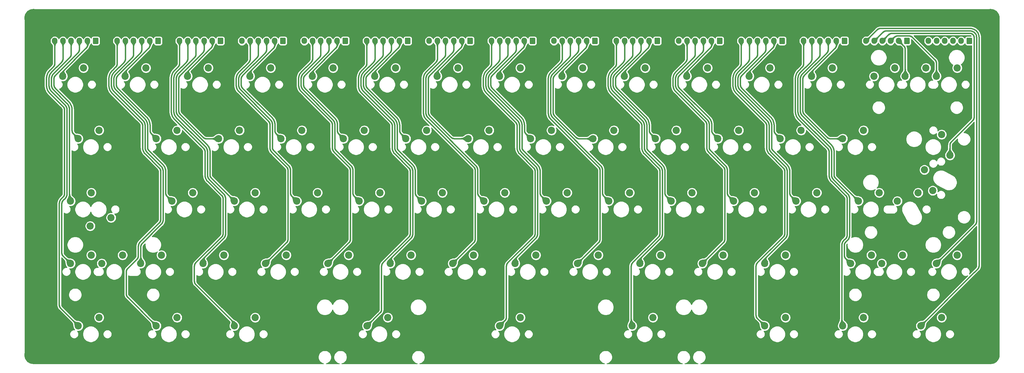
<source format=gbr>
%TF.GenerationSoftware,KiCad,Pcbnew,5.1.8*%
%TF.CreationDate,2021-03-10T22:21:39+13:00*%
%TF.ProjectId,segment_TEST,7365676d-656e-4745-9f54-4553542e6b69,rev?*%
%TF.SameCoordinates,Original*%
%TF.FileFunction,Copper,L1,Top*%
%TF.FilePolarity,Positive*%
%FSLAX46Y46*%
G04 Gerber Fmt 4.6, Leading zero omitted, Abs format (unit mm)*
G04 Created by KiCad (PCBNEW 5.1.8) date 2021-03-10 22:21:39*
%MOMM*%
%LPD*%
G01*
G04 APERTURE LIST*
%TA.AperFunction,ComponentPad*%
%ADD10C,2.200000*%
%TD*%
%TA.AperFunction,ConnectorPad*%
%ADD11C,5.600000*%
%TD*%
%TA.AperFunction,ComponentPad*%
%ADD12C,3.600000*%
%TD*%
%TA.AperFunction,ComponentPad*%
%ADD13O,1.700000X1.950000*%
%TD*%
%TA.AperFunction,Conductor*%
%ADD14C,0.381000*%
%TD*%
%TA.AperFunction,Conductor*%
%ADD15C,0.254000*%
%TD*%
%TA.AperFunction,Conductor*%
%ADD16C,0.150000*%
%TD*%
%TA.AperFunction,Conductor*%
%ADD17C,0.025400*%
%TD*%
G04 APERTURE END LIST*
D10*
%TO.P,SW30,2*%
%TO.N,ROW2*%
X99377500Y-121920000D03*
%TO.P,SW30,1*%
%TO.N,Net-(J2-Pad4)*%
X93027500Y-124460000D03*
%TD*%
%TO.P,SW29,2*%
%TO.N,ROW2*%
X74453750Y-129540000D03*
%TO.P,SW29,1*%
%TO.N,Net-(J1-Pad4)*%
X68103750Y-132080000D03*
%TO.P,SW29,2*%
%TO.N,ROW2*%
X68421250Y-121920000D03*
%TO.P,SW29,1*%
%TO.N,Net-(J1-Pad4)*%
X62071250Y-124460000D03*
%TD*%
%TO.P,SW15,2*%
%TO.N,ROW3*%
X70802500Y-102870000D03*
%TO.P,SW15,1*%
%TO.N,Net-(J1-Pad3)*%
X64452500Y-105410000D03*
%TD*%
%TO.P,SW2,2*%
%TO.N,ROW4*%
X85090000Y-83820000D03*
%TO.P,SW2,1*%
%TO.N,Net-(J2-Pad2)*%
X78740000Y-86360000D03*
%TD*%
%TO.P,SW58,2*%
%TO.N,ROW0*%
X94615000Y-160020000D03*
%TO.P,SW58,1*%
%TO.N,Net-(J2-Pad6)*%
X88265000Y-162560000D03*
%TD*%
%TO.P,SW57,2*%
%TO.N,ROW0*%
X70802500Y-160020000D03*
%TO.P,SW57,1*%
%TO.N,Net-(J1-Pad6)*%
X64452500Y-162560000D03*
%TD*%
D11*
%TO.P,H10,1*%
%TO.N,GND*%
X215900000Y-156210000D03*
D12*
X215900000Y-156210000D03*
%TD*%
D11*
%TO.P,H9,1*%
%TO.N,GND*%
X177800000Y-156210000D03*
D12*
X177800000Y-156210000D03*
%TD*%
D11*
%TO.P,H8,1*%
%TO.N,GND*%
X101600000Y-156210000D03*
D12*
X101600000Y-156210000D03*
%TD*%
D11*
%TO.P,H7,1*%
%TO.N,GND*%
X50800000Y-171450000D03*
D12*
X50800000Y-171450000D03*
%TD*%
D11*
%TO.P,H6,1*%
%TO.N,GND*%
X342900000Y-68580000D03*
D12*
X342900000Y-68580000D03*
%TD*%
D11*
%TO.P,H5,1*%
%TO.N,GND*%
X292100000Y-99060000D03*
D12*
X292100000Y-99060000D03*
%TD*%
D11*
%TO.P,H4,1*%
%TO.N,GND*%
X215900000Y-99060000D03*
D12*
X215900000Y-99060000D03*
%TD*%
D11*
%TO.P,H3,1*%
%TO.N,GND*%
X177800000Y-99060000D03*
D12*
X177800000Y-99060000D03*
%TD*%
D11*
%TO.P,H2,1*%
%TO.N,GND*%
X101600000Y-99060000D03*
D12*
X101600000Y-99060000D03*
%TD*%
D11*
%TO.P,H1,1*%
%TO.N,GND*%
X50800000Y-68580000D03*
D12*
X50800000Y-68580000D03*
%TD*%
D10*
%TO.P,SW43,1*%
%TO.N,Net-(J1-Pad5)*%
X71596250Y-143510000D03*
%TO.P,SW43,2*%
%TO.N,ROW1*%
X77946250Y-140970000D03*
X68421250Y-140970000D03*
%TO.P,SW43,1*%
%TO.N,Net-(J1-Pad5)*%
X62071250Y-143510000D03*
%TD*%
%TO.P,SW42,2*%
%TO.N,ROW2*%
X327977500Y-104140000D03*
%TO.P,SW42,1*%
%TO.N,Net-(J14-Pad4)*%
X330517500Y-110490000D03*
X325278750Y-121285000D03*
%TO.P,SW42,2*%
%TO.N,ROW2*%
X322738750Y-114935000D03*
%TD*%
%TO.P,SW14,1*%
%TO.N,Net-(J14-Pad2)*%
X307340000Y-86360000D03*
%TO.P,SW14,2*%
%TO.N,ROW4*%
X313690000Y-83820000D03*
X323215000Y-83820000D03*
%TO.P,SW14,1*%
%TO.N,Net-(J14-Pad2)*%
X316865000Y-86360000D03*
%TD*%
%TO.P,SW1,2*%
%TO.N,ROW4*%
X66040000Y-83820000D03*
%TO.P,SW1,1*%
%TO.N,Net-(J1-Pad2)*%
X59690000Y-86360000D03*
%TD*%
%TO.P,SW3,2*%
%TO.N,ROW4*%
X104140000Y-83820000D03*
%TO.P,SW3,1*%
%TO.N,Net-(J3-Pad2)*%
X97790000Y-86360000D03*
%TD*%
%TO.P,SW4,2*%
%TO.N,ROW4*%
X123190000Y-83820000D03*
%TO.P,SW4,1*%
%TO.N,Net-(J4-Pad2)*%
X116840000Y-86360000D03*
%TD*%
%TO.P,SW5,2*%
%TO.N,ROW4*%
X142240000Y-83820000D03*
%TO.P,SW5,1*%
%TO.N,Net-(J5-Pad2)*%
X135890000Y-86360000D03*
%TD*%
%TO.P,SW6,2*%
%TO.N,ROW4*%
X161290000Y-83820000D03*
%TO.P,SW6,1*%
%TO.N,Net-(J6-Pad2)*%
X154940000Y-86360000D03*
%TD*%
%TO.P,SW7,2*%
%TO.N,ROW4*%
X180340000Y-83820000D03*
%TO.P,SW7,1*%
%TO.N,Net-(J7-Pad2)*%
X173990000Y-86360000D03*
%TD*%
%TO.P,SW8,2*%
%TO.N,ROW4*%
X199390000Y-83820000D03*
%TO.P,SW8,1*%
%TO.N,Net-(J8-Pad2)*%
X193040000Y-86360000D03*
%TD*%
%TO.P,SW9,2*%
%TO.N,ROW4*%
X218440000Y-83820000D03*
%TO.P,SW9,1*%
%TO.N,Net-(J9-Pad2)*%
X212090000Y-86360000D03*
%TD*%
%TO.P,SW10,2*%
%TO.N,ROW4*%
X237490000Y-83820000D03*
%TO.P,SW10,1*%
%TO.N,Net-(J10-Pad2)*%
X231140000Y-86360000D03*
%TD*%
%TO.P,SW11,2*%
%TO.N,ROW4*%
X256540000Y-83820000D03*
%TO.P,SW11,1*%
%TO.N,Net-(J11-Pad2)*%
X250190000Y-86360000D03*
%TD*%
%TO.P,SW12,2*%
%TO.N,ROW4*%
X275590000Y-83820000D03*
%TO.P,SW12,1*%
%TO.N,Net-(J12-Pad2)*%
X269240000Y-86360000D03*
%TD*%
%TO.P,SW13,2*%
%TO.N,ROW4*%
X294640000Y-83820000D03*
%TO.P,SW13,1*%
%TO.N,Net-(J13-Pad2)*%
X288290000Y-86360000D03*
%TD*%
%TO.P,SW16,2*%
%TO.N,ROW3*%
X94615000Y-102870000D03*
%TO.P,SW16,1*%
%TO.N,Net-(J2-Pad3)*%
X88265000Y-105410000D03*
%TD*%
%TO.P,SW17,2*%
%TO.N,ROW3*%
X113665000Y-102870000D03*
%TO.P,SW17,1*%
%TO.N,Net-(J3-Pad3)*%
X107315000Y-105410000D03*
%TD*%
%TO.P,SW18,2*%
%TO.N,ROW3*%
X132715000Y-102870000D03*
%TO.P,SW18,1*%
%TO.N,Net-(J4-Pad3)*%
X126365000Y-105410000D03*
%TD*%
%TO.P,SW19,2*%
%TO.N,ROW3*%
X151765000Y-102870000D03*
%TO.P,SW19,1*%
%TO.N,Net-(J5-Pad3)*%
X145415000Y-105410000D03*
%TD*%
%TO.P,SW20,2*%
%TO.N,ROW3*%
X170815000Y-102870000D03*
%TO.P,SW20,1*%
%TO.N,Net-(J6-Pad3)*%
X164465000Y-105410000D03*
%TD*%
%TO.P,SW21,2*%
%TO.N,ROW3*%
X189865000Y-102870000D03*
%TO.P,SW21,1*%
%TO.N,Net-(J7-Pad3)*%
X183515000Y-105410000D03*
%TD*%
%TO.P,SW22,2*%
%TO.N,ROW3*%
X208915000Y-102870000D03*
%TO.P,SW22,1*%
%TO.N,Net-(J8-Pad3)*%
X202565000Y-105410000D03*
%TD*%
%TO.P,SW23,2*%
%TO.N,ROW3*%
X227965000Y-102870000D03*
%TO.P,SW23,1*%
%TO.N,Net-(J9-Pad3)*%
X221615000Y-105410000D03*
%TD*%
%TO.P,SW24,2*%
%TO.N,ROW3*%
X247015000Y-102870000D03*
%TO.P,SW24,1*%
%TO.N,Net-(J10-Pad3)*%
X240665000Y-105410000D03*
%TD*%
%TO.P,SW25,2*%
%TO.N,ROW3*%
X266065000Y-102870000D03*
%TO.P,SW25,1*%
%TO.N,Net-(J11-Pad3)*%
X259715000Y-105410000D03*
%TD*%
%TO.P,SW26,2*%
%TO.N,ROW3*%
X285115000Y-102870000D03*
%TO.P,SW26,1*%
%TO.N,Net-(J12-Pad3)*%
X278765000Y-105410000D03*
%TD*%
%TO.P,SW27,2*%
%TO.N,ROW3*%
X304165000Y-102870000D03*
%TO.P,SW27,1*%
%TO.N,Net-(J13-Pad3)*%
X297815000Y-105410000D03*
%TD*%
%TO.P,SW28,2*%
%TO.N,ROW3*%
X332740000Y-83820000D03*
%TO.P,SW28,1*%
%TO.N,Net-(J14-Pad3)*%
X326390000Y-86360000D03*
%TD*%
%TO.P,SW31,2*%
%TO.N,ROW2*%
X118427500Y-121920000D03*
%TO.P,SW31,1*%
%TO.N,Net-(J3-Pad4)*%
X112077500Y-124460000D03*
%TD*%
%TO.P,SW32,2*%
%TO.N,ROW2*%
X137477500Y-121920000D03*
%TO.P,SW32,1*%
%TO.N,Net-(J4-Pad4)*%
X131127500Y-124460000D03*
%TD*%
%TO.P,SW33,2*%
%TO.N,ROW2*%
X156527500Y-121920000D03*
%TO.P,SW33,1*%
%TO.N,Net-(J5-Pad4)*%
X150177500Y-124460000D03*
%TD*%
%TO.P,SW34,2*%
%TO.N,ROW2*%
X175577500Y-121920000D03*
%TO.P,SW34,1*%
%TO.N,Net-(J6-Pad4)*%
X169227500Y-124460000D03*
%TD*%
%TO.P,SW35,2*%
%TO.N,ROW2*%
X194627500Y-121920000D03*
%TO.P,SW35,1*%
%TO.N,Net-(J7-Pad4)*%
X188277500Y-124460000D03*
%TD*%
%TO.P,SW36,2*%
%TO.N,ROW2*%
X213677500Y-121920000D03*
%TO.P,SW36,1*%
%TO.N,Net-(J8-Pad4)*%
X207327500Y-124460000D03*
%TD*%
%TO.P,SW37,2*%
%TO.N,ROW2*%
X232727500Y-121920000D03*
%TO.P,SW37,1*%
%TO.N,Net-(J9-Pad4)*%
X226377500Y-124460000D03*
%TD*%
%TO.P,SW38,2*%
%TO.N,ROW2*%
X251777500Y-121920000D03*
%TO.P,SW38,1*%
%TO.N,Net-(J10-Pad4)*%
X245427500Y-124460000D03*
%TD*%
%TO.P,SW39,2*%
%TO.N,ROW2*%
X270827500Y-121920000D03*
%TO.P,SW39,1*%
%TO.N,Net-(J11-Pad4)*%
X264477500Y-124460000D03*
%TD*%
%TO.P,SW40,2*%
%TO.N,ROW2*%
X289877500Y-121920000D03*
%TO.P,SW40,1*%
%TO.N,Net-(J12-Pad4)*%
X283527500Y-124460000D03*
%TD*%
%TO.P,SW44,2*%
%TO.N,ROW1*%
X89852500Y-140970000D03*
%TO.P,SW44,1*%
%TO.N,Net-(J2-Pad5)*%
X83502500Y-143510000D03*
%TD*%
%TO.P,SW45,2*%
%TO.N,ROW1*%
X108902500Y-140970000D03*
%TO.P,SW45,1*%
%TO.N,Net-(J3-Pad5)*%
X102552500Y-143510000D03*
%TD*%
%TO.P,SW46,2*%
%TO.N,ROW1*%
X127952500Y-140970000D03*
%TO.P,SW46,1*%
%TO.N,Net-(J4-Pad5)*%
X121602500Y-143510000D03*
%TD*%
%TO.P,SW47,2*%
%TO.N,ROW1*%
X147002500Y-140970000D03*
%TO.P,SW47,1*%
%TO.N,Net-(J5-Pad5)*%
X140652500Y-143510000D03*
%TD*%
%TO.P,SW48,2*%
%TO.N,ROW1*%
X166052500Y-140970000D03*
%TO.P,SW48,1*%
%TO.N,Net-(J6-Pad5)*%
X159702500Y-143510000D03*
%TD*%
%TO.P,SW49,2*%
%TO.N,ROW1*%
X185102500Y-140970000D03*
%TO.P,SW49,1*%
%TO.N,Net-(J7-Pad5)*%
X178752500Y-143510000D03*
%TD*%
%TO.P,SW50,2*%
%TO.N,ROW1*%
X204152500Y-140970000D03*
%TO.P,SW50,1*%
%TO.N,Net-(J8-Pad5)*%
X197802500Y-143510000D03*
%TD*%
%TO.P,SW51,2*%
%TO.N,ROW1*%
X223202500Y-140970000D03*
%TO.P,SW51,1*%
%TO.N,Net-(J9-Pad5)*%
X216852500Y-143510000D03*
%TD*%
%TO.P,SW52,2*%
%TO.N,ROW1*%
X242252500Y-140970000D03*
%TO.P,SW52,1*%
%TO.N,Net-(J10-Pad5)*%
X235902500Y-143510000D03*
%TD*%
%TO.P,SW53,2*%
%TO.N,ROW1*%
X261302500Y-140970000D03*
%TO.P,SW53,1*%
%TO.N,Net-(J11-Pad5)*%
X254952500Y-143510000D03*
%TD*%
%TO.P,SW54,2*%
%TO.N,ROW1*%
X280352500Y-140970000D03*
%TO.P,SW54,1*%
%TO.N,Net-(J12-Pad5)*%
X274002500Y-143510000D03*
%TD*%
%TO.P,SW59,2*%
%TO.N,ROW0*%
X118427500Y-160020000D03*
%TO.P,SW59,1*%
%TO.N,Net-(J3-Pad6)*%
X112077500Y-162560000D03*
%TD*%
%TO.P,SW60,1*%
%TO.N,Net-(J6-Pad6)*%
X152558750Y-162560000D03*
%TO.P,SW60,2*%
%TO.N,ROW0*%
X158908750Y-160020000D03*
%TD*%
%TO.P,SW62,1*%
%TO.N,Net-(J10-Pad6)*%
X233521250Y-162560000D03*
%TO.P,SW62,2*%
%TO.N,ROW0*%
X239871250Y-160020000D03*
%TD*%
%TO.P,SW63,2*%
%TO.N,ROW0*%
X280352500Y-160020000D03*
%TO.P,SW63,1*%
%TO.N,Net-(J12-Pad6)*%
X274002500Y-162560000D03*
%TD*%
%TO.P,SW64,2*%
%TO.N,ROW0*%
X304165000Y-160020000D03*
%TO.P,SW64,1*%
%TO.N,Net-(J13-Pad6)*%
X297815000Y-162560000D03*
%TD*%
%TO.P,SW65,2*%
%TO.N,ROW0*%
X327977500Y-160020000D03*
%TO.P,SW65,1*%
%TO.N,Net-(J14-Pad6)*%
X321627500Y-162560000D03*
%TD*%
%TO.P,SW61,1*%
%TO.N,Net-(J8-Pad6)*%
X193040000Y-162560000D03*
%TO.P,SW61,2*%
%TO.N,ROW0*%
X199390000Y-160020000D03*
%TD*%
%TO.P,SW41,2*%
%TO.N,ROW2*%
X308927500Y-121920000D03*
%TO.P,SW41,1*%
%TO.N,Net-(J13-Pad4)*%
X302577500Y-124460000D03*
%TO.P,SW41,2*%
%TO.N,ROW2*%
X320833750Y-121920000D03*
%TO.P,SW41,1*%
%TO.N,Net-(J13-Pad4)*%
X314483750Y-124460000D03*
%TD*%
D13*
%TO.P,COL0,6*%
%TO.N,Net-(J1-Pad6)*%
X57250000Y-75565000D03*
%TO.P,COL0,5*%
%TO.N,Net-(J1-Pad5)*%
X59750000Y-75565000D03*
%TO.P,COL0,4*%
%TO.N,Net-(J1-Pad4)*%
X62250000Y-75565000D03*
%TO.P,COL0,3*%
%TO.N,Net-(J1-Pad3)*%
X64750000Y-75565000D03*
%TO.P,COL0,2*%
%TO.N,Net-(J1-Pad2)*%
X67250000Y-75565000D03*
%TO.P,COL0,1*%
%TO.N,Net-(J1-Pad1)*%
%TA.AperFunction,ComponentPad*%
G36*
G01*
X70600000Y-74840000D02*
X70600000Y-76290000D01*
G75*
G02*
X70350000Y-76540000I-250000J0D01*
G01*
X69150000Y-76540000D01*
G75*
G02*
X68900000Y-76290000I0J250000D01*
G01*
X68900000Y-74840000D01*
G75*
G02*
X69150000Y-74590000I250000J0D01*
G01*
X70350000Y-74590000D01*
G75*
G02*
X70600000Y-74840000I0J-250000D01*
G01*
G37*
%TD.AperFunction*%
%TD*%
%TO.P,COL1,6*%
%TO.N,Net-(J2-Pad6)*%
X76300000Y-75565000D03*
%TO.P,COL1,5*%
%TO.N,Net-(J2-Pad5)*%
X78800000Y-75565000D03*
%TO.P,COL1,4*%
%TO.N,Net-(J2-Pad4)*%
X81300000Y-75565000D03*
%TO.P,COL1,3*%
%TO.N,Net-(J2-Pad3)*%
X83800000Y-75565000D03*
%TO.P,COL1,2*%
%TO.N,Net-(J2-Pad2)*%
X86300000Y-75565000D03*
%TO.P,COL1,1*%
%TO.N,Net-(J2-Pad1)*%
%TA.AperFunction,ComponentPad*%
G36*
G01*
X89650000Y-74840000D02*
X89650000Y-76290000D01*
G75*
G02*
X89400000Y-76540000I-250000J0D01*
G01*
X88200000Y-76540000D01*
G75*
G02*
X87950000Y-76290000I0J250000D01*
G01*
X87950000Y-74840000D01*
G75*
G02*
X88200000Y-74590000I250000J0D01*
G01*
X89400000Y-74590000D01*
G75*
G02*
X89650000Y-74840000I0J-250000D01*
G01*
G37*
%TD.AperFunction*%
%TD*%
%TO.P,COL2,6*%
%TO.N,Net-(J3-Pad6)*%
X95350000Y-75565000D03*
%TO.P,COL2,5*%
%TO.N,Net-(J3-Pad5)*%
X97850000Y-75565000D03*
%TO.P,COL2,4*%
%TO.N,Net-(J3-Pad4)*%
X100350000Y-75565000D03*
%TO.P,COL2,3*%
%TO.N,Net-(J3-Pad3)*%
X102850000Y-75565000D03*
%TO.P,COL2,2*%
%TO.N,Net-(J3-Pad2)*%
X105350000Y-75565000D03*
%TO.P,COL2,1*%
%TO.N,Net-(J3-Pad1)*%
%TA.AperFunction,ComponentPad*%
G36*
G01*
X108700000Y-74840000D02*
X108700000Y-76290000D01*
G75*
G02*
X108450000Y-76540000I-250000J0D01*
G01*
X107250000Y-76540000D01*
G75*
G02*
X107000000Y-76290000I0J250000D01*
G01*
X107000000Y-74840000D01*
G75*
G02*
X107250000Y-74590000I250000J0D01*
G01*
X108450000Y-74590000D01*
G75*
G02*
X108700000Y-74840000I0J-250000D01*
G01*
G37*
%TD.AperFunction*%
%TD*%
%TO.P,COL3,6*%
%TO.N,Net-(J4-Pad6)*%
X114400000Y-75565000D03*
%TO.P,COL3,5*%
%TO.N,Net-(J4-Pad5)*%
X116900000Y-75565000D03*
%TO.P,COL3,4*%
%TO.N,Net-(J4-Pad4)*%
X119400000Y-75565000D03*
%TO.P,COL3,3*%
%TO.N,Net-(J4-Pad3)*%
X121900000Y-75565000D03*
%TO.P,COL3,2*%
%TO.N,Net-(J4-Pad2)*%
X124400000Y-75565000D03*
%TO.P,COL3,1*%
%TO.N,Net-(J4-Pad1)*%
%TA.AperFunction,ComponentPad*%
G36*
G01*
X127750000Y-74840000D02*
X127750000Y-76290000D01*
G75*
G02*
X127500000Y-76540000I-250000J0D01*
G01*
X126300000Y-76540000D01*
G75*
G02*
X126050000Y-76290000I0J250000D01*
G01*
X126050000Y-74840000D01*
G75*
G02*
X126300000Y-74590000I250000J0D01*
G01*
X127500000Y-74590000D01*
G75*
G02*
X127750000Y-74840000I0J-250000D01*
G01*
G37*
%TD.AperFunction*%
%TD*%
%TO.P,COL4,6*%
%TO.N,Net-(J5-Pad6)*%
X133450000Y-75565000D03*
%TO.P,COL4,5*%
%TO.N,Net-(J5-Pad5)*%
X135950000Y-75565000D03*
%TO.P,COL4,4*%
%TO.N,Net-(J5-Pad4)*%
X138450000Y-75565000D03*
%TO.P,COL4,3*%
%TO.N,Net-(J5-Pad3)*%
X140950000Y-75565000D03*
%TO.P,COL4,2*%
%TO.N,Net-(J5-Pad2)*%
X143450000Y-75565000D03*
%TO.P,COL4,1*%
%TO.N,Net-(J5-Pad1)*%
%TA.AperFunction,ComponentPad*%
G36*
G01*
X146800000Y-74840000D02*
X146800000Y-76290000D01*
G75*
G02*
X146550000Y-76540000I-250000J0D01*
G01*
X145350000Y-76540000D01*
G75*
G02*
X145100000Y-76290000I0J250000D01*
G01*
X145100000Y-74840000D01*
G75*
G02*
X145350000Y-74590000I250000J0D01*
G01*
X146550000Y-74590000D01*
G75*
G02*
X146800000Y-74840000I0J-250000D01*
G01*
G37*
%TD.AperFunction*%
%TD*%
%TO.P,COL5,6*%
%TO.N,Net-(J6-Pad6)*%
X152500000Y-75565000D03*
%TO.P,COL5,5*%
%TO.N,Net-(J6-Pad5)*%
X155000000Y-75565000D03*
%TO.P,COL5,4*%
%TO.N,Net-(J6-Pad4)*%
X157500000Y-75565000D03*
%TO.P,COL5,3*%
%TO.N,Net-(J6-Pad3)*%
X160000000Y-75565000D03*
%TO.P,COL5,2*%
%TO.N,Net-(J6-Pad2)*%
X162500000Y-75565000D03*
%TO.P,COL5,1*%
%TO.N,Net-(J6-Pad1)*%
%TA.AperFunction,ComponentPad*%
G36*
G01*
X165850000Y-74840000D02*
X165850000Y-76290000D01*
G75*
G02*
X165600000Y-76540000I-250000J0D01*
G01*
X164400000Y-76540000D01*
G75*
G02*
X164150000Y-76290000I0J250000D01*
G01*
X164150000Y-74840000D01*
G75*
G02*
X164400000Y-74590000I250000J0D01*
G01*
X165600000Y-74590000D01*
G75*
G02*
X165850000Y-74840000I0J-250000D01*
G01*
G37*
%TD.AperFunction*%
%TD*%
%TO.P,COL6,6*%
%TO.N,Net-(J7-Pad6)*%
X171550000Y-75565000D03*
%TO.P,COL6,5*%
%TO.N,Net-(J7-Pad5)*%
X174050000Y-75565000D03*
%TO.P,COL6,4*%
%TO.N,Net-(J7-Pad4)*%
X176550000Y-75565000D03*
%TO.P,COL6,3*%
%TO.N,Net-(J7-Pad3)*%
X179050000Y-75565000D03*
%TO.P,COL6,2*%
%TO.N,Net-(J7-Pad2)*%
X181550000Y-75565000D03*
%TO.P,COL6,1*%
%TO.N,Net-(J7-Pad1)*%
%TA.AperFunction,ComponentPad*%
G36*
G01*
X184900000Y-74840000D02*
X184900000Y-76290000D01*
G75*
G02*
X184650000Y-76540000I-250000J0D01*
G01*
X183450000Y-76540000D01*
G75*
G02*
X183200000Y-76290000I0J250000D01*
G01*
X183200000Y-74840000D01*
G75*
G02*
X183450000Y-74590000I250000J0D01*
G01*
X184650000Y-74590000D01*
G75*
G02*
X184900000Y-74840000I0J-250000D01*
G01*
G37*
%TD.AperFunction*%
%TD*%
%TO.P,COL7,6*%
%TO.N,Net-(J8-Pad6)*%
X190600000Y-75565000D03*
%TO.P,COL7,5*%
%TO.N,Net-(J8-Pad5)*%
X193100000Y-75565000D03*
%TO.P,COL7,4*%
%TO.N,Net-(J8-Pad4)*%
X195600000Y-75565000D03*
%TO.P,COL7,3*%
%TO.N,Net-(J8-Pad3)*%
X198100000Y-75565000D03*
%TO.P,COL7,2*%
%TO.N,Net-(J8-Pad2)*%
X200600000Y-75565000D03*
%TO.P,COL7,1*%
%TO.N,Net-(J8-Pad1)*%
%TA.AperFunction,ComponentPad*%
G36*
G01*
X203950000Y-74840000D02*
X203950000Y-76290000D01*
G75*
G02*
X203700000Y-76540000I-250000J0D01*
G01*
X202500000Y-76540000D01*
G75*
G02*
X202250000Y-76290000I0J250000D01*
G01*
X202250000Y-74840000D01*
G75*
G02*
X202500000Y-74590000I250000J0D01*
G01*
X203700000Y-74590000D01*
G75*
G02*
X203950000Y-74840000I0J-250000D01*
G01*
G37*
%TD.AperFunction*%
%TD*%
%TO.P,COL8,6*%
%TO.N,Net-(J9-Pad6)*%
X209650000Y-75565000D03*
%TO.P,COL8,5*%
%TO.N,Net-(J9-Pad5)*%
X212150000Y-75565000D03*
%TO.P,COL8,4*%
%TO.N,Net-(J9-Pad4)*%
X214650000Y-75565000D03*
%TO.P,COL8,3*%
%TO.N,Net-(J9-Pad3)*%
X217150000Y-75565000D03*
%TO.P,COL8,2*%
%TO.N,Net-(J9-Pad2)*%
X219650000Y-75565000D03*
%TO.P,COL8,1*%
%TO.N,Net-(J9-Pad1)*%
%TA.AperFunction,ComponentPad*%
G36*
G01*
X223000000Y-74840000D02*
X223000000Y-76290000D01*
G75*
G02*
X222750000Y-76540000I-250000J0D01*
G01*
X221550000Y-76540000D01*
G75*
G02*
X221300000Y-76290000I0J250000D01*
G01*
X221300000Y-74840000D01*
G75*
G02*
X221550000Y-74590000I250000J0D01*
G01*
X222750000Y-74590000D01*
G75*
G02*
X223000000Y-74840000I0J-250000D01*
G01*
G37*
%TD.AperFunction*%
%TD*%
%TO.P,COL9,6*%
%TO.N,Net-(J10-Pad6)*%
X228700000Y-75565000D03*
%TO.P,COL9,5*%
%TO.N,Net-(J10-Pad5)*%
X231200000Y-75565000D03*
%TO.P,COL9,4*%
%TO.N,Net-(J10-Pad4)*%
X233700000Y-75565000D03*
%TO.P,COL9,3*%
%TO.N,Net-(J10-Pad3)*%
X236200000Y-75565000D03*
%TO.P,COL9,2*%
%TO.N,Net-(J10-Pad2)*%
X238700000Y-75565000D03*
%TO.P,COL9,1*%
%TO.N,Net-(J10-Pad1)*%
%TA.AperFunction,ComponentPad*%
G36*
G01*
X242050000Y-74840000D02*
X242050000Y-76290000D01*
G75*
G02*
X241800000Y-76540000I-250000J0D01*
G01*
X240600000Y-76540000D01*
G75*
G02*
X240350000Y-76290000I0J250000D01*
G01*
X240350000Y-74840000D01*
G75*
G02*
X240600000Y-74590000I250000J0D01*
G01*
X241800000Y-74590000D01*
G75*
G02*
X242050000Y-74840000I0J-250000D01*
G01*
G37*
%TD.AperFunction*%
%TD*%
%TO.P,COL10,6*%
%TO.N,Net-(J11-Pad6)*%
X247750000Y-75565000D03*
%TO.P,COL10,5*%
%TO.N,Net-(J11-Pad5)*%
X250250000Y-75565000D03*
%TO.P,COL10,4*%
%TO.N,Net-(J11-Pad4)*%
X252750000Y-75565000D03*
%TO.P,COL10,3*%
%TO.N,Net-(J11-Pad3)*%
X255250000Y-75565000D03*
%TO.P,COL10,2*%
%TO.N,Net-(J11-Pad2)*%
X257750000Y-75565000D03*
%TO.P,COL10,1*%
%TO.N,Net-(J11-Pad1)*%
%TA.AperFunction,ComponentPad*%
G36*
G01*
X261100000Y-74840000D02*
X261100000Y-76290000D01*
G75*
G02*
X260850000Y-76540000I-250000J0D01*
G01*
X259650000Y-76540000D01*
G75*
G02*
X259400000Y-76290000I0J250000D01*
G01*
X259400000Y-74840000D01*
G75*
G02*
X259650000Y-74590000I250000J0D01*
G01*
X260850000Y-74590000D01*
G75*
G02*
X261100000Y-74840000I0J-250000D01*
G01*
G37*
%TD.AperFunction*%
%TD*%
%TO.P,COL11,6*%
%TO.N,Net-(J12-Pad6)*%
X266800000Y-75565000D03*
%TO.P,COL11,5*%
%TO.N,Net-(J12-Pad5)*%
X269300000Y-75565000D03*
%TO.P,COL11,4*%
%TO.N,Net-(J12-Pad4)*%
X271800000Y-75565000D03*
%TO.P,COL11,3*%
%TO.N,Net-(J12-Pad3)*%
X274300000Y-75565000D03*
%TO.P,COL11,2*%
%TO.N,Net-(J12-Pad2)*%
X276800000Y-75565000D03*
%TO.P,COL11,1*%
%TO.N,Net-(J12-Pad1)*%
%TA.AperFunction,ComponentPad*%
G36*
G01*
X280150000Y-74840000D02*
X280150000Y-76290000D01*
G75*
G02*
X279900000Y-76540000I-250000J0D01*
G01*
X278700000Y-76540000D01*
G75*
G02*
X278450000Y-76290000I0J250000D01*
G01*
X278450000Y-74840000D01*
G75*
G02*
X278700000Y-74590000I250000J0D01*
G01*
X279900000Y-74590000D01*
G75*
G02*
X280150000Y-74840000I0J-250000D01*
G01*
G37*
%TD.AperFunction*%
%TD*%
%TO.P,COL12,6*%
%TO.N,Net-(J13-Pad6)*%
X285850000Y-75565000D03*
%TO.P,COL12,5*%
%TO.N,Net-(J13-Pad5)*%
X288350000Y-75565000D03*
%TO.P,COL12,4*%
%TO.N,Net-(J13-Pad4)*%
X290850000Y-75565000D03*
%TO.P,COL12,3*%
%TO.N,Net-(J13-Pad3)*%
X293350000Y-75565000D03*
%TO.P,COL12,2*%
%TO.N,Net-(J13-Pad2)*%
X295850000Y-75565000D03*
%TO.P,COL12,1*%
%TO.N,Net-(J13-Pad1)*%
%TA.AperFunction,ComponentPad*%
G36*
G01*
X299200000Y-74840000D02*
X299200000Y-76290000D01*
G75*
G02*
X298950000Y-76540000I-250000J0D01*
G01*
X297750000Y-76540000D01*
G75*
G02*
X297500000Y-76290000I0J250000D01*
G01*
X297500000Y-74840000D01*
G75*
G02*
X297750000Y-74590000I250000J0D01*
G01*
X298950000Y-74590000D01*
G75*
G02*
X299200000Y-74840000I0J-250000D01*
G01*
G37*
%TD.AperFunction*%
%TD*%
%TO.P,COL13,6*%
%TO.N,Net-(J14-Pad6)*%
X304900000Y-75565000D03*
%TO.P,COL13,5*%
%TO.N,Net-(J14-Pad5)*%
X307400000Y-75565000D03*
%TO.P,COL13,4*%
%TO.N,Net-(J14-Pad4)*%
X309900000Y-75565000D03*
%TO.P,COL13,3*%
%TO.N,Net-(J14-Pad3)*%
X312400000Y-75565000D03*
%TO.P,COL13,2*%
%TO.N,Net-(J14-Pad2)*%
X314900000Y-75565000D03*
%TO.P,COL13,1*%
%TO.N,Net-(J14-Pad1)*%
%TA.AperFunction,ComponentPad*%
G36*
G01*
X318250000Y-74840000D02*
X318250000Y-76290000D01*
G75*
G02*
X318000000Y-76540000I-250000J0D01*
G01*
X316800000Y-76540000D01*
G75*
G02*
X316550000Y-76290000I0J250000D01*
G01*
X316550000Y-74840000D01*
G75*
G02*
X316800000Y-74590000I250000J0D01*
G01*
X318000000Y-74590000D01*
G75*
G02*
X318250000Y-74840000I0J-250000D01*
G01*
G37*
%TD.AperFunction*%
%TD*%
%TO.P,ROWS,6*%
%TO.N,Net-(J15-Pad6)*%
X323950000Y-75565000D03*
%TO.P,ROWS,5*%
%TO.N,ROW4*%
X326450000Y-75565000D03*
%TO.P,ROWS,4*%
%TO.N,ROW3*%
X328950000Y-75565000D03*
%TO.P,ROWS,3*%
%TO.N,ROW2*%
X331450000Y-75565000D03*
%TO.P,ROWS,2*%
%TO.N,ROW1*%
X333950000Y-75565000D03*
%TO.P,ROWS,1*%
%TO.N,ROW0*%
%TA.AperFunction,ComponentPad*%
G36*
G01*
X337300000Y-74840000D02*
X337300000Y-76290000D01*
G75*
G02*
X337050000Y-76540000I-250000J0D01*
G01*
X335850000Y-76540000D01*
G75*
G02*
X335600000Y-76290000I0J250000D01*
G01*
X335600000Y-74840000D01*
G75*
G02*
X335850000Y-74590000I250000J0D01*
G01*
X337050000Y-74590000D01*
G75*
G02*
X337300000Y-74840000I0J-250000D01*
G01*
G37*
%TD.AperFunction*%
%TD*%
D11*
%TO.P,H11,1*%
%TO.N,GND*%
X292100000Y-156210000D03*
D12*
X292100000Y-156210000D03*
%TD*%
D11*
%TO.P,H12,1*%
%TO.N,GND*%
X342900000Y-171450000D03*
D12*
X342900000Y-171450000D03*
%TD*%
D10*
%TO.P,SW55,2*%
%TO.N,ROW1*%
X306546250Y-140970000D03*
%TO.P,SW55,1*%
%TO.N,Net-(J13-Pad5)*%
X300196250Y-143510000D03*
%TO.P,SW55,2*%
%TO.N,ROW1*%
X316071250Y-140970000D03*
%TO.P,SW55,1*%
%TO.N,Net-(J13-Pad5)*%
X309721250Y-143510000D03*
%TD*%
%TO.P,SW56,1*%
%TO.N,Net-(J14-Pad5)*%
X326390000Y-143510000D03*
%TO.P,SW56,2*%
%TO.N,ROW1*%
X332740000Y-140970000D03*
%TD*%
D14*
%TO.N,Net-(J1-Pad2)*%
X59690000Y-86360000D02*
X59690000Y-84897644D01*
X66825735Y-77761908D02*
X59690000Y-84897644D01*
X66825735Y-77761908D02*
X66874759Y-77710415D01*
X66874759Y-77710415D02*
X66921198Y-77656580D01*
X66921198Y-77656580D02*
X66964939Y-77600531D01*
X66964939Y-77600531D02*
X67005878Y-77542402D01*
X67005878Y-77542402D02*
X67043914Y-77482336D01*
X67043914Y-77482336D02*
X67078958Y-77420475D01*
X67078958Y-77420475D02*
X67110924Y-77356969D01*
X67110924Y-77356969D02*
X67139736Y-77291971D01*
X67139736Y-77291971D02*
X67165324Y-77225638D01*
X67165324Y-77225638D02*
X67187626Y-77158129D01*
X67187626Y-77158129D02*
X67206588Y-77089607D01*
X67206588Y-77089607D02*
X67222166Y-77020237D01*
X67222166Y-77020237D02*
X67234321Y-76950187D01*
X67234321Y-76950187D02*
X67243024Y-76879624D01*
X67243024Y-76879624D02*
X67248254Y-76808719D01*
X67248254Y-76808719D02*
X67250000Y-76737644D01*
X67250000Y-76737644D02*
X67250000Y-75565000D01*
%TO.N,Net-(J1-Pad3)*%
X64750000Y-78160000D02*
X64750000Y-75565000D01*
X64750000Y-78160000D02*
X64748254Y-78231075D01*
X64748254Y-78231075D02*
X64743024Y-78301980D01*
X64743024Y-78301980D02*
X64734321Y-78372543D01*
X64734321Y-78372543D02*
X64722166Y-78442593D01*
X64722166Y-78442593D02*
X64706588Y-78511963D01*
X64706588Y-78511963D02*
X64687626Y-78580485D01*
X64687626Y-78580485D02*
X64665324Y-78647994D01*
X64665324Y-78647994D02*
X64639736Y-78714327D01*
X64639736Y-78714327D02*
X64610925Y-78779325D01*
X64610925Y-78779325D02*
X64578958Y-78842831D01*
X64578958Y-78842831D02*
X64543915Y-78904692D01*
X64543915Y-78904692D02*
X64505878Y-78964759D01*
X64505878Y-78964759D02*
X64464939Y-79022887D01*
X64464939Y-79022887D02*
X64421198Y-79078936D01*
X64421198Y-79078936D02*
X64374759Y-79132771D01*
X64374759Y-79132771D02*
X64325735Y-79184264D01*
X56998499Y-87111501D02*
X57000243Y-87040425D01*
X57000243Y-87040425D02*
X57005473Y-86969520D01*
X57005473Y-86969520D02*
X57014176Y-86898957D01*
X57014176Y-86898957D02*
X57026331Y-86828906D01*
X57026331Y-86828906D02*
X57041909Y-86759537D01*
X57041909Y-86759537D02*
X57060871Y-86691015D01*
X57060871Y-86691015D02*
X57083173Y-86623506D01*
X57083173Y-86623506D02*
X57108761Y-86557172D01*
X57108761Y-86557172D02*
X57137572Y-86492174D01*
X57137572Y-86492174D02*
X57169538Y-86428668D01*
X57169538Y-86428668D02*
X57204582Y-86366807D01*
X57204582Y-86366807D02*
X57242619Y-86306740D01*
X57242619Y-86306740D02*
X57283557Y-86248612D01*
X57283557Y-86248612D02*
X57327299Y-86192563D01*
X57327299Y-86192563D02*
X57373738Y-86138727D01*
X57373738Y-86138727D02*
X57422763Y-86087236D01*
X57422763Y-86087236D02*
X64325735Y-79184264D01*
X57422763Y-90006585D02*
X57373738Y-89955092D01*
X57373738Y-89955092D02*
X57327299Y-89901257D01*
X57327299Y-89901257D02*
X57283558Y-89845208D01*
X57283558Y-89845208D02*
X57242619Y-89787080D01*
X57242619Y-89787080D02*
X57204583Y-89727013D01*
X57204583Y-89727013D02*
X57169539Y-89665152D01*
X57169539Y-89665152D02*
X57137573Y-89601646D01*
X57137573Y-89601646D02*
X57108761Y-89536648D01*
X57108761Y-89536648D02*
X57083174Y-89470315D01*
X57083174Y-89470315D02*
X57060872Y-89402806D01*
X57060872Y-89402806D02*
X57041909Y-89334284D01*
X57041909Y-89334284D02*
X57026332Y-89264914D01*
X57026332Y-89264914D02*
X57014177Y-89194864D01*
X57014177Y-89194864D02*
X57005474Y-89124301D01*
X57005474Y-89124301D02*
X57000243Y-89053396D01*
X57000243Y-89053396D02*
X56998499Y-88982321D01*
X56998499Y-88982321D02*
X56998499Y-87111501D01*
X62523009Y-96606831D02*
X62518645Y-96429141D01*
X62518645Y-96429141D02*
X62505570Y-96251879D01*
X62505570Y-96251879D02*
X62483812Y-96075472D01*
X62483812Y-96075472D02*
X62453425Y-95900346D01*
X62453425Y-95900346D02*
X62414481Y-95726921D01*
X62414481Y-95726921D02*
X62367075Y-95555616D01*
X62367075Y-95555616D02*
X62311320Y-95386844D01*
X62311320Y-95386844D02*
X62247351Y-95221011D01*
X62247351Y-95221011D02*
X62175322Y-95058516D01*
X62175322Y-95058516D02*
X62095407Y-94899752D01*
X62095407Y-94899752D02*
X62007797Y-94745099D01*
X62007797Y-94745099D02*
X61912705Y-94594932D01*
X61912705Y-94594932D02*
X61810359Y-94449612D01*
X61810359Y-94449612D02*
X61701006Y-94309489D01*
X61701006Y-94309489D02*
X61584909Y-94174900D01*
X61584909Y-94174900D02*
X61462348Y-94046170D01*
X61462348Y-94046170D02*
X57422763Y-90006585D01*
X62947273Y-103904773D02*
X64452500Y-105410000D01*
X62947273Y-103904773D02*
X62898248Y-103853280D01*
X62898248Y-103853280D02*
X62851809Y-103799445D01*
X62851809Y-103799445D02*
X62808068Y-103743396D01*
X62808068Y-103743396D02*
X62767129Y-103685268D01*
X62767129Y-103685268D02*
X62729093Y-103625201D01*
X62729093Y-103625201D02*
X62694049Y-103563340D01*
X62694049Y-103563340D02*
X62662083Y-103499834D01*
X62662083Y-103499834D02*
X62633271Y-103434836D01*
X62633271Y-103434836D02*
X62607684Y-103368503D01*
X62607684Y-103368503D02*
X62585382Y-103300994D01*
X62585382Y-103300994D02*
X62566419Y-103232472D01*
X62566419Y-103232472D02*
X62550842Y-103163102D01*
X62550842Y-103163102D02*
X62538687Y-103093052D01*
X62538687Y-103093052D02*
X62529984Y-103022489D01*
X62529984Y-103022489D02*
X62524753Y-102951584D01*
X62524753Y-102951584D02*
X62523009Y-102880509D01*
X62523009Y-102880509D02*
X62523009Y-96606831D01*
%TO.N,Net-(J1-Pad4)*%
X61760999Y-124149749D02*
X62071250Y-124460000D01*
X62250000Y-79582356D02*
X62250000Y-75565000D01*
X62250000Y-79582356D02*
X62248254Y-79653431D01*
X62248254Y-79653431D02*
X62243024Y-79724336D01*
X62243024Y-79724336D02*
X62234321Y-79794899D01*
X62234321Y-79794899D02*
X62222166Y-79864949D01*
X62222166Y-79864949D02*
X62206588Y-79934319D01*
X62206588Y-79934319D02*
X62187626Y-80002841D01*
X62187626Y-80002841D02*
X62165324Y-80070350D01*
X62165324Y-80070350D02*
X62139736Y-80136683D01*
X62139736Y-80136683D02*
X62110925Y-80201681D01*
X62110925Y-80201681D02*
X62078958Y-80265187D01*
X62078958Y-80265187D02*
X62043915Y-80327048D01*
X62043915Y-80327048D02*
X62005878Y-80387115D01*
X62005878Y-80387115D02*
X61964939Y-80445243D01*
X61964939Y-80445243D02*
X61921198Y-80501292D01*
X61921198Y-80501292D02*
X61874759Y-80555127D01*
X61874759Y-80555127D02*
X61825735Y-80606620D01*
X56236489Y-87095867D02*
X56239105Y-86989253D01*
X56239105Y-86989253D02*
X56246951Y-86882895D01*
X56246951Y-86882895D02*
X56260005Y-86777051D01*
X56260005Y-86777051D02*
X56278238Y-86671975D01*
X56278238Y-86671975D02*
X56301604Y-86567921D01*
X56301604Y-86567921D02*
X56330048Y-86465138D01*
X56330048Y-86465138D02*
X56363501Y-86363874D01*
X56363501Y-86363874D02*
X56401882Y-86264374D01*
X56401882Y-86264374D02*
X56445099Y-86166877D01*
X56445099Y-86166877D02*
X56493049Y-86071619D01*
X56493049Y-86071619D02*
X56545614Y-85978827D01*
X56545614Y-85978827D02*
X56602670Y-85888727D01*
X56602670Y-85888727D02*
X56664077Y-85801535D01*
X56664077Y-85801535D02*
X56729689Y-85717461D01*
X56729689Y-85717461D02*
X56799347Y-85636707D01*
X56799347Y-85636707D02*
X56872885Y-85559470D01*
X56872885Y-85559470D02*
X61825735Y-80606620D01*
X56872885Y-90534351D02*
X56799348Y-90457112D01*
X56799348Y-90457112D02*
X56729690Y-90376359D01*
X56729690Y-90376359D02*
X56664078Y-90292285D01*
X56664078Y-90292285D02*
X56602670Y-90205093D01*
X56602670Y-90205093D02*
X56545615Y-90114993D01*
X56545615Y-90114993D02*
X56493049Y-90022202D01*
X56493049Y-90022202D02*
X56445100Y-89926943D01*
X56445100Y-89926943D02*
X56401882Y-89829446D01*
X56401882Y-89829446D02*
X56363501Y-89729946D01*
X56363501Y-89729946D02*
X56330048Y-89628683D01*
X56330048Y-89628683D02*
X56301604Y-89525900D01*
X56301604Y-89525900D02*
X56278238Y-89421845D01*
X56278238Y-89421845D02*
X56260006Y-89316769D01*
X56260006Y-89316769D02*
X56246951Y-89210925D01*
X56246951Y-89210925D02*
X56239106Y-89104568D01*
X56239106Y-89104568D02*
X56236489Y-88997955D01*
X56236489Y-88997955D02*
X56236489Y-87095867D01*
X61760999Y-96622465D02*
X61760999Y-124149749D01*
X61760999Y-96622465D02*
X61757509Y-96480313D01*
X61757509Y-96480313D02*
X61747048Y-96338503D01*
X61747048Y-96338503D02*
X61729642Y-96197378D01*
X61729642Y-96197378D02*
X61705332Y-96057277D01*
X61705332Y-96057277D02*
X61674177Y-95918537D01*
X61674177Y-95918537D02*
X61636252Y-95781493D01*
X61636252Y-95781493D02*
X61591648Y-95646475D01*
X61591648Y-95646475D02*
X61540473Y-95513808D01*
X61540473Y-95513808D02*
X61482850Y-95383813D01*
X61482850Y-95383813D02*
X61418918Y-95256801D01*
X61418918Y-95256801D02*
X61348830Y-95133079D01*
X61348830Y-95133079D02*
X61272756Y-95012945D01*
X61272756Y-95012945D02*
X61190879Y-94896689D01*
X61190879Y-94896689D02*
X61103397Y-94784590D01*
X61103397Y-94784590D02*
X61010519Y-94676919D01*
X61010519Y-94676919D02*
X60912470Y-94573936D01*
X60912470Y-94573936D02*
X56872885Y-90534351D01*
%TO.N,Net-(J1-Pad5)*%
X59325735Y-82028976D02*
X59374759Y-81977483D01*
X59374759Y-81977483D02*
X59421198Y-81923648D01*
X59421198Y-81923648D02*
X59464939Y-81867599D01*
X59464939Y-81867599D02*
X59505878Y-81809470D01*
X59505878Y-81809470D02*
X59543914Y-81749404D01*
X59543914Y-81749404D02*
X59578958Y-81687543D01*
X59578958Y-81687543D02*
X59610924Y-81624037D01*
X59610924Y-81624037D02*
X59639736Y-81559039D01*
X59639736Y-81559039D02*
X59665324Y-81492706D01*
X59665324Y-81492706D02*
X59687626Y-81425197D01*
X59687626Y-81425197D02*
X59706588Y-81356675D01*
X59706588Y-81356675D02*
X59722166Y-81287305D01*
X59722166Y-81287305D02*
X59734321Y-81217255D01*
X59734321Y-81217255D02*
X59743024Y-81146692D01*
X59743024Y-81146692D02*
X59748254Y-81075787D01*
X59748254Y-81075787D02*
X59750000Y-81004712D01*
X59750000Y-81004712D02*
X59750000Y-75565000D01*
X55474479Y-87080233D02*
X55477968Y-86938081D01*
X55477968Y-86938081D02*
X55488428Y-86796271D01*
X55488428Y-86796271D02*
X55505834Y-86655146D01*
X55505834Y-86655146D02*
X55530144Y-86515045D01*
X55530144Y-86515045D02*
X55561299Y-86376305D01*
X55561299Y-86376305D02*
X55599224Y-86239261D01*
X55599224Y-86239261D02*
X55643828Y-86104243D01*
X55643828Y-86104243D02*
X55695003Y-85971577D01*
X55695003Y-85971577D02*
X55752626Y-85841581D01*
X55752626Y-85841581D02*
X55816559Y-85714569D01*
X55816559Y-85714569D02*
X55886646Y-85590847D01*
X55886646Y-85590847D02*
X55962720Y-85470713D01*
X55962720Y-85470713D02*
X56044597Y-85354457D01*
X56044597Y-85354457D02*
X56132080Y-85242358D01*
X56132080Y-85242358D02*
X56224957Y-85134687D01*
X56224957Y-85134687D02*
X56323007Y-85031704D01*
X56323007Y-85031704D02*
X59325735Y-82028976D01*
X56323007Y-91062117D02*
X56224958Y-90959132D01*
X56224958Y-90959132D02*
X56132080Y-90851461D01*
X56132080Y-90851461D02*
X56044597Y-90739363D01*
X56044597Y-90739363D02*
X55962720Y-90623107D01*
X55962720Y-90623107D02*
X55886647Y-90502973D01*
X55886647Y-90502973D02*
X55816559Y-90379251D01*
X55816559Y-90379251D02*
X55752627Y-90252240D01*
X55752627Y-90252240D02*
X55695004Y-90122244D01*
X55695004Y-90122244D02*
X55643829Y-89989577D01*
X55643829Y-89989577D02*
X55599225Y-89854559D01*
X55599225Y-89854559D02*
X55561300Y-89717516D01*
X55561300Y-89717516D02*
X55530145Y-89578776D01*
X55530145Y-89578776D02*
X55505835Y-89438675D01*
X55505835Y-89438675D02*
X55488429Y-89297550D01*
X55488429Y-89297550D02*
X55477968Y-89155740D01*
X55477968Y-89155740D02*
X55474479Y-89013589D01*
X55474479Y-89013589D02*
X55474479Y-87080233D01*
X60998989Y-96638099D02*
X60996370Y-96531485D01*
X60996370Y-96531485D02*
X60988525Y-96425128D01*
X60988525Y-96425128D02*
X60975470Y-96319284D01*
X60975470Y-96319284D02*
X60957238Y-96214208D01*
X60957238Y-96214208D02*
X60933872Y-96110153D01*
X60933872Y-96110153D02*
X60905428Y-96007370D01*
X60905428Y-96007370D02*
X60871975Y-95906107D01*
X60871975Y-95906107D02*
X60833594Y-95806607D01*
X60833594Y-95806607D02*
X60790376Y-95709110D01*
X60790376Y-95709110D02*
X60742427Y-95613851D01*
X60742427Y-95613851D02*
X60689861Y-95521060D01*
X60689861Y-95521060D02*
X60632806Y-95430959D01*
X60632806Y-95430959D02*
X60571398Y-95343767D01*
X60571398Y-95343767D02*
X60505786Y-95259693D01*
X60505786Y-95259693D02*
X60436128Y-95178940D01*
X60436128Y-95178940D02*
X60362592Y-95101702D01*
X60362592Y-95101702D02*
X56323007Y-91062117D01*
X59379749Y-125277679D02*
X59381493Y-125206603D01*
X59381493Y-125206603D02*
X59386723Y-125135698D01*
X59386723Y-125135698D02*
X59395426Y-125065135D01*
X59395426Y-125065135D02*
X59407581Y-124995084D01*
X59407581Y-124995084D02*
X59423159Y-124925715D01*
X59423159Y-124925715D02*
X59442121Y-124857193D01*
X59442121Y-124857193D02*
X59464423Y-124789684D01*
X59464423Y-124789684D02*
X59490011Y-124723350D01*
X59490011Y-124723350D02*
X59518822Y-124658352D01*
X59518822Y-124658352D02*
X59550788Y-124594846D01*
X59550788Y-124594846D02*
X59585832Y-124532985D01*
X59585832Y-124532985D02*
X59623869Y-124472918D01*
X59623869Y-124472918D02*
X59664807Y-124414790D01*
X59664807Y-124414790D02*
X59708549Y-124358741D01*
X59708549Y-124358741D02*
X59754988Y-124304905D01*
X59754988Y-124304905D02*
X59804013Y-124253414D01*
X60998989Y-122158439D02*
X60998989Y-96638099D01*
X60998989Y-122158439D02*
X60996370Y-122265052D01*
X60996370Y-122265052D02*
X60988525Y-122371409D01*
X60988525Y-122371409D02*
X60975470Y-122477253D01*
X60975470Y-122477253D02*
X60957238Y-122582329D01*
X60957238Y-122582329D02*
X60933872Y-122686384D01*
X60933872Y-122686384D02*
X60905428Y-122789166D01*
X60905428Y-122789166D02*
X60871975Y-122890430D01*
X60871975Y-122890430D02*
X60833594Y-122989929D01*
X60833594Y-122989929D02*
X60790376Y-123087426D01*
X60790376Y-123087426D02*
X60742427Y-123182685D01*
X60742427Y-123182685D02*
X60689861Y-123275476D01*
X60689861Y-123275476D02*
X60632806Y-123365576D01*
X60632806Y-123365576D02*
X60571398Y-123452768D01*
X60571398Y-123452768D02*
X60505786Y-123536842D01*
X60505786Y-123536842D02*
X60436128Y-123617595D01*
X60436128Y-123617595D02*
X60362592Y-123694834D01*
X60362592Y-123694834D02*
X59804013Y-124253414D01*
X59804013Y-141242763D02*
X62071250Y-143510000D01*
X59804013Y-141242763D02*
X59754988Y-141191270D01*
X59754988Y-141191270D02*
X59708549Y-141137435D01*
X59708549Y-141137435D02*
X59664808Y-141081386D01*
X59664808Y-141081386D02*
X59623869Y-141023258D01*
X59623869Y-141023258D02*
X59585833Y-140963191D01*
X59585833Y-140963191D02*
X59550789Y-140901330D01*
X59550789Y-140901330D02*
X59518823Y-140837824D01*
X59518823Y-140837824D02*
X59490011Y-140772826D01*
X59490011Y-140772826D02*
X59464424Y-140706493D01*
X59464424Y-140706493D02*
X59442122Y-140638984D01*
X59442122Y-140638984D02*
X59423159Y-140570462D01*
X59423159Y-140570462D02*
X59407582Y-140501092D01*
X59407582Y-140501092D02*
X59395427Y-140431042D01*
X59395427Y-140431042D02*
X59386724Y-140360479D01*
X59386724Y-140360479D02*
X59381493Y-140289574D01*
X59381493Y-140289574D02*
X59379749Y-140218499D01*
X59379749Y-140218499D02*
X59379749Y-125277679D01*
%TO.N,Net-(J2-Pad2)*%
X78740000Y-86360000D02*
X78740000Y-84963822D01*
X85875735Y-77828086D02*
X78740000Y-84963822D01*
X85875735Y-77828086D02*
X85924759Y-77776593D01*
X85924759Y-77776593D02*
X85971198Y-77722758D01*
X85971198Y-77722758D02*
X86014939Y-77666709D01*
X86014939Y-77666709D02*
X86055878Y-77608580D01*
X86055878Y-77608580D02*
X86093914Y-77548514D01*
X86093914Y-77548514D02*
X86128958Y-77486653D01*
X86128958Y-77486653D02*
X86160924Y-77423147D01*
X86160924Y-77423147D02*
X86189736Y-77358149D01*
X86189736Y-77358149D02*
X86215324Y-77291816D01*
X86215324Y-77291816D02*
X86237626Y-77224307D01*
X86237626Y-77224307D02*
X86256588Y-77155785D01*
X86256588Y-77155785D02*
X86272166Y-77086415D01*
X86272166Y-77086415D02*
X86284321Y-77016365D01*
X86284321Y-77016365D02*
X86293024Y-76945802D01*
X86293024Y-76945802D02*
X86298254Y-76874897D01*
X86298254Y-76874897D02*
X86300000Y-76803822D01*
X86300000Y-76803822D02*
X86300000Y-75565000D01*
%TO.N,Net-(J2-Pad3)*%
X83800000Y-78226178D02*
X83800000Y-75565000D01*
X83424759Y-79198949D02*
X83471198Y-79145114D01*
X83689736Y-78780505D02*
X83715324Y-78714172D01*
X76472763Y-90006585D02*
X76423738Y-89955092D01*
X76377299Y-89901257D02*
X76333558Y-89845208D01*
X76219539Y-89665152D02*
X76187573Y-89601646D01*
X83471198Y-79145114D02*
X83514939Y-79089065D01*
X76091909Y-89334284D02*
X76076332Y-89264914D01*
X76333558Y-89845208D02*
X76292619Y-89787080D01*
X76292619Y-89787080D02*
X76254583Y-89727013D01*
X76076332Y-89264914D02*
X76064177Y-89194864D01*
X76055474Y-89124301D02*
X76050243Y-89053396D01*
X76064177Y-89194864D02*
X76055474Y-89124301D01*
X76076331Y-86895084D02*
X76091909Y-86825715D01*
X76254582Y-86432985D02*
X76292619Y-86372918D01*
X76219538Y-86494846D02*
X76254582Y-86432985D01*
X76048499Y-87177679D02*
X76050243Y-87106603D01*
X76064176Y-86965135D02*
X76076331Y-86895084D01*
X76187573Y-89601646D02*
X76158761Y-89536648D01*
X83628958Y-78909009D02*
X83660924Y-78845503D01*
X83737626Y-78646663D02*
X83756588Y-78578141D01*
X76423738Y-89955092D02*
X76377299Y-89901257D01*
X76158761Y-86623350D02*
X76187572Y-86558352D01*
X76133173Y-86689684D02*
X76158761Y-86623350D01*
X76292619Y-86372918D02*
X76333557Y-86314790D01*
X76110871Y-86757193D02*
X76133173Y-86689684D01*
X76050243Y-87106603D02*
X76055473Y-87035698D01*
X76048499Y-88982321D02*
X76048499Y-87177679D01*
X76050243Y-89053396D02*
X76048499Y-88982321D01*
X83798254Y-78297253D02*
X83800000Y-78226178D01*
X83793024Y-78368158D02*
X83798254Y-78297253D01*
X83784321Y-78438721D02*
X83793024Y-78368158D01*
X83772166Y-78508771D02*
X83784321Y-78438721D01*
X83514939Y-79089065D02*
X83555878Y-79030936D01*
X76091909Y-86825715D02*
X76110871Y-86757193D01*
X76254583Y-89727013D02*
X76219539Y-89665152D01*
X83715324Y-78714172D02*
X83737626Y-78646663D01*
X83593914Y-78970870D02*
X83628958Y-78909009D01*
X83756588Y-78578141D02*
X83772166Y-78508771D01*
X83660924Y-78845503D02*
X83689736Y-78780505D01*
X76055473Y-87035698D02*
X76064176Y-86965135D01*
X83375735Y-79250442D02*
X83424759Y-79198949D01*
X76158761Y-89536648D02*
X76133174Y-89470315D01*
X76187572Y-86558352D02*
X76219538Y-86494846D01*
X76110872Y-89402806D02*
X76091909Y-89334284D01*
X76133174Y-89470315D02*
X76110872Y-89402806D01*
X76472763Y-86153414D02*
X83375735Y-79250442D01*
X76423738Y-86204905D02*
X76472763Y-86153414D01*
X76377299Y-86258741D02*
X76423738Y-86204905D01*
X76333557Y-86314790D02*
X76377299Y-86258741D01*
X83555878Y-79030936D02*
X83593914Y-78970870D01*
X76423738Y-89955315D02*
X76468315Y-90002137D01*
X76423738Y-89955092D02*
X76423738Y-89955315D01*
X86335509Y-101369331D02*
X86331145Y-101191641D01*
X86331145Y-101191641D02*
X86318070Y-101014379D01*
X86318070Y-101014379D02*
X86296312Y-100837972D01*
X86296312Y-100837972D02*
X86265925Y-100662846D01*
X86265925Y-100662846D02*
X86226981Y-100489421D01*
X86226981Y-100489421D02*
X86179575Y-100318116D01*
X86179575Y-100318116D02*
X86123820Y-100149344D01*
X86123820Y-100149344D02*
X86059851Y-99983511D01*
X86059851Y-99983511D02*
X85987822Y-99821016D01*
X85987822Y-99821016D02*
X85907907Y-99662252D01*
X85907907Y-99662252D02*
X85820297Y-99507599D01*
X85820297Y-99507599D02*
X85725205Y-99357432D01*
X85725205Y-99357432D02*
X85622859Y-99212112D01*
X85622859Y-99212112D02*
X85513506Y-99071989D01*
X85513506Y-99071989D02*
X85397409Y-98937400D01*
X85397409Y-98937400D02*
X85274848Y-98808670D01*
X85274848Y-98808670D02*
X76468315Y-90002137D01*
X86759773Y-103904773D02*
X88265000Y-105410000D01*
X86759773Y-103904773D02*
X86710748Y-103853280D01*
X86710748Y-103853280D02*
X86664309Y-103799445D01*
X86664309Y-103799445D02*
X86620568Y-103743396D01*
X86620568Y-103743396D02*
X86579629Y-103685268D01*
X86579629Y-103685268D02*
X86541593Y-103625201D01*
X86541593Y-103625201D02*
X86506549Y-103563340D01*
X86506549Y-103563340D02*
X86474583Y-103499834D01*
X86474583Y-103499834D02*
X86445771Y-103434836D01*
X86445771Y-103434836D02*
X86420184Y-103368503D01*
X86420184Y-103368503D02*
X86397882Y-103300994D01*
X86397882Y-103300994D02*
X86378919Y-103232472D01*
X86378919Y-103232472D02*
X86363342Y-103163102D01*
X86363342Y-103163102D02*
X86351187Y-103093052D01*
X86351187Y-103093052D02*
X86342484Y-103022489D01*
X86342484Y-103022489D02*
X86337253Y-102951584D01*
X86337253Y-102951584D02*
X86335509Y-102880509D01*
X86335509Y-102880509D02*
X86335509Y-101369331D01*
%TO.N,Net-(J2-Pad4)*%
X80875735Y-80672798D02*
X80924759Y-80621305D01*
X80924759Y-80621305D02*
X80971198Y-80567470D01*
X80971198Y-80567470D02*
X81014939Y-80511421D01*
X81014939Y-80511421D02*
X81055878Y-80453292D01*
X81055878Y-80453292D02*
X81093914Y-80393226D01*
X81093914Y-80393226D02*
X81128958Y-80331365D01*
X81128958Y-80331365D02*
X81160924Y-80267859D01*
X81160924Y-80267859D02*
X81189736Y-80202861D01*
X81189736Y-80202861D02*
X81215324Y-80136528D01*
X81215324Y-80136528D02*
X81237626Y-80069019D01*
X81237626Y-80069019D02*
X81256588Y-80000497D01*
X81256588Y-80000497D02*
X81272166Y-79931127D01*
X81272166Y-79931127D02*
X81284321Y-79861077D01*
X81284321Y-79861077D02*
X81293024Y-79790514D01*
X81293024Y-79790514D02*
X81298254Y-79719609D01*
X81298254Y-79719609D02*
X81300000Y-79648534D01*
X81300000Y-79648534D02*
X81300000Y-75565000D01*
X75286489Y-87162045D02*
X75289105Y-87055431D01*
X75289105Y-87055431D02*
X75296951Y-86949073D01*
X75296951Y-86949073D02*
X75310005Y-86843229D01*
X75310005Y-86843229D02*
X75328238Y-86738153D01*
X75328238Y-86738153D02*
X75351604Y-86634099D01*
X75351604Y-86634099D02*
X75380048Y-86531316D01*
X75380048Y-86531316D02*
X75413501Y-86430052D01*
X75413501Y-86430052D02*
X75451882Y-86330552D01*
X75451882Y-86330552D02*
X75495099Y-86233055D01*
X75495099Y-86233055D02*
X75543049Y-86137797D01*
X75543049Y-86137797D02*
X75595614Y-86045005D01*
X75595614Y-86045005D02*
X75652670Y-85954905D01*
X75652670Y-85954905D02*
X75714077Y-85867713D01*
X75714077Y-85867713D02*
X75779689Y-85783639D01*
X75779689Y-85783639D02*
X75849347Y-85702885D01*
X75849347Y-85702885D02*
X75922885Y-85625648D01*
X75922885Y-85625648D02*
X80875735Y-80672798D01*
X75922885Y-90534351D02*
X75849348Y-90457112D01*
X75849348Y-90457112D02*
X75779690Y-90376359D01*
X75779690Y-90376359D02*
X75714078Y-90292285D01*
X75714078Y-90292285D02*
X75652670Y-90205093D01*
X75652670Y-90205093D02*
X75595615Y-90114993D01*
X75595615Y-90114993D02*
X75543049Y-90022202D01*
X75543049Y-90022202D02*
X75495100Y-89926943D01*
X75495100Y-89926943D02*
X75451882Y-89829446D01*
X75451882Y-89829446D02*
X75413501Y-89729946D01*
X75413501Y-89729946D02*
X75380048Y-89628683D01*
X75380048Y-89628683D02*
X75351604Y-89525900D01*
X75351604Y-89525900D02*
X75328238Y-89421845D01*
X75328238Y-89421845D02*
X75310006Y-89316769D01*
X75310006Y-89316769D02*
X75296951Y-89210925D01*
X75296951Y-89210925D02*
X75289106Y-89104568D01*
X75289106Y-89104568D02*
X75286489Y-88997955D01*
X75286489Y-88997955D02*
X75286489Y-87162045D01*
X85573499Y-101384965D02*
X85570009Y-101242813D01*
X85570009Y-101242813D02*
X85559548Y-101101003D01*
X85559548Y-101101003D02*
X85542142Y-100959878D01*
X85542142Y-100959878D02*
X85517832Y-100819777D01*
X85517832Y-100819777D02*
X85486677Y-100681037D01*
X85486677Y-100681037D02*
X85448752Y-100543993D01*
X85448752Y-100543993D02*
X85404148Y-100408975D01*
X85404148Y-100408975D02*
X85352973Y-100276308D01*
X85352973Y-100276308D02*
X85295350Y-100146313D01*
X85295350Y-100146313D02*
X85231418Y-100019301D01*
X85231418Y-100019301D02*
X85161330Y-99895579D01*
X85161330Y-99895579D02*
X85085256Y-99775445D01*
X85085256Y-99775445D02*
X85003379Y-99659189D01*
X85003379Y-99659189D02*
X84915897Y-99547090D01*
X84915897Y-99547090D02*
X84823019Y-99439419D01*
X84823019Y-99439419D02*
X84724970Y-99336436D01*
X84724970Y-99336436D02*
X75922885Y-90534351D01*
X85997763Y-109056585D02*
X85948738Y-109005092D01*
X85948738Y-109005092D02*
X85902299Y-108951257D01*
X85902299Y-108951257D02*
X85858558Y-108895208D01*
X85858558Y-108895208D02*
X85817619Y-108837080D01*
X85817619Y-108837080D02*
X85779583Y-108777013D01*
X85779583Y-108777013D02*
X85744539Y-108715152D01*
X85744539Y-108715152D02*
X85712573Y-108651646D01*
X85712573Y-108651646D02*
X85683761Y-108586648D01*
X85683761Y-108586648D02*
X85658174Y-108520315D01*
X85658174Y-108520315D02*
X85635872Y-108452806D01*
X85635872Y-108452806D02*
X85616909Y-108384284D01*
X85616909Y-108384284D02*
X85601332Y-108314914D01*
X85601332Y-108314914D02*
X85589177Y-108244864D01*
X85589177Y-108244864D02*
X85580474Y-108174301D01*
X85580474Y-108174301D02*
X85575243Y-108103396D01*
X85575243Y-108103396D02*
X85573499Y-108032321D01*
X85573499Y-108032321D02*
X85573499Y-101384965D01*
X91098009Y-115356831D02*
X91094519Y-115214679D01*
X91094519Y-115214679D02*
X91084058Y-115072869D01*
X91084058Y-115072869D02*
X91066652Y-114931744D01*
X91066652Y-114931744D02*
X91042342Y-114791643D01*
X91042342Y-114791643D02*
X91011187Y-114652903D01*
X91011187Y-114652903D02*
X90973262Y-114515859D01*
X90973262Y-114515859D02*
X90928658Y-114380841D01*
X90928658Y-114380841D02*
X90877483Y-114248174D01*
X90877483Y-114248174D02*
X90819860Y-114118179D01*
X90819860Y-114118179D02*
X90755928Y-113991167D01*
X90755928Y-113991167D02*
X90685840Y-113867445D01*
X90685840Y-113867445D02*
X90609766Y-113747311D01*
X90609766Y-113747311D02*
X90527889Y-113631055D01*
X90527889Y-113631055D02*
X90440407Y-113518956D01*
X90440407Y-113518956D02*
X90347529Y-113411285D01*
X90347529Y-113411285D02*
X90249480Y-113308302D01*
X90249480Y-113308302D02*
X85997763Y-109056585D01*
X91522273Y-122954773D02*
X93027500Y-124460000D01*
X91522273Y-122954773D02*
X91473248Y-122903280D01*
X91473248Y-122903280D02*
X91426809Y-122849445D01*
X91426809Y-122849445D02*
X91383068Y-122793396D01*
X91383068Y-122793396D02*
X91342129Y-122735268D01*
X91342129Y-122735268D02*
X91304093Y-122675201D01*
X91304093Y-122675201D02*
X91269049Y-122613340D01*
X91269049Y-122613340D02*
X91237083Y-122549834D01*
X91237083Y-122549834D02*
X91208271Y-122484836D01*
X91208271Y-122484836D02*
X91182684Y-122418503D01*
X91182684Y-122418503D02*
X91160382Y-122350994D01*
X91160382Y-122350994D02*
X91141419Y-122282472D01*
X91141419Y-122282472D02*
X91125842Y-122213102D01*
X91125842Y-122213102D02*
X91113687Y-122143052D01*
X91113687Y-122143052D02*
X91104984Y-122072489D01*
X91104984Y-122072489D02*
X91099753Y-122001584D01*
X91099753Y-122001584D02*
X91098009Y-121930509D01*
X91098009Y-121930509D02*
X91098009Y-115356831D01*
%TO.N,Net-(J2-Pad5)*%
X78800000Y-81070890D02*
X78800000Y-75565000D01*
X78800000Y-81070890D02*
X78798254Y-81141965D01*
X78798254Y-81141965D02*
X78793024Y-81212870D01*
X78793024Y-81212870D02*
X78784321Y-81283433D01*
X78784321Y-81283433D02*
X78772166Y-81353483D01*
X78772166Y-81353483D02*
X78756588Y-81422853D01*
X78756588Y-81422853D02*
X78737626Y-81491375D01*
X78737626Y-81491375D02*
X78715324Y-81558884D01*
X78715324Y-81558884D02*
X78689736Y-81625217D01*
X78689736Y-81625217D02*
X78660925Y-81690215D01*
X78660925Y-81690215D02*
X78628958Y-81753721D01*
X78628958Y-81753721D02*
X78593915Y-81815582D01*
X78593915Y-81815582D02*
X78555878Y-81875649D01*
X78555878Y-81875649D02*
X78514939Y-81933777D01*
X78514939Y-81933777D02*
X78471198Y-81989826D01*
X78471198Y-81989826D02*
X78424759Y-82043661D01*
X78424759Y-82043661D02*
X78375735Y-82095154D01*
X74524479Y-87146411D02*
X74527968Y-87004259D01*
X74527968Y-87004259D02*
X74538428Y-86862449D01*
X74538428Y-86862449D02*
X74555834Y-86721324D01*
X74555834Y-86721324D02*
X74580144Y-86581223D01*
X74580144Y-86581223D02*
X74611299Y-86442483D01*
X74611299Y-86442483D02*
X74649224Y-86305439D01*
X74649224Y-86305439D02*
X74693828Y-86170421D01*
X74693828Y-86170421D02*
X74745003Y-86037755D01*
X74745003Y-86037755D02*
X74802626Y-85907759D01*
X74802626Y-85907759D02*
X74866559Y-85780747D01*
X74866559Y-85780747D02*
X74936646Y-85657025D01*
X74936646Y-85657025D02*
X75012720Y-85536891D01*
X75012720Y-85536891D02*
X75094597Y-85420635D01*
X75094597Y-85420635D02*
X75182080Y-85308536D01*
X75182080Y-85308536D02*
X75274957Y-85200865D01*
X75274957Y-85200865D02*
X75373007Y-85097882D01*
X75373007Y-85097882D02*
X78375735Y-82095154D01*
X75373007Y-91062117D02*
X75274958Y-90959132D01*
X75274958Y-90959132D02*
X75182080Y-90851461D01*
X75182080Y-90851461D02*
X75094597Y-90739363D01*
X75094597Y-90739363D02*
X75012720Y-90623107D01*
X75012720Y-90623107D02*
X74936647Y-90502973D01*
X74936647Y-90502973D02*
X74866559Y-90379251D01*
X74866559Y-90379251D02*
X74802627Y-90252240D01*
X74802627Y-90252240D02*
X74745004Y-90122244D01*
X74745004Y-90122244D02*
X74693829Y-89989577D01*
X74693829Y-89989577D02*
X74649225Y-89854559D01*
X74649225Y-89854559D02*
X74611300Y-89717516D01*
X74611300Y-89717516D02*
X74580145Y-89578776D01*
X74580145Y-89578776D02*
X74555835Y-89438675D01*
X74555835Y-89438675D02*
X74538429Y-89297550D01*
X74538429Y-89297550D02*
X74527968Y-89155740D01*
X74527968Y-89155740D02*
X74524479Y-89013589D01*
X74524479Y-89013589D02*
X74524479Y-87146411D01*
X84811489Y-101400599D02*
X84808870Y-101293985D01*
X84808870Y-101293985D02*
X84801025Y-101187628D01*
X84801025Y-101187628D02*
X84787970Y-101081784D01*
X84787970Y-101081784D02*
X84769738Y-100976708D01*
X84769738Y-100976708D02*
X84746372Y-100872653D01*
X84746372Y-100872653D02*
X84717928Y-100769870D01*
X84717928Y-100769870D02*
X84684475Y-100668607D01*
X84684475Y-100668607D02*
X84646094Y-100569107D01*
X84646094Y-100569107D02*
X84602876Y-100471610D01*
X84602876Y-100471610D02*
X84554927Y-100376351D01*
X84554927Y-100376351D02*
X84502361Y-100283560D01*
X84502361Y-100283560D02*
X84445306Y-100193459D01*
X84445306Y-100193459D02*
X84383898Y-100106267D01*
X84383898Y-100106267D02*
X84318286Y-100022193D01*
X84318286Y-100022193D02*
X84248628Y-99941440D01*
X84248628Y-99941440D02*
X84175092Y-99864202D01*
X84175092Y-99864202D02*
X75373007Y-91062117D01*
X85447885Y-109584351D02*
X85374348Y-109507112D01*
X85374348Y-109507112D02*
X85304690Y-109426359D01*
X85304690Y-109426359D02*
X85239078Y-109342285D01*
X85239078Y-109342285D02*
X85177670Y-109255093D01*
X85177670Y-109255093D02*
X85120615Y-109164993D01*
X85120615Y-109164993D02*
X85068049Y-109072201D01*
X85068049Y-109072201D02*
X85020100Y-108976943D01*
X85020100Y-108976943D02*
X84976883Y-108879446D01*
X84976883Y-108879446D02*
X84938501Y-108779946D01*
X84938501Y-108779946D02*
X84905048Y-108678683D01*
X84905048Y-108678683D02*
X84876605Y-108575900D01*
X84876605Y-108575900D02*
X84853238Y-108471845D01*
X84853238Y-108471845D02*
X84835006Y-108366769D01*
X84835006Y-108366769D02*
X84821951Y-108260925D01*
X84821951Y-108260925D02*
X84814106Y-108154568D01*
X84814106Y-108154568D02*
X84811489Y-108047955D01*
X84811489Y-108047955D02*
X84811489Y-101400599D01*
X90335999Y-115372465D02*
X90333381Y-115265851D01*
X90333381Y-115265851D02*
X90325536Y-115159493D01*
X90325536Y-115159493D02*
X90312481Y-115053649D01*
X90312481Y-115053649D02*
X90294249Y-114948573D01*
X90294249Y-114948573D02*
X90270883Y-114844519D01*
X90270883Y-114844519D02*
X90242439Y-114741736D01*
X90242439Y-114741736D02*
X90208986Y-114640472D01*
X90208986Y-114640472D02*
X90170604Y-114540972D01*
X90170604Y-114540972D02*
X90127387Y-114443475D01*
X90127387Y-114443475D02*
X90079438Y-114348216D01*
X90079438Y-114348216D02*
X90026872Y-114255425D01*
X90026872Y-114255425D02*
X89969817Y-114165325D01*
X89969817Y-114165325D02*
X89908409Y-114078133D01*
X89908409Y-114078133D02*
X89842797Y-113994059D01*
X89842797Y-113994059D02*
X89773139Y-113913305D01*
X89773139Y-113913305D02*
X89699602Y-113836068D01*
X89699602Y-113836068D02*
X85447885Y-109584351D01*
X89699602Y-131610825D02*
X89773138Y-131533586D01*
X89773138Y-131533586D02*
X89842796Y-131452833D01*
X89842796Y-131452833D02*
X89908408Y-131368759D01*
X89908408Y-131368759D02*
X89969816Y-131281567D01*
X89969816Y-131281567D02*
X90026871Y-131191467D01*
X90026871Y-131191467D02*
X90079437Y-131098676D01*
X90079437Y-131098676D02*
X90127386Y-131003417D01*
X90127386Y-131003417D02*
X90170604Y-130905920D01*
X90170604Y-130905920D02*
X90208985Y-130806420D01*
X90208985Y-130806420D02*
X90242438Y-130705157D01*
X90242438Y-130705157D02*
X90270882Y-130602374D01*
X90270882Y-130602374D02*
X90294248Y-130498319D01*
X90294248Y-130498319D02*
X90312481Y-130393243D01*
X90312481Y-130393243D02*
X90325535Y-130287399D01*
X90325535Y-130287399D02*
X90333381Y-130181042D01*
X90333381Y-130181042D02*
X90335999Y-130074429D01*
X90335999Y-130074429D02*
X90335999Y-115372465D01*
X83502500Y-138407928D02*
X83502500Y-143510000D01*
X83502500Y-138407928D02*
X83504244Y-138336852D01*
X83504244Y-138336852D02*
X83509474Y-138265947D01*
X83509474Y-138265947D02*
X83518177Y-138195384D01*
X83518177Y-138195384D02*
X83530332Y-138125333D01*
X83530332Y-138125333D02*
X83545910Y-138055964D01*
X83545910Y-138055964D02*
X83564872Y-137987442D01*
X83564872Y-137987442D02*
X83587174Y-137919933D01*
X83587174Y-137919933D02*
X83612762Y-137853599D01*
X83612762Y-137853599D02*
X83641573Y-137788601D01*
X83641573Y-137788601D02*
X83673539Y-137725095D01*
X83673539Y-137725095D02*
X83708583Y-137663234D01*
X83708583Y-137663234D02*
X83746620Y-137603167D01*
X83746620Y-137603167D02*
X83787558Y-137545039D01*
X83787558Y-137545039D02*
X83831300Y-137488990D01*
X83831300Y-137488990D02*
X83877739Y-137435154D01*
X83877739Y-137435154D02*
X83926764Y-137383663D01*
X83926764Y-137383663D02*
X89699602Y-131610825D01*
%TO.N,Net-(J3-Pad5)*%
X102552500Y-143510000D02*
X102552500Y-142113822D01*
X97425735Y-82028976D02*
X97474759Y-81977483D01*
X97474759Y-81977483D02*
X97521198Y-81923648D01*
X97521198Y-81923648D02*
X97564939Y-81867599D01*
X97564939Y-81867599D02*
X97605878Y-81809470D01*
X97605878Y-81809470D02*
X97643914Y-81749404D01*
X97643914Y-81749404D02*
X97678958Y-81687543D01*
X97678958Y-81687543D02*
X97710924Y-81624037D01*
X97710924Y-81624037D02*
X97739736Y-81559039D01*
X97739736Y-81559039D02*
X97765324Y-81492706D01*
X97765324Y-81492706D02*
X97787626Y-81425197D01*
X97787626Y-81425197D02*
X97806588Y-81356675D01*
X97806588Y-81356675D02*
X97822166Y-81287305D01*
X97822166Y-81287305D02*
X97834321Y-81217255D01*
X97834321Y-81217255D02*
X97843024Y-81146692D01*
X97843024Y-81146692D02*
X97848254Y-81075787D01*
X97848254Y-81075787D02*
X97850000Y-81004712D01*
X97850000Y-81004712D02*
X97850000Y-75565000D01*
X93574479Y-87080233D02*
X93577968Y-86938081D01*
X93577968Y-86938081D02*
X93588428Y-86796271D01*
X93588428Y-86796271D02*
X93605834Y-86655146D01*
X93605834Y-86655146D02*
X93630144Y-86515045D01*
X93630144Y-86515045D02*
X93661299Y-86376305D01*
X93661299Y-86376305D02*
X93699224Y-86239261D01*
X93699224Y-86239261D02*
X93743828Y-86104243D01*
X93743828Y-86104243D02*
X93795003Y-85971577D01*
X93795003Y-85971577D02*
X93852626Y-85841581D01*
X93852626Y-85841581D02*
X93916559Y-85714569D01*
X93916559Y-85714569D02*
X93986646Y-85590847D01*
X93986646Y-85590847D02*
X94062720Y-85470713D01*
X94062720Y-85470713D02*
X94144597Y-85354457D01*
X94144597Y-85354457D02*
X94232080Y-85242358D01*
X94232080Y-85242358D02*
X94324957Y-85134687D01*
X94324957Y-85134687D02*
X94423007Y-85031704D01*
X94423007Y-85031704D02*
X97425735Y-82028976D01*
X94423007Y-99028117D02*
X94324958Y-98925132D01*
X94324958Y-98925132D02*
X94232080Y-98817461D01*
X94232080Y-98817461D02*
X94144597Y-98705363D01*
X94144597Y-98705363D02*
X94062720Y-98589107D01*
X94062720Y-98589107D02*
X93986647Y-98468973D01*
X93986647Y-98468973D02*
X93916559Y-98345251D01*
X93916559Y-98345251D02*
X93852627Y-98218240D01*
X93852627Y-98218240D02*
X93795004Y-98088244D01*
X93795004Y-98088244D02*
X93743829Y-97955577D01*
X93743829Y-97955577D02*
X93699225Y-97820559D01*
X93699225Y-97820559D02*
X93661300Y-97683516D01*
X93661300Y-97683516D02*
X93630145Y-97544776D01*
X93630145Y-97544776D02*
X93605835Y-97404675D01*
X93605835Y-97404675D02*
X93588429Y-97263550D01*
X93588429Y-97263550D02*
X93577968Y-97121740D01*
X93577968Y-97121740D02*
X93574479Y-96979589D01*
X93574479Y-96979589D02*
X93574479Y-87080233D01*
X103861489Y-109366599D02*
X103858871Y-109259985D01*
X103858871Y-109259985D02*
X103851026Y-109153627D01*
X103851026Y-109153627D02*
X103837971Y-109047783D01*
X103837971Y-109047783D02*
X103819739Y-108942707D01*
X103819739Y-108942707D02*
X103796373Y-108838653D01*
X103796373Y-108838653D02*
X103767929Y-108735870D01*
X103767929Y-108735870D02*
X103734476Y-108634606D01*
X103734476Y-108634606D02*
X103696094Y-108535106D01*
X103696094Y-108535106D02*
X103652877Y-108437609D01*
X103652877Y-108437609D02*
X103604928Y-108342350D01*
X103604928Y-108342350D02*
X103552362Y-108249559D01*
X103552362Y-108249559D02*
X103495307Y-108159459D01*
X103495307Y-108159459D02*
X103433899Y-108072267D01*
X103433899Y-108072267D02*
X103368287Y-107988193D01*
X103368287Y-107988193D02*
X103298629Y-107907439D01*
X103298629Y-107907439D02*
X103225092Y-107830202D01*
X103225092Y-107830202D02*
X94423007Y-99028117D01*
X104497885Y-117958029D02*
X104424348Y-117880790D01*
X104424348Y-117880790D02*
X104354690Y-117800037D01*
X104354690Y-117800037D02*
X104289078Y-117715963D01*
X104289078Y-117715963D02*
X104227670Y-117628771D01*
X104227670Y-117628771D02*
X104170615Y-117538671D01*
X104170615Y-117538671D02*
X104118049Y-117445880D01*
X104118049Y-117445880D02*
X104070100Y-117350621D01*
X104070100Y-117350621D02*
X104026882Y-117253124D01*
X104026882Y-117253124D02*
X103988501Y-117153624D01*
X103988501Y-117153624D02*
X103955048Y-117052361D01*
X103955048Y-117052361D02*
X103926604Y-116949578D01*
X103926604Y-116949578D02*
X103903238Y-116845523D01*
X103903238Y-116845523D02*
X103885006Y-116740447D01*
X103885006Y-116740447D02*
X103871951Y-116634603D01*
X103871951Y-116634603D02*
X103864106Y-116528246D01*
X103864106Y-116528246D02*
X103861489Y-116421633D01*
X103861489Y-116421633D02*
X103861489Y-109366599D01*
X109385999Y-123746143D02*
X109383380Y-123639529D01*
X109383380Y-123639529D02*
X109375535Y-123533172D01*
X109375535Y-123533172D02*
X109362480Y-123427328D01*
X109362480Y-123427328D02*
X109344248Y-123322252D01*
X109344248Y-123322252D02*
X109320882Y-123218197D01*
X109320882Y-123218197D02*
X109292438Y-123115414D01*
X109292438Y-123115414D02*
X109258985Y-123014151D01*
X109258985Y-123014151D02*
X109220604Y-122914651D01*
X109220604Y-122914651D02*
X109177386Y-122817154D01*
X109177386Y-122817154D02*
X109129437Y-122721895D01*
X109129437Y-122721895D02*
X109076871Y-122629104D01*
X109076871Y-122629104D02*
X109019816Y-122539003D01*
X109019816Y-122539003D02*
X108958408Y-122451811D01*
X108958408Y-122451811D02*
X108892796Y-122367737D01*
X108892796Y-122367737D02*
X108823138Y-122286984D01*
X108823138Y-122286984D02*
X108749602Y-122209746D01*
X108749602Y-122209746D02*
X104497885Y-117958029D01*
X108749602Y-135916719D02*
X102552500Y-142113822D01*
X108749602Y-135916719D02*
X108823138Y-135839480D01*
X108823138Y-135839480D02*
X108892796Y-135758727D01*
X108892796Y-135758727D02*
X108958408Y-135674653D01*
X108958408Y-135674653D02*
X109019816Y-135587461D01*
X109019816Y-135587461D02*
X109076871Y-135497361D01*
X109076871Y-135497361D02*
X109129437Y-135404570D01*
X109129437Y-135404570D02*
X109177386Y-135309311D01*
X109177386Y-135309311D02*
X109220604Y-135211814D01*
X109220604Y-135211814D02*
X109258985Y-135112314D01*
X109258985Y-135112314D02*
X109292438Y-135011051D01*
X109292438Y-135011051D02*
X109320882Y-134908268D01*
X109320882Y-134908268D02*
X109344248Y-134804213D01*
X109344248Y-134804213D02*
X109362481Y-134699137D01*
X109362481Y-134699137D02*
X109375535Y-134593293D01*
X109375535Y-134593293D02*
X109383381Y-134486936D01*
X109383381Y-134486936D02*
X109385999Y-134380323D01*
X109385999Y-134380323D02*
X109385999Y-123746143D01*
%TO.N,Net-(J3-Pad4)*%
X99925735Y-80606620D02*
X99974759Y-80555127D01*
X99974759Y-80555127D02*
X100021198Y-80501292D01*
X100021198Y-80501292D02*
X100064939Y-80445243D01*
X100064939Y-80445243D02*
X100105878Y-80387114D01*
X100105878Y-80387114D02*
X100143914Y-80327048D01*
X100143914Y-80327048D02*
X100178958Y-80265187D01*
X100178958Y-80265187D02*
X100210924Y-80201681D01*
X100210924Y-80201681D02*
X100239736Y-80136683D01*
X100239736Y-80136683D02*
X100265324Y-80070350D01*
X100265324Y-80070350D02*
X100287626Y-80002841D01*
X100287626Y-80002841D02*
X100306588Y-79934319D01*
X100306588Y-79934319D02*
X100322166Y-79864949D01*
X100322166Y-79864949D02*
X100334321Y-79794899D01*
X100334321Y-79794899D02*
X100343024Y-79724336D01*
X100343024Y-79724336D02*
X100348254Y-79653431D01*
X100348254Y-79653431D02*
X100350000Y-79582356D01*
X100350000Y-79582356D02*
X100350000Y-75565000D01*
X94336489Y-87095867D02*
X94339105Y-86989253D01*
X94339105Y-86989253D02*
X94346951Y-86882895D01*
X94346951Y-86882895D02*
X94360005Y-86777051D01*
X94360005Y-86777051D02*
X94378238Y-86671975D01*
X94378238Y-86671975D02*
X94401604Y-86567921D01*
X94401604Y-86567921D02*
X94430048Y-86465138D01*
X94430048Y-86465138D02*
X94463501Y-86363874D01*
X94463501Y-86363874D02*
X94501882Y-86264374D01*
X94501882Y-86264374D02*
X94545099Y-86166877D01*
X94545099Y-86166877D02*
X94593049Y-86071619D01*
X94593049Y-86071619D02*
X94645614Y-85978827D01*
X94645614Y-85978827D02*
X94702670Y-85888727D01*
X94702670Y-85888727D02*
X94764077Y-85801535D01*
X94764077Y-85801535D02*
X94829689Y-85717461D01*
X94829689Y-85717461D02*
X94899347Y-85636707D01*
X94899347Y-85636707D02*
X94972885Y-85559470D01*
X94972885Y-85559470D02*
X99925735Y-80606620D01*
X94972885Y-98500351D02*
X94899348Y-98423112D01*
X94899348Y-98423112D02*
X94829690Y-98342359D01*
X94829690Y-98342359D02*
X94764078Y-98258285D01*
X94764078Y-98258285D02*
X94702670Y-98171093D01*
X94702670Y-98171093D02*
X94645615Y-98080993D01*
X94645615Y-98080993D02*
X94593049Y-97988202D01*
X94593049Y-97988202D02*
X94545100Y-97892943D01*
X94545100Y-97892943D02*
X94501882Y-97795446D01*
X94501882Y-97795446D02*
X94463501Y-97695946D01*
X94463501Y-97695946D02*
X94430048Y-97594683D01*
X94430048Y-97594683D02*
X94401604Y-97491900D01*
X94401604Y-97491900D02*
X94378238Y-97387845D01*
X94378238Y-97387845D02*
X94360006Y-97282769D01*
X94360006Y-97282769D02*
X94346951Y-97176925D01*
X94346951Y-97176925D02*
X94339106Y-97070568D01*
X94339106Y-97070568D02*
X94336489Y-96963955D01*
X94336489Y-96963955D02*
X94336489Y-87095867D01*
X104623499Y-109350965D02*
X104620009Y-109208813D01*
X104620009Y-109208813D02*
X104609548Y-109067003D01*
X104609548Y-109067003D02*
X104592142Y-108925878D01*
X104592142Y-108925878D02*
X104567832Y-108785777D01*
X104567832Y-108785777D02*
X104536677Y-108647037D01*
X104536677Y-108647037D02*
X104498752Y-108509993D01*
X104498752Y-108509993D02*
X104454148Y-108374975D01*
X104454148Y-108374975D02*
X104402973Y-108242308D01*
X104402973Y-108242308D02*
X104345350Y-108112313D01*
X104345350Y-108112313D02*
X104281418Y-107985301D01*
X104281418Y-107985301D02*
X104211330Y-107861579D01*
X104211330Y-107861579D02*
X104135256Y-107741445D01*
X104135256Y-107741445D02*
X104053379Y-107625189D01*
X104053379Y-107625189D02*
X103965897Y-107513090D01*
X103965897Y-107513090D02*
X103873019Y-107405419D01*
X103873019Y-107405419D02*
X103774970Y-107302436D01*
X103774970Y-107302436D02*
X94972885Y-98500351D01*
X105047763Y-117430263D02*
X112077500Y-124460000D01*
X105047763Y-117430263D02*
X104998738Y-117378770D01*
X104998738Y-117378770D02*
X104952299Y-117324935D01*
X104952299Y-117324935D02*
X104908558Y-117268886D01*
X104908558Y-117268886D02*
X104867619Y-117210758D01*
X104867619Y-117210758D02*
X104829583Y-117150691D01*
X104829583Y-117150691D02*
X104794539Y-117088830D01*
X104794539Y-117088830D02*
X104762573Y-117025324D01*
X104762573Y-117025324D02*
X104733761Y-116960326D01*
X104733761Y-116960326D02*
X104708174Y-116893993D01*
X104708174Y-116893993D02*
X104685872Y-116826484D01*
X104685872Y-116826484D02*
X104666909Y-116757962D01*
X104666909Y-116757962D02*
X104651332Y-116688592D01*
X104651332Y-116688592D02*
X104639177Y-116618542D01*
X104639177Y-116618542D02*
X104630474Y-116547979D01*
X104630474Y-116547979D02*
X104625243Y-116477074D01*
X104625243Y-116477074D02*
X104623499Y-116405999D01*
X104623499Y-116405999D02*
X104623499Y-109350965D01*
%TO.N,Net-(J3-Pad3)*%
X95522763Y-86087236D02*
X95473737Y-86138727D01*
X95473737Y-86138727D02*
X95427299Y-86192563D01*
X95427299Y-86192563D02*
X95383557Y-86248612D01*
X95383557Y-86248612D02*
X95342619Y-86306740D01*
X95342619Y-86306740D02*
X95304582Y-86366807D01*
X95304582Y-86366807D02*
X95269538Y-86428668D01*
X95269538Y-86428668D02*
X95237572Y-86492174D01*
X95237572Y-86492174D02*
X95208761Y-86557172D01*
X95208761Y-86557172D02*
X95183173Y-86623505D01*
X95183173Y-86623505D02*
X95160871Y-86691014D01*
X95160871Y-86691014D02*
X95141909Y-86759536D01*
X95141909Y-86759536D02*
X95126331Y-86828906D01*
X95126331Y-86828906D02*
X95114176Y-86898957D01*
X95114176Y-86898957D02*
X95105473Y-86969520D01*
X95105473Y-86969520D02*
X95100243Y-87040425D01*
X95100243Y-87040425D02*
X95098499Y-87111501D01*
X95522763Y-97972585D02*
X95473738Y-97921092D01*
X95473738Y-97921092D02*
X95427299Y-97867257D01*
X95427299Y-97867257D02*
X95383558Y-97811208D01*
X95383558Y-97811208D02*
X95342619Y-97753080D01*
X95342619Y-97753080D02*
X95304583Y-97693013D01*
X95304583Y-97693013D02*
X95269539Y-97631152D01*
X95269539Y-97631152D02*
X95237573Y-97567646D01*
X95237573Y-97567646D02*
X95208761Y-97502648D01*
X95208761Y-97502648D02*
X95183174Y-97436315D01*
X95183174Y-97436315D02*
X95160872Y-97368806D01*
X95160872Y-97368806D02*
X95141909Y-97300284D01*
X95141909Y-97300284D02*
X95126332Y-97230914D01*
X95126332Y-97230914D02*
X95114177Y-97160864D01*
X95114177Y-97160864D02*
X95105474Y-97090301D01*
X95105474Y-97090301D02*
X95100243Y-97019396D01*
X95100243Y-97019396D02*
X95098499Y-96948321D01*
X95098499Y-96948321D02*
X95098499Y-87111501D01*
X102850000Y-78160000D02*
X102850000Y-75565000D01*
X102850000Y-78160000D02*
X102848254Y-78231075D01*
X102848254Y-78231075D02*
X102843024Y-78301980D01*
X102843024Y-78301980D02*
X102834321Y-78372543D01*
X102834321Y-78372543D02*
X102822166Y-78442593D01*
X102822166Y-78442593D02*
X102806588Y-78511963D01*
X102806588Y-78511963D02*
X102787626Y-78580485D01*
X102787626Y-78580485D02*
X102765324Y-78647994D01*
X102765324Y-78647994D02*
X102739736Y-78714327D01*
X102739736Y-78714327D02*
X102710925Y-78779325D01*
X102710925Y-78779325D02*
X102678958Y-78842831D01*
X102678958Y-78842831D02*
X102643915Y-78904692D01*
X102643915Y-78904692D02*
X102605878Y-78964759D01*
X102605878Y-78964759D02*
X102564939Y-79022887D01*
X102564939Y-79022887D02*
X102521198Y-79078936D01*
X102521198Y-79078936D02*
X102474759Y-79132771D01*
X102474759Y-79132771D02*
X102425735Y-79184264D01*
X102425735Y-79184264D02*
X95522763Y-86087236D01*
X103560178Y-105410000D02*
X107315000Y-105410000D01*
X103560178Y-105410000D02*
X103489102Y-105408255D01*
X103489102Y-105408255D02*
X103418197Y-105403024D01*
X103418197Y-105403024D02*
X103347634Y-105394321D01*
X103347634Y-105394321D02*
X103277583Y-105382166D01*
X103277583Y-105382166D02*
X103208213Y-105366589D01*
X103208213Y-105366589D02*
X103139691Y-105347626D01*
X103139691Y-105347626D02*
X103072182Y-105325324D01*
X103072182Y-105325324D02*
X103005849Y-105299737D01*
X103005849Y-105299737D02*
X102940851Y-105270925D01*
X102940851Y-105270925D02*
X102877345Y-105238959D01*
X102877345Y-105238959D02*
X102815484Y-105203915D01*
X102815484Y-105203915D02*
X102755417Y-105165878D01*
X102755417Y-105165878D02*
X102697289Y-105124940D01*
X102697289Y-105124940D02*
X102641240Y-105081198D01*
X102641240Y-105081198D02*
X102587404Y-105034759D01*
X102587404Y-105034759D02*
X102535913Y-104985735D01*
X102535913Y-104985735D02*
X95522763Y-97972585D01*
%TO.N,Net-(J3-Pad2)*%
X97790000Y-86360000D02*
X97790000Y-84897644D01*
X105350000Y-76737644D02*
X105350000Y-75565000D01*
X105350000Y-76737644D02*
X105348254Y-76808719D01*
X105348254Y-76808719D02*
X105343024Y-76879624D01*
X105343024Y-76879624D02*
X105334321Y-76950187D01*
X105334321Y-76950187D02*
X105322166Y-77020237D01*
X105322166Y-77020237D02*
X105306588Y-77089607D01*
X105306588Y-77089607D02*
X105287626Y-77158129D01*
X105287626Y-77158129D02*
X105265324Y-77225638D01*
X105265324Y-77225638D02*
X105239736Y-77291971D01*
X105239736Y-77291971D02*
X105210925Y-77356969D01*
X105210925Y-77356969D02*
X105178958Y-77420475D01*
X105178958Y-77420475D02*
X105143915Y-77482336D01*
X105143915Y-77482336D02*
X105105878Y-77542403D01*
X105105878Y-77542403D02*
X105064939Y-77600531D01*
X105064939Y-77600531D02*
X105021198Y-77656580D01*
X105021198Y-77656580D02*
X104974759Y-77710415D01*
X104974759Y-77710415D02*
X104925735Y-77761908D01*
X104925735Y-77761908D02*
X97790000Y-84897644D01*
%TO.N,Net-(J4-Pad2)*%
X116840000Y-86360000D02*
X116840000Y-84963822D01*
X124400000Y-76803822D02*
X124400000Y-75565000D01*
X124400000Y-76803822D02*
X124398254Y-76874897D01*
X124398254Y-76874897D02*
X124393024Y-76945802D01*
X124393024Y-76945802D02*
X124384321Y-77016365D01*
X124384321Y-77016365D02*
X124372166Y-77086415D01*
X124372166Y-77086415D02*
X124356588Y-77155785D01*
X124356588Y-77155785D02*
X124337626Y-77224307D01*
X124337626Y-77224307D02*
X124315324Y-77291816D01*
X124315324Y-77291816D02*
X124289736Y-77358149D01*
X124289736Y-77358149D02*
X124260925Y-77423147D01*
X124260925Y-77423147D02*
X124228958Y-77486653D01*
X124228958Y-77486653D02*
X124193915Y-77548514D01*
X124193915Y-77548514D02*
X124155878Y-77608581D01*
X124155878Y-77608581D02*
X124114939Y-77666709D01*
X124114939Y-77666709D02*
X124071198Y-77722758D01*
X124071198Y-77722758D02*
X124024759Y-77776593D01*
X124024759Y-77776593D02*
X123975735Y-77828086D01*
X123975735Y-77828086D02*
X116840000Y-84963822D01*
%TO.N,Net-(J4-Pad3)*%
X124859773Y-103904773D02*
X126365000Y-105410000D01*
X124859773Y-103904773D02*
X124810748Y-103853280D01*
X124810748Y-103853280D02*
X124764309Y-103799445D01*
X124764309Y-103799445D02*
X124720568Y-103743396D01*
X124720568Y-103743396D02*
X124679629Y-103685268D01*
X124679629Y-103685268D02*
X124641593Y-103625201D01*
X124641593Y-103625201D02*
X124606549Y-103563340D01*
X124606549Y-103563340D02*
X124574583Y-103499834D01*
X124574583Y-103499834D02*
X124545771Y-103434836D01*
X124545771Y-103434836D02*
X124520184Y-103368503D01*
X124520184Y-103368503D02*
X124497882Y-103300994D01*
X124497882Y-103300994D02*
X124478919Y-103232472D01*
X124478919Y-103232472D02*
X124463342Y-103163102D01*
X124463342Y-103163102D02*
X124451187Y-103093052D01*
X124451187Y-103093052D02*
X124442484Y-103022489D01*
X124442484Y-103022489D02*
X124437253Y-102951584D01*
X124437253Y-102951584D02*
X124435509Y-102880509D01*
X114148499Y-87177679D02*
X114150243Y-87106603D01*
X114150243Y-87106603D02*
X114155473Y-87035698D01*
X114155473Y-87035698D02*
X114164176Y-86965135D01*
X114164176Y-86965135D02*
X114176331Y-86895084D01*
X114176331Y-86895084D02*
X114191909Y-86825715D01*
X114191909Y-86825715D02*
X114210871Y-86757193D01*
X114210871Y-86757193D02*
X114233173Y-86689684D01*
X114233173Y-86689684D02*
X114258761Y-86623350D01*
X114258761Y-86623350D02*
X114287572Y-86558352D01*
X114287572Y-86558352D02*
X114319538Y-86494846D01*
X114319538Y-86494846D02*
X114354582Y-86432985D01*
X114354582Y-86432985D02*
X114392619Y-86372918D01*
X114392619Y-86372918D02*
X114433557Y-86314790D01*
X114433557Y-86314790D02*
X114477299Y-86258741D01*
X114477299Y-86258741D02*
X114523738Y-86204905D01*
X114523738Y-86204905D02*
X114572763Y-86153414D01*
X114572763Y-90006585D02*
X114523738Y-89955092D01*
X114523738Y-89955092D02*
X114477299Y-89901257D01*
X114477299Y-89901257D02*
X114433558Y-89845208D01*
X114433558Y-89845208D02*
X114392619Y-89787080D01*
X114392619Y-89787080D02*
X114354583Y-89727013D01*
X114354583Y-89727013D02*
X114319539Y-89665152D01*
X114319539Y-89665152D02*
X114287573Y-89601646D01*
X114287573Y-89601646D02*
X114258761Y-89536648D01*
X114258761Y-89536648D02*
X114233174Y-89470315D01*
X114233174Y-89470315D02*
X114210872Y-89402806D01*
X114210872Y-89402806D02*
X114191909Y-89334284D01*
X114191909Y-89334284D02*
X114176332Y-89264914D01*
X114176332Y-89264914D02*
X114164177Y-89194864D01*
X114164177Y-89194864D02*
X114155474Y-89124301D01*
X114155474Y-89124301D02*
X114150243Y-89053396D01*
X114150243Y-89053396D02*
X114148499Y-88982321D01*
X114148499Y-88982321D02*
X114148499Y-87177679D01*
X121900000Y-78226178D02*
X121900000Y-75565000D01*
X121900000Y-78226178D02*
X121898254Y-78297253D01*
X121898254Y-78297253D02*
X121893024Y-78368158D01*
X121893024Y-78368158D02*
X121884321Y-78438721D01*
X121884321Y-78438721D02*
X121872166Y-78508771D01*
X121872166Y-78508771D02*
X121856588Y-78578141D01*
X121856588Y-78578141D02*
X121837626Y-78646663D01*
X121837626Y-78646663D02*
X121815324Y-78714172D01*
X121815324Y-78714172D02*
X121789736Y-78780505D01*
X121789736Y-78780505D02*
X121760925Y-78845503D01*
X121760925Y-78845503D02*
X121728958Y-78909009D01*
X121728958Y-78909009D02*
X121693915Y-78970870D01*
X121693915Y-78970870D02*
X121655878Y-79030937D01*
X121655878Y-79030937D02*
X121614939Y-79089065D01*
X121614939Y-79089065D02*
X121571198Y-79145114D01*
X121571198Y-79145114D02*
X121524759Y-79198949D01*
X121524759Y-79198949D02*
X121475735Y-79250442D01*
X121475735Y-79250442D02*
X114572763Y-86153414D01*
X114514134Y-89945228D02*
X114568315Y-90002137D01*
X114477299Y-89902526D02*
X114514134Y-89945228D01*
X114477299Y-89901257D02*
X114477299Y-89902526D01*
X124435509Y-101069331D02*
X124435509Y-102880509D01*
X124435509Y-101069331D02*
X124432019Y-100927179D01*
X124432019Y-100927179D02*
X124421558Y-100785369D01*
X124421558Y-100785369D02*
X124404152Y-100644244D01*
X124404152Y-100644244D02*
X124379842Y-100504143D01*
X124379842Y-100504143D02*
X124348687Y-100365403D01*
X124348687Y-100365403D02*
X124310762Y-100228359D01*
X124310762Y-100228359D02*
X124266158Y-100093341D01*
X124266158Y-100093341D02*
X124214983Y-99960674D01*
X124214983Y-99960674D02*
X124157360Y-99830679D01*
X124157360Y-99830679D02*
X124093428Y-99703667D01*
X124093428Y-99703667D02*
X124023340Y-99579945D01*
X124023340Y-99579945D02*
X123947266Y-99459811D01*
X123947266Y-99459811D02*
X123865389Y-99343555D01*
X123865389Y-99343555D02*
X123777907Y-99231456D01*
X123777907Y-99231456D02*
X123685029Y-99123785D01*
X123685029Y-99123785D02*
X123586980Y-99020802D01*
X123586980Y-99020802D02*
X114568315Y-90002137D01*
%TO.N,Net-(J4-Pad4)*%
X129622273Y-122954773D02*
X131127500Y-124460000D01*
X129526809Y-122849445D02*
X129573248Y-122903280D01*
X129483068Y-122793396D02*
X129526809Y-122849445D01*
X129442129Y-122735268D02*
X129483068Y-122793396D01*
X129404093Y-122675201D02*
X129442129Y-122735268D01*
X129369049Y-122613340D02*
X129404093Y-122675201D01*
X129337083Y-122549834D02*
X129369049Y-122613340D01*
X129573248Y-122903280D02*
X129622273Y-122954773D01*
X129260382Y-122350994D02*
X129282684Y-122418503D01*
X129282684Y-122418503D02*
X129308271Y-122484836D01*
X129225842Y-122213102D02*
X129241419Y-122282472D01*
X129308271Y-122484836D02*
X129337083Y-122549834D01*
X129198009Y-121930509D02*
X129199753Y-122001584D01*
X129199753Y-122001584D02*
X129204984Y-122072489D01*
X129204984Y-122072489D02*
X129213687Y-122143052D01*
X129241419Y-122282472D02*
X129260382Y-122350994D01*
X129213687Y-122143052D02*
X129225842Y-122213102D01*
X128561612Y-113520434D02*
X128635148Y-113597672D01*
X128635148Y-113597672D02*
X128704806Y-113678425D01*
X128704806Y-113678425D02*
X128770418Y-113762499D01*
X128770418Y-113762499D02*
X128831826Y-113849692D01*
X128831826Y-113849692D02*
X128888881Y-113939792D01*
X128888881Y-113939792D02*
X128941446Y-114032583D01*
X128941446Y-114032583D02*
X128989396Y-114127842D01*
X128989396Y-114127842D02*
X129032613Y-114225339D01*
X129032613Y-114225339D02*
X129070994Y-114324839D01*
X129070994Y-114324839D02*
X129104447Y-114426102D01*
X129104447Y-114426102D02*
X129132891Y-114528885D01*
X129132891Y-114528885D02*
X129156257Y-114632940D01*
X129156257Y-114632940D02*
X129174490Y-114738016D01*
X129174490Y-114738016D02*
X129187544Y-114843860D01*
X129187544Y-114843860D02*
X129195390Y-114950217D01*
X129195390Y-114950217D02*
X129198009Y-115056831D01*
X129198009Y-115056831D02*
X129198009Y-121930509D01*
X123673499Y-108032321D02*
X123675243Y-108103396D01*
X123675243Y-108103396D02*
X123680474Y-108174301D01*
X123680474Y-108174301D02*
X123689177Y-108244864D01*
X123689177Y-108244864D02*
X123701332Y-108314914D01*
X123701332Y-108314914D02*
X123716909Y-108384284D01*
X123716909Y-108384284D02*
X123735872Y-108452806D01*
X123735872Y-108452806D02*
X123758174Y-108520315D01*
X123758174Y-108520315D02*
X123783761Y-108586648D01*
X123783761Y-108586648D02*
X123812573Y-108651646D01*
X123812573Y-108651646D02*
X123844539Y-108715152D01*
X123844539Y-108715152D02*
X123879583Y-108777013D01*
X123879583Y-108777013D02*
X123917619Y-108837080D01*
X123917619Y-108837080D02*
X123958558Y-108895208D01*
X123958558Y-108895208D02*
X124002299Y-108951257D01*
X124002299Y-108951257D02*
X124048738Y-109005092D01*
X124048738Y-109005092D02*
X124097763Y-109056585D01*
X124097763Y-109056585D02*
X128561612Y-113520434D01*
X114022885Y-85625648D02*
X113949348Y-85702885D01*
X113949348Y-85702885D02*
X113879689Y-85783639D01*
X113879689Y-85783639D02*
X113814077Y-85867713D01*
X113814077Y-85867713D02*
X113752670Y-85954905D01*
X113752670Y-85954905D02*
X113695614Y-86045005D01*
X113695614Y-86045005D02*
X113643049Y-86137797D01*
X113643049Y-86137797D02*
X113595100Y-86233056D01*
X113595100Y-86233056D02*
X113551882Y-86330552D01*
X113551882Y-86330552D02*
X113513501Y-86430052D01*
X113513501Y-86430052D02*
X113480048Y-86531316D01*
X113480048Y-86531316D02*
X113451604Y-86634099D01*
X113451604Y-86634099D02*
X113428238Y-86738154D01*
X113428238Y-86738154D02*
X113410006Y-86843229D01*
X113410006Y-86843229D02*
X113396951Y-86949074D01*
X113396951Y-86949074D02*
X113389106Y-87055431D01*
X113389106Y-87055431D02*
X113386489Y-87162045D01*
X119400000Y-79648534D02*
X119400000Y-75565000D01*
X119400000Y-79648534D02*
X119398254Y-79719609D01*
X119398254Y-79719609D02*
X119393024Y-79790514D01*
X119393024Y-79790514D02*
X119384321Y-79861077D01*
X119384321Y-79861077D02*
X119372166Y-79931127D01*
X119372166Y-79931127D02*
X119356588Y-80000497D01*
X119356588Y-80000497D02*
X119337626Y-80069019D01*
X119337626Y-80069019D02*
X119315324Y-80136528D01*
X119315324Y-80136528D02*
X119289736Y-80202861D01*
X119289736Y-80202861D02*
X119260925Y-80267859D01*
X119260925Y-80267859D02*
X119228958Y-80331365D01*
X119228958Y-80331365D02*
X119193915Y-80393226D01*
X119193915Y-80393226D02*
X119155878Y-80453293D01*
X119155878Y-80453293D02*
X119114939Y-80511421D01*
X119114939Y-80511421D02*
X119071198Y-80567470D01*
X119071198Y-80567470D02*
X119024759Y-80621305D01*
X119024759Y-80621305D02*
X118975735Y-80672798D01*
X118975735Y-80672798D02*
X114022885Y-85625648D01*
X114022885Y-90534351D02*
X113949348Y-90457112D01*
X113949348Y-90457112D02*
X113879690Y-90376359D01*
X113879690Y-90376359D02*
X113814078Y-90292285D01*
X113814078Y-90292285D02*
X113752670Y-90205093D01*
X113752670Y-90205093D02*
X113695615Y-90114993D01*
X113695615Y-90114993D02*
X113643049Y-90022202D01*
X113643049Y-90022202D02*
X113595100Y-89926943D01*
X113595100Y-89926943D02*
X113551882Y-89829446D01*
X113551882Y-89829446D02*
X113513501Y-89729946D01*
X113513501Y-89729946D02*
X113480048Y-89628683D01*
X113480048Y-89628683D02*
X113451604Y-89525900D01*
X113451604Y-89525900D02*
X113428238Y-89421845D01*
X113428238Y-89421845D02*
X113410006Y-89316769D01*
X113410006Y-89316769D02*
X113396951Y-89210925D01*
X113396951Y-89210925D02*
X113389106Y-89104568D01*
X113389106Y-89104568D02*
X113386489Y-88997955D01*
X113386489Y-88997955D02*
X113386489Y-87162045D01*
X123673499Y-101084965D02*
X123673499Y-108032321D01*
X123673499Y-101084965D02*
X123670880Y-100978351D01*
X123670880Y-100978351D02*
X123663035Y-100871994D01*
X123663035Y-100871994D02*
X123649980Y-100766150D01*
X123649980Y-100766150D02*
X123631748Y-100661074D01*
X123631748Y-100661074D02*
X123608382Y-100557019D01*
X123608382Y-100557019D02*
X123579938Y-100454236D01*
X123579938Y-100454236D02*
X123546485Y-100352973D01*
X123546485Y-100352973D02*
X123508104Y-100253473D01*
X123508104Y-100253473D02*
X123464886Y-100155976D01*
X123464886Y-100155976D02*
X123416937Y-100060717D01*
X123416937Y-100060717D02*
X123364371Y-99967926D01*
X123364371Y-99967926D02*
X123307316Y-99877825D01*
X123307316Y-99877825D02*
X123245908Y-99790633D01*
X123245908Y-99790633D02*
X123180296Y-99706559D01*
X123180296Y-99706559D02*
X123110638Y-99625806D01*
X123110638Y-99625806D02*
X123037102Y-99548568D01*
X123037102Y-99548568D02*
X114022885Y-90534351D01*
%TO.N,Net-(J5-Pad4)*%
X132439106Y-86989253D02*
X132436489Y-87095867D01*
X132446951Y-86882896D02*
X132439106Y-86989253D01*
X132460006Y-86777051D02*
X132446951Y-86882896D01*
X138450000Y-79582356D02*
X138448254Y-79653431D01*
X132501604Y-86567921D02*
X132478238Y-86671976D01*
X138310925Y-80201681D02*
X138278958Y-80265187D01*
X138025735Y-80606620D02*
X133072885Y-85559470D01*
X138074759Y-80555127D02*
X138025735Y-80606620D01*
X132478238Y-86671976D02*
X132460006Y-86777051D01*
X138243915Y-80327048D02*
X138205878Y-80387115D01*
X138278958Y-80265187D02*
X138243915Y-80327048D01*
X138450000Y-75565000D02*
X138450000Y-79582356D01*
X132999348Y-85636707D02*
X132929689Y-85717461D01*
X138422166Y-79864949D02*
X138406588Y-79934319D01*
X132693049Y-86071619D02*
X132645100Y-86166878D01*
X138164939Y-80445243D02*
X138121198Y-80501292D01*
X138121198Y-80501292D02*
X138074759Y-80555127D01*
X133072885Y-85559470D02*
X132999348Y-85636707D01*
X138406588Y-79934319D02*
X138387626Y-80002841D01*
X132645100Y-86166878D02*
X132601882Y-86264374D01*
X132929689Y-85717461D02*
X132864077Y-85801535D01*
X138448254Y-79653431D02*
X138443024Y-79724336D01*
X132864077Y-85801535D02*
X132802670Y-85888727D01*
X138443024Y-79724336D02*
X138434321Y-79794899D01*
X132802670Y-85888727D02*
X132745614Y-85978827D01*
X138434321Y-79794899D02*
X138422166Y-79864949D01*
X132745614Y-85978827D02*
X132693049Y-86071619D01*
X138387626Y-80002841D02*
X138365324Y-80070350D01*
X138205878Y-80387115D02*
X138164939Y-80445243D01*
X132601882Y-86264374D02*
X132563501Y-86363874D01*
X138365324Y-80070350D02*
X138339736Y-80136683D01*
X132563501Y-86363874D02*
X132530048Y-86465138D01*
X138339736Y-80136683D02*
X138310925Y-80201681D01*
X132530048Y-86465138D02*
X132501604Y-86567921D01*
X132436489Y-88997955D02*
X132436489Y-87095867D01*
X132436489Y-88997955D02*
X132439106Y-89104568D01*
X132439106Y-89104568D02*
X132446951Y-89210925D01*
X132446951Y-89210925D02*
X132460006Y-89316769D01*
X132460006Y-89316769D02*
X132478238Y-89421845D01*
X132478238Y-89421845D02*
X132501604Y-89525900D01*
X132501604Y-89525900D02*
X132530048Y-89628683D01*
X132530048Y-89628683D02*
X132563501Y-89729946D01*
X132563501Y-89729946D02*
X132601882Y-89829446D01*
X132601882Y-89829446D02*
X132645100Y-89926943D01*
X132645100Y-89926943D02*
X132693049Y-90022202D01*
X132693049Y-90022202D02*
X132745615Y-90114993D01*
X132745615Y-90114993D02*
X132802670Y-90205093D01*
X132802670Y-90205093D02*
X132864078Y-90292285D01*
X132864078Y-90292285D02*
X132929690Y-90376359D01*
X132929690Y-90376359D02*
X132999348Y-90457112D01*
X132999348Y-90457112D02*
X133072885Y-90534351D01*
X142723499Y-101084965D02*
X142720880Y-100978351D01*
X142720880Y-100978351D02*
X142713035Y-100871994D01*
X142713035Y-100871994D02*
X142699980Y-100766150D01*
X142699980Y-100766150D02*
X142681748Y-100661074D01*
X142681748Y-100661074D02*
X142658382Y-100557019D01*
X142658382Y-100557019D02*
X142629938Y-100454236D01*
X142629938Y-100454236D02*
X142596485Y-100352973D01*
X142596485Y-100352973D02*
X142558104Y-100253473D01*
X142558104Y-100253473D02*
X142514886Y-100155976D01*
X142514886Y-100155976D02*
X142466937Y-100060717D01*
X142466937Y-100060717D02*
X142414371Y-99967926D01*
X142414371Y-99967926D02*
X142357316Y-99877825D01*
X142357316Y-99877825D02*
X142295908Y-99790633D01*
X142295908Y-99790633D02*
X142230296Y-99706559D01*
X142230296Y-99706559D02*
X142160638Y-99625806D01*
X142160638Y-99625806D02*
X142087102Y-99548568D01*
X142087102Y-99548568D02*
X133072885Y-90534351D01*
X143147763Y-109056585D02*
X143098738Y-109005092D01*
X143098738Y-109005092D02*
X143052299Y-108951257D01*
X143052299Y-108951257D02*
X143008558Y-108895208D01*
X143008558Y-108895208D02*
X142967619Y-108837080D01*
X142967619Y-108837080D02*
X142929583Y-108777013D01*
X142929583Y-108777013D02*
X142894539Y-108715152D01*
X142894539Y-108715152D02*
X142862573Y-108651646D01*
X142862573Y-108651646D02*
X142833761Y-108586648D01*
X142833761Y-108586648D02*
X142808174Y-108520315D01*
X142808174Y-108520315D02*
X142785872Y-108452806D01*
X142785872Y-108452806D02*
X142766909Y-108384284D01*
X142766909Y-108384284D02*
X142751332Y-108314914D01*
X142751332Y-108314914D02*
X142739177Y-108244864D01*
X142739177Y-108244864D02*
X142730474Y-108174301D01*
X142730474Y-108174301D02*
X142725243Y-108103396D01*
X142725243Y-108103396D02*
X142723499Y-108032321D01*
X142723499Y-108032321D02*
X142723499Y-101084965D01*
X147611612Y-113520434D02*
X143147763Y-109056585D01*
X147611612Y-113520434D02*
X147685148Y-113597672D01*
X147685148Y-113597672D02*
X147754806Y-113678425D01*
X147754806Y-113678425D02*
X147820418Y-113762499D01*
X147820418Y-113762499D02*
X147881826Y-113849692D01*
X147881826Y-113849692D02*
X147938881Y-113939792D01*
X147938881Y-113939792D02*
X147991446Y-114032583D01*
X147991446Y-114032583D02*
X148039396Y-114127842D01*
X148039396Y-114127842D02*
X148082613Y-114225339D01*
X148082613Y-114225339D02*
X148120994Y-114324839D01*
X148120994Y-114324839D02*
X148154447Y-114426102D01*
X148154447Y-114426102D02*
X148182891Y-114528885D01*
X148182891Y-114528885D02*
X148206257Y-114632940D01*
X148206257Y-114632940D02*
X148224490Y-114738016D01*
X148224490Y-114738016D02*
X148237544Y-114843860D01*
X148237544Y-114843860D02*
X148245390Y-114950217D01*
X148245390Y-114950217D02*
X148248009Y-115056831D01*
X148672273Y-122954773D02*
X150177500Y-124460000D01*
X148672273Y-122954773D02*
X148623248Y-122903280D01*
X148623248Y-122903280D02*
X148576809Y-122849445D01*
X148576809Y-122849445D02*
X148533068Y-122793396D01*
X148533068Y-122793396D02*
X148492129Y-122735268D01*
X148492129Y-122735268D02*
X148454093Y-122675201D01*
X148454093Y-122675201D02*
X148419049Y-122613340D01*
X148419049Y-122613340D02*
X148387083Y-122549834D01*
X148387083Y-122549834D02*
X148358271Y-122484836D01*
X148358271Y-122484836D02*
X148332684Y-122418503D01*
X148332684Y-122418503D02*
X148310382Y-122350994D01*
X148310382Y-122350994D02*
X148291419Y-122282472D01*
X148291419Y-122282472D02*
X148275842Y-122213102D01*
X148275842Y-122213102D02*
X148263687Y-122143052D01*
X148263687Y-122143052D02*
X148254984Y-122072489D01*
X148254984Y-122072489D02*
X148249753Y-122001584D01*
X148249753Y-122001584D02*
X148248009Y-121930509D01*
X148248009Y-121930509D02*
X148248009Y-115056831D01*
%TO.N,Net-(J5-Pad3)*%
X140950000Y-78160000D02*
X140950000Y-75565000D01*
X140950000Y-78160000D02*
X140948254Y-78231075D01*
X140948254Y-78231075D02*
X140943024Y-78301980D01*
X140943024Y-78301980D02*
X140934321Y-78372543D01*
X140934321Y-78372543D02*
X140922166Y-78442593D01*
X140922166Y-78442593D02*
X140906588Y-78511963D01*
X140906588Y-78511963D02*
X140887626Y-78580485D01*
X140887626Y-78580485D02*
X140865324Y-78647994D01*
X140865324Y-78647994D02*
X140839736Y-78714327D01*
X140839736Y-78714327D02*
X140810925Y-78779325D01*
X140810925Y-78779325D02*
X140778958Y-78842831D01*
X140778958Y-78842831D02*
X140743915Y-78904692D01*
X140743915Y-78904692D02*
X140705878Y-78964759D01*
X140705878Y-78964759D02*
X140664939Y-79022887D01*
X140664939Y-79022887D02*
X140621198Y-79078936D01*
X140621198Y-79078936D02*
X140574759Y-79132771D01*
X140574759Y-79132771D02*
X140525735Y-79184264D01*
X133198499Y-87111501D02*
X133200243Y-87040425D01*
X133200243Y-87040425D02*
X133205473Y-86969520D01*
X133205473Y-86969520D02*
X133214176Y-86898957D01*
X133214176Y-86898957D02*
X133226331Y-86828906D01*
X133226331Y-86828906D02*
X133241909Y-86759537D01*
X133241909Y-86759537D02*
X133260871Y-86691015D01*
X133260871Y-86691015D02*
X133283173Y-86623506D01*
X133283173Y-86623506D02*
X133308761Y-86557172D01*
X133308761Y-86557172D02*
X133337572Y-86492174D01*
X133337572Y-86492174D02*
X133369538Y-86428668D01*
X133369538Y-86428668D02*
X133404582Y-86366807D01*
X133404582Y-86366807D02*
X133442619Y-86306740D01*
X133442619Y-86306740D02*
X133483557Y-86248612D01*
X133483557Y-86248612D02*
X133527299Y-86192563D01*
X133527299Y-86192563D02*
X133573738Y-86138727D01*
X133573738Y-86138727D02*
X133622763Y-86087236D01*
X133622763Y-86087236D02*
X140525735Y-79184264D01*
X133622763Y-90006585D02*
X133573738Y-89955092D01*
X133573738Y-89955092D02*
X133527299Y-89901257D01*
X133527299Y-89901257D02*
X133483558Y-89845208D01*
X133483558Y-89845208D02*
X133442619Y-89787080D01*
X133442619Y-89787080D02*
X133404583Y-89727013D01*
X133404583Y-89727013D02*
X133369539Y-89665152D01*
X133369539Y-89665152D02*
X133337573Y-89601646D01*
X133337573Y-89601646D02*
X133308761Y-89536648D01*
X133308761Y-89536648D02*
X133283174Y-89470315D01*
X133283174Y-89470315D02*
X133260872Y-89402806D01*
X133260872Y-89402806D02*
X133241909Y-89334284D01*
X133241909Y-89334284D02*
X133226332Y-89264914D01*
X133226332Y-89264914D02*
X133214177Y-89194864D01*
X133214177Y-89194864D02*
X133205474Y-89124301D01*
X133205474Y-89124301D02*
X133200243Y-89053396D01*
X133200243Y-89053396D02*
X133198499Y-88982321D01*
X133198499Y-88982321D02*
X133198499Y-87111501D01*
X143510000Y-101093822D02*
X143506510Y-100951670D01*
X143506510Y-100951670D02*
X143496049Y-100809860D01*
X143496049Y-100809860D02*
X143478643Y-100668735D01*
X143478643Y-100668735D02*
X143454333Y-100528634D01*
X143454333Y-100528634D02*
X143423178Y-100389894D01*
X143423178Y-100389894D02*
X143385253Y-100252850D01*
X143385253Y-100252850D02*
X143340649Y-100117832D01*
X143340649Y-100117832D02*
X143289474Y-99985165D01*
X143289474Y-99985165D02*
X143231851Y-99855170D01*
X143231851Y-99855170D02*
X143167919Y-99728158D01*
X143167919Y-99728158D02*
X143097831Y-99604436D01*
X143097831Y-99604436D02*
X143021757Y-99484302D01*
X143021757Y-99484302D02*
X142939880Y-99368046D01*
X142939880Y-99368046D02*
X142852398Y-99255947D01*
X142852398Y-99255947D02*
X142759520Y-99148276D01*
X142759520Y-99148276D02*
X142661471Y-99045293D01*
X142661471Y-99045293D02*
X133622763Y-90006585D01*
X143934264Y-103929264D02*
X145415000Y-105410000D01*
X143934264Y-103929264D02*
X143885239Y-103877771D01*
X143885239Y-103877771D02*
X143838800Y-103823936D01*
X143838800Y-103823936D02*
X143795059Y-103767887D01*
X143795059Y-103767887D02*
X143754120Y-103709759D01*
X143754120Y-103709759D02*
X143716084Y-103649692D01*
X143716084Y-103649692D02*
X143681040Y-103587831D01*
X143681040Y-103587831D02*
X143649074Y-103524325D01*
X143649074Y-103524325D02*
X143620262Y-103459327D01*
X143620262Y-103459327D02*
X143594675Y-103392994D01*
X143594675Y-103392994D02*
X143572373Y-103325485D01*
X143572373Y-103325485D02*
X143553410Y-103256963D01*
X143553410Y-103256963D02*
X143537833Y-103187593D01*
X143537833Y-103187593D02*
X143525678Y-103117543D01*
X143525678Y-103117543D02*
X143516975Y-103046980D01*
X143516975Y-103046980D02*
X143511744Y-102976075D01*
X143511744Y-102976075D02*
X143510000Y-102905000D01*
X143510000Y-102905000D02*
X143510000Y-101093822D01*
%TO.N,Net-(J5-Pad2)*%
X135890000Y-86360000D02*
X135890000Y-84897644D01*
X143450000Y-76737644D02*
X143450000Y-75565000D01*
X143450000Y-76737644D02*
X143448254Y-76808719D01*
X143448254Y-76808719D02*
X143443024Y-76879624D01*
X143443024Y-76879624D02*
X143434321Y-76950187D01*
X143434321Y-76950187D02*
X143422166Y-77020237D01*
X143422166Y-77020237D02*
X143406588Y-77089607D01*
X143406588Y-77089607D02*
X143387626Y-77158129D01*
X143387626Y-77158129D02*
X143365324Y-77225638D01*
X143365324Y-77225638D02*
X143339736Y-77291971D01*
X143339736Y-77291971D02*
X143310925Y-77356969D01*
X143310925Y-77356969D02*
X143278958Y-77420475D01*
X143278958Y-77420475D02*
X143243915Y-77482336D01*
X143243915Y-77482336D02*
X143205878Y-77542403D01*
X143205878Y-77542403D02*
X143164939Y-77600531D01*
X143164939Y-77600531D02*
X143121198Y-77656580D01*
X143121198Y-77656580D02*
X143074759Y-77710415D01*
X143074759Y-77710415D02*
X143025735Y-77761908D01*
X143025735Y-77761908D02*
X135890000Y-84897644D01*
%TO.N,Net-(J6-Pad5)*%
X155000000Y-81004712D02*
X155000000Y-75565000D01*
X155000000Y-81004712D02*
X154998254Y-81075787D01*
X154998254Y-81075787D02*
X154993024Y-81146692D01*
X154993024Y-81146692D02*
X154984321Y-81217255D01*
X154984321Y-81217255D02*
X154972166Y-81287305D01*
X154972166Y-81287305D02*
X154956588Y-81356675D01*
X154956588Y-81356675D02*
X154937626Y-81425197D01*
X154937626Y-81425197D02*
X154915324Y-81492706D01*
X154915324Y-81492706D02*
X154889736Y-81559039D01*
X154889736Y-81559039D02*
X154860925Y-81624037D01*
X154860925Y-81624037D02*
X154828958Y-81687543D01*
X154828958Y-81687543D02*
X154793915Y-81749404D01*
X154793915Y-81749404D02*
X154755878Y-81809471D01*
X154755878Y-81809471D02*
X154714939Y-81867599D01*
X154714939Y-81867599D02*
X154671198Y-81923648D01*
X154671198Y-81923648D02*
X154624759Y-81977483D01*
X154624759Y-81977483D02*
X154575735Y-82028976D01*
X150724479Y-87080233D02*
X150727968Y-86938081D01*
X150727968Y-86938081D02*
X150738428Y-86796271D01*
X150738428Y-86796271D02*
X150755834Y-86655146D01*
X150755834Y-86655146D02*
X150780144Y-86515045D01*
X150780144Y-86515045D02*
X150811299Y-86376305D01*
X150811299Y-86376305D02*
X150849224Y-86239261D01*
X150849224Y-86239261D02*
X150893828Y-86104243D01*
X150893828Y-86104243D02*
X150945003Y-85971577D01*
X150945003Y-85971577D02*
X151002626Y-85841581D01*
X151002626Y-85841581D02*
X151066559Y-85714569D01*
X151066559Y-85714569D02*
X151136646Y-85590847D01*
X151136646Y-85590847D02*
X151212720Y-85470713D01*
X151212720Y-85470713D02*
X151294597Y-85354457D01*
X151294597Y-85354457D02*
X151382080Y-85242358D01*
X151382080Y-85242358D02*
X151474957Y-85134687D01*
X151474957Y-85134687D02*
X151573007Y-85031704D01*
X151573007Y-85031704D02*
X154575735Y-82028976D01*
X159702500Y-142113822D02*
X159702500Y-143510000D01*
X150728151Y-86924313D02*
X150724479Y-87073929D01*
X150728151Y-86937898D02*
X150728151Y-86924313D01*
X150727968Y-86938081D02*
X150728151Y-86937898D01*
X151573007Y-91062117D02*
X151474958Y-90959132D01*
X151474958Y-90959132D02*
X151382080Y-90851461D01*
X151382080Y-90851461D02*
X151294597Y-90739363D01*
X151294597Y-90739363D02*
X151212720Y-90623107D01*
X151212720Y-90623107D02*
X151136647Y-90502973D01*
X151136647Y-90502973D02*
X151066559Y-90379251D01*
X151066559Y-90379251D02*
X151002627Y-90252240D01*
X151002627Y-90252240D02*
X150945004Y-90122244D01*
X150945004Y-90122244D02*
X150893829Y-89989577D01*
X150893829Y-89989577D02*
X150849225Y-89854559D01*
X150849225Y-89854559D02*
X150811300Y-89717516D01*
X150811300Y-89717516D02*
X150780145Y-89578776D01*
X150780145Y-89578776D02*
X150755835Y-89438675D01*
X150755835Y-89438675D02*
X150738429Y-89297550D01*
X150738429Y-89297550D02*
X150727968Y-89155740D01*
X150727968Y-89155740D02*
X150724479Y-89013589D01*
X150724479Y-89013589D02*
X150724479Y-87073929D01*
X161011489Y-101400599D02*
X161008871Y-101293985D01*
X161008871Y-101293985D02*
X161001026Y-101187627D01*
X161001026Y-101187627D02*
X160987971Y-101081783D01*
X160987971Y-101081783D02*
X160969739Y-100976707D01*
X160969739Y-100976707D02*
X160946373Y-100872653D01*
X160946373Y-100872653D02*
X160917929Y-100769870D01*
X160917929Y-100769870D02*
X160884476Y-100668606D01*
X160884476Y-100668606D02*
X160846094Y-100569106D01*
X160846094Y-100569106D02*
X160802877Y-100471609D01*
X160802877Y-100471609D02*
X160754928Y-100376350D01*
X160754928Y-100376350D02*
X160702362Y-100283559D01*
X160702362Y-100283559D02*
X160645307Y-100193459D01*
X160645307Y-100193459D02*
X160583899Y-100106267D01*
X160583899Y-100106267D02*
X160518287Y-100022193D01*
X160518287Y-100022193D02*
X160448629Y-99941439D01*
X160448629Y-99941439D02*
X160375092Y-99864202D01*
X160375092Y-99864202D02*
X151573007Y-91062117D01*
X161647885Y-109584351D02*
X161574348Y-109507112D01*
X161574348Y-109507112D02*
X161504690Y-109426359D01*
X161504690Y-109426359D02*
X161439078Y-109342285D01*
X161439078Y-109342285D02*
X161377670Y-109255093D01*
X161377670Y-109255093D02*
X161320615Y-109164993D01*
X161320615Y-109164993D02*
X161268049Y-109072202D01*
X161268049Y-109072202D02*
X161220100Y-108976943D01*
X161220100Y-108976943D02*
X161176882Y-108879446D01*
X161176882Y-108879446D02*
X161138501Y-108779946D01*
X161138501Y-108779946D02*
X161105048Y-108678683D01*
X161105048Y-108678683D02*
X161076604Y-108575900D01*
X161076604Y-108575900D02*
X161053238Y-108471845D01*
X161053238Y-108471845D02*
X161035006Y-108366769D01*
X161035006Y-108366769D02*
X161021951Y-108260925D01*
X161021951Y-108260925D02*
X161014106Y-108154568D01*
X161014106Y-108154568D02*
X161011489Y-108047955D01*
X161011489Y-108047955D02*
X161011489Y-101400599D01*
X165899602Y-113836068D02*
X161647885Y-109584351D01*
X165899602Y-113836068D02*
X165973139Y-113913305D01*
X165973139Y-113913305D02*
X166042797Y-113994058D01*
X166042797Y-113994058D02*
X166108409Y-114078133D01*
X166108409Y-114078133D02*
X166169817Y-114165325D01*
X166169817Y-114165325D02*
X166226872Y-114255425D01*
X166226872Y-114255425D02*
X166279438Y-114348216D01*
X166279438Y-114348216D02*
X166327387Y-114443475D01*
X166327387Y-114443475D02*
X166370604Y-114540972D01*
X166370604Y-114540972D02*
X166408986Y-114640472D01*
X166408986Y-114640472D02*
X166442438Y-114741736D01*
X166442438Y-114741736D02*
X166470882Y-114844519D01*
X166470882Y-114844519D02*
X166494249Y-114948573D01*
X166494249Y-114948573D02*
X166512481Y-115053649D01*
X166512481Y-115053649D02*
X166525535Y-115159493D01*
X166525535Y-115159493D02*
X166533381Y-115265851D01*
X166533381Y-115265851D02*
X166535999Y-115372465D01*
X165899602Y-135916719D02*
X159702500Y-142113822D01*
X165899602Y-135916719D02*
X165973138Y-135839480D01*
X165973138Y-135839480D02*
X166042796Y-135758727D01*
X166042796Y-135758727D02*
X166108408Y-135674653D01*
X166108408Y-135674653D02*
X166169816Y-135587461D01*
X166169816Y-135587461D02*
X166226871Y-135497361D01*
X166226871Y-135497361D02*
X166279437Y-135404569D01*
X166279437Y-135404569D02*
X166327386Y-135309311D01*
X166327386Y-135309311D02*
X166370603Y-135211814D01*
X166370603Y-135211814D02*
X166408985Y-135112314D01*
X166408985Y-135112314D02*
X166442438Y-135011051D01*
X166442438Y-135011051D02*
X166470882Y-134908268D01*
X166470882Y-134908268D02*
X166494248Y-134804213D01*
X166494248Y-134804213D02*
X166512481Y-134699137D01*
X166512481Y-134699137D02*
X166525535Y-134593293D01*
X166525535Y-134593293D02*
X166533381Y-134486936D01*
X166533381Y-134486936D02*
X166535999Y-134380323D01*
X166535999Y-134380323D02*
X166535999Y-115372465D01*
%TO.N,Net-(J6-Pad4)*%
X157484321Y-79794899D02*
X157493024Y-79724336D01*
X157472166Y-79864949D02*
X157484321Y-79794899D01*
X157456588Y-79934319D02*
X157472166Y-79864949D01*
X157498254Y-79653431D02*
X157500000Y-79582356D01*
X157437626Y-80002841D02*
X157456588Y-79934319D01*
X157415324Y-80070350D02*
X157437626Y-80002841D01*
X157389736Y-80136683D02*
X157415324Y-80070350D01*
X157360925Y-80201681D02*
X157389736Y-80136683D01*
X157328958Y-80265187D02*
X157360925Y-80201681D01*
X157500000Y-79582356D02*
X157500000Y-75565000D01*
X157293915Y-80327048D02*
X157328958Y-80265187D01*
X157255878Y-80387115D02*
X157293915Y-80327048D01*
X151489105Y-86989253D02*
X151496951Y-86882895D01*
X151486489Y-87095867D02*
X151489105Y-86989253D01*
X151510005Y-86777051D02*
X151528238Y-86671975D01*
X151852670Y-85888727D02*
X151914077Y-85801535D01*
X151528238Y-86671975D02*
X151551604Y-86567921D01*
X151914077Y-85801535D02*
X151979689Y-85717461D01*
X151551604Y-86567921D02*
X151580048Y-86465138D01*
X151580048Y-86465138D02*
X151613501Y-86363874D01*
X152122885Y-85559470D02*
X157075735Y-80606620D01*
X151613501Y-86363874D02*
X151651882Y-86264374D01*
X157171198Y-80501292D02*
X157214939Y-80445243D01*
X157075735Y-80606620D02*
X157124759Y-80555127D01*
X151695099Y-86166877D02*
X151743049Y-86071619D01*
X151651882Y-86264374D02*
X151695099Y-86166877D01*
X157214939Y-80445243D02*
X157255878Y-80387115D01*
X157493024Y-79724336D02*
X157498254Y-79653431D01*
X151743049Y-86071619D02*
X151795614Y-85978827D01*
X157124759Y-80555127D02*
X157171198Y-80501292D01*
X151795614Y-85978827D02*
X151852670Y-85888727D01*
X151979689Y-85717461D02*
X152049347Y-85636707D01*
X151496951Y-86882895D02*
X151510005Y-86777051D01*
X152049347Y-85636707D02*
X152122885Y-85559470D01*
X152122885Y-90534351D02*
X152049348Y-90457112D01*
X152049348Y-90457112D02*
X151979690Y-90376359D01*
X151979690Y-90376359D02*
X151914078Y-90292285D01*
X151914078Y-90292285D02*
X151852670Y-90205093D01*
X151852670Y-90205093D02*
X151795615Y-90114993D01*
X151795615Y-90114993D02*
X151743049Y-90022202D01*
X151743049Y-90022202D02*
X151695100Y-89926943D01*
X151695100Y-89926943D02*
X151651882Y-89829446D01*
X151651882Y-89829446D02*
X151613501Y-89729946D01*
X151613501Y-89729946D02*
X151580048Y-89628683D01*
X151580048Y-89628683D02*
X151551604Y-89525900D01*
X151551604Y-89525900D02*
X151528238Y-89421845D01*
X151528238Y-89421845D02*
X151510006Y-89316769D01*
X151510006Y-89316769D02*
X151496951Y-89210925D01*
X151496951Y-89210925D02*
X151489106Y-89104568D01*
X151489106Y-89104568D02*
X151486489Y-88997955D01*
X151486489Y-88997955D02*
X151486489Y-87095867D01*
X161773499Y-101384965D02*
X161770009Y-101242813D01*
X161770009Y-101242813D02*
X161759548Y-101101003D01*
X161759548Y-101101003D02*
X161742142Y-100959878D01*
X161742142Y-100959878D02*
X161717832Y-100819777D01*
X161717832Y-100819777D02*
X161686677Y-100681037D01*
X161686677Y-100681037D02*
X161648752Y-100543993D01*
X161648752Y-100543993D02*
X161604148Y-100408975D01*
X161604148Y-100408975D02*
X161552973Y-100276308D01*
X161552973Y-100276308D02*
X161495350Y-100146313D01*
X161495350Y-100146313D02*
X161431418Y-100019301D01*
X161431418Y-100019301D02*
X161361330Y-99895579D01*
X161361330Y-99895579D02*
X161285256Y-99775445D01*
X161285256Y-99775445D02*
X161203379Y-99659189D01*
X161203379Y-99659189D02*
X161115897Y-99547090D01*
X161115897Y-99547090D02*
X161023019Y-99439419D01*
X161023019Y-99439419D02*
X160924970Y-99336436D01*
X160924970Y-99336436D02*
X152122885Y-90534351D01*
X162197763Y-109056585D02*
X162148738Y-109005092D01*
X162148738Y-109005092D02*
X162102299Y-108951257D01*
X162102299Y-108951257D02*
X162058558Y-108895208D01*
X162058558Y-108895208D02*
X162017619Y-108837080D01*
X162017619Y-108837080D02*
X161979583Y-108777013D01*
X161979583Y-108777013D02*
X161944539Y-108715152D01*
X161944539Y-108715152D02*
X161912573Y-108651646D01*
X161912573Y-108651646D02*
X161883761Y-108586648D01*
X161883761Y-108586648D02*
X161858174Y-108520315D01*
X161858174Y-108520315D02*
X161835872Y-108452806D01*
X161835872Y-108452806D02*
X161816909Y-108384284D01*
X161816909Y-108384284D02*
X161801332Y-108314914D01*
X161801332Y-108314914D02*
X161789177Y-108244864D01*
X161789177Y-108244864D02*
X161780474Y-108174301D01*
X161780474Y-108174301D02*
X161775243Y-108103396D01*
X161775243Y-108103396D02*
X161773499Y-108032321D01*
X161773499Y-108032321D02*
X161773499Y-101384965D01*
X167298009Y-115356831D02*
X167294519Y-115214679D01*
X167294519Y-115214679D02*
X167284058Y-115072869D01*
X167284058Y-115072869D02*
X167266652Y-114931744D01*
X167266652Y-114931744D02*
X167242342Y-114791643D01*
X167242342Y-114791643D02*
X167211187Y-114652903D01*
X167211187Y-114652903D02*
X167173262Y-114515859D01*
X167173262Y-114515859D02*
X167128658Y-114380841D01*
X167128658Y-114380841D02*
X167077483Y-114248174D01*
X167077483Y-114248174D02*
X167019860Y-114118179D01*
X167019860Y-114118179D02*
X166955928Y-113991167D01*
X166955928Y-113991167D02*
X166885840Y-113867445D01*
X166885840Y-113867445D02*
X166809766Y-113747311D01*
X166809766Y-113747311D02*
X166727889Y-113631055D01*
X166727889Y-113631055D02*
X166640407Y-113518956D01*
X166640407Y-113518956D02*
X166547529Y-113411285D01*
X166547529Y-113411285D02*
X166449480Y-113308302D01*
X166449480Y-113308302D02*
X162197763Y-109056585D01*
X167722273Y-122954773D02*
X169227500Y-124460000D01*
X167722273Y-122954773D02*
X167673247Y-122903281D01*
X167673247Y-122903281D02*
X167626809Y-122849445D01*
X167626809Y-122849445D02*
X167583067Y-122793396D01*
X167583067Y-122793396D02*
X167542129Y-122735268D01*
X167542129Y-122735268D02*
X167504092Y-122675201D01*
X167504092Y-122675201D02*
X167469048Y-122613340D01*
X167469048Y-122613340D02*
X167437082Y-122549834D01*
X167437082Y-122549834D02*
X167408270Y-122484837D01*
X167408270Y-122484837D02*
X167382683Y-122418503D01*
X167382683Y-122418503D02*
X167360381Y-122350994D01*
X167360381Y-122350994D02*
X167341418Y-122282472D01*
X167341418Y-122282472D02*
X167325841Y-122213102D01*
X167325841Y-122213102D02*
X167313686Y-122143052D01*
X167313686Y-122143052D02*
X167304983Y-122072489D01*
X167304983Y-122072489D02*
X167299752Y-122001584D01*
X167299752Y-122001584D02*
X167298009Y-121930509D01*
X167298009Y-121930509D02*
X167298009Y-115356831D01*
%TO.N,Net-(J6-Pad3)*%
X159575735Y-79184264D02*
X159624758Y-79132771D01*
X159624758Y-79132771D02*
X159671197Y-79078935D01*
X159671197Y-79078935D02*
X159714939Y-79022886D01*
X159714939Y-79022886D02*
X159755877Y-78964758D01*
X159755877Y-78964758D02*
X159793914Y-78904691D01*
X159793914Y-78904691D02*
X159828958Y-78842831D01*
X159828958Y-78842831D02*
X159860924Y-78779325D01*
X159860924Y-78779325D02*
X159889736Y-78714327D01*
X159889736Y-78714327D02*
X159915323Y-78647994D01*
X159915323Y-78647994D02*
X159937625Y-78580485D01*
X159937625Y-78580485D02*
X159956588Y-78511963D01*
X159956588Y-78511963D02*
X159972166Y-78442593D01*
X159972166Y-78442593D02*
X159984321Y-78372543D01*
X159984321Y-78372543D02*
X159993024Y-78301980D01*
X159993024Y-78301980D02*
X159998254Y-78231075D01*
X159998254Y-78231075D02*
X160000000Y-78160000D01*
X160000000Y-78160000D02*
X160000000Y-75565000D01*
X152248499Y-87111501D02*
X152250243Y-87040425D01*
X152250243Y-87040425D02*
X152255473Y-86969520D01*
X152255473Y-86969520D02*
X152264176Y-86898957D01*
X152264176Y-86898957D02*
X152276331Y-86828906D01*
X152276331Y-86828906D02*
X152291909Y-86759537D01*
X152291909Y-86759537D02*
X152310871Y-86691015D01*
X152310871Y-86691015D02*
X152333173Y-86623506D01*
X152333173Y-86623506D02*
X152358761Y-86557172D01*
X152358761Y-86557172D02*
X152387572Y-86492174D01*
X152387572Y-86492174D02*
X152419538Y-86428668D01*
X152419538Y-86428668D02*
X152454582Y-86366807D01*
X152454582Y-86366807D02*
X152492619Y-86306740D01*
X152492619Y-86306740D02*
X152533557Y-86248612D01*
X152533557Y-86248612D02*
X152577299Y-86192563D01*
X152577299Y-86192563D02*
X152623738Y-86138727D01*
X152623738Y-86138727D02*
X152672763Y-86087236D01*
X152672763Y-86087236D02*
X159575735Y-79184264D01*
X152672763Y-90006585D02*
X152623738Y-89955092D01*
X152623738Y-89955092D02*
X152577299Y-89901257D01*
X152577299Y-89901257D02*
X152533558Y-89845208D01*
X152533558Y-89845208D02*
X152492619Y-89787080D01*
X152492619Y-89787080D02*
X152454583Y-89727013D01*
X152454583Y-89727013D02*
X152419539Y-89665152D01*
X152419539Y-89665152D02*
X152387573Y-89601646D01*
X152387573Y-89601646D02*
X152358761Y-89536648D01*
X152358761Y-89536648D02*
X152333174Y-89470315D01*
X152333174Y-89470315D02*
X152310872Y-89402806D01*
X152310872Y-89402806D02*
X152291909Y-89334284D01*
X152291909Y-89334284D02*
X152276332Y-89264914D01*
X152276332Y-89264914D02*
X152264177Y-89194864D01*
X152264177Y-89194864D02*
X152255474Y-89124301D01*
X152255474Y-89124301D02*
X152250243Y-89053396D01*
X152250243Y-89053396D02*
X152248499Y-88982321D01*
X152248499Y-88982321D02*
X152248499Y-87111501D01*
X162535509Y-101369331D02*
X162531145Y-101191641D01*
X162531145Y-101191641D02*
X162518070Y-101014379D01*
X162518070Y-101014379D02*
X162496312Y-100837972D01*
X162496312Y-100837972D02*
X162465925Y-100662846D01*
X162465925Y-100662846D02*
X162426981Y-100489421D01*
X162426981Y-100489421D02*
X162379575Y-100318116D01*
X162379575Y-100318116D02*
X162323820Y-100149344D01*
X162323820Y-100149344D02*
X162259851Y-99983511D01*
X162259851Y-99983511D02*
X162187822Y-99821016D01*
X162187822Y-99821016D02*
X162107907Y-99662252D01*
X162107907Y-99662252D02*
X162020297Y-99507599D01*
X162020297Y-99507599D02*
X161925205Y-99357432D01*
X161925205Y-99357432D02*
X161822859Y-99212112D01*
X161822859Y-99212112D02*
X161713506Y-99071989D01*
X161713506Y-99071989D02*
X161597409Y-98937400D01*
X161597409Y-98937400D02*
X161474848Y-98808670D01*
X161474848Y-98808670D02*
X152672763Y-90006585D01*
X162959773Y-103904773D02*
X164465000Y-105410000D01*
X162959773Y-103904773D02*
X162910749Y-103853280D01*
X162910749Y-103853280D02*
X162864310Y-103799445D01*
X162864310Y-103799445D02*
X162820568Y-103743395D01*
X162820568Y-103743395D02*
X162779630Y-103685267D01*
X162779630Y-103685267D02*
X162741593Y-103625200D01*
X162741593Y-103625200D02*
X162706549Y-103563340D01*
X162706549Y-103563340D02*
X162674583Y-103499834D01*
X162674583Y-103499834D02*
X162645771Y-103434836D01*
X162645771Y-103434836D02*
X162620184Y-103368503D01*
X162620184Y-103368503D02*
X162597882Y-103300994D01*
X162597882Y-103300994D02*
X162578919Y-103232472D01*
X162578919Y-103232472D02*
X162563342Y-103163102D01*
X162563342Y-103163102D02*
X162551187Y-103093052D01*
X162551187Y-103093052D02*
X162542484Y-103022489D01*
X162542484Y-103022489D02*
X162537253Y-102951584D01*
X162537253Y-102951584D02*
X162535509Y-102880509D01*
X162535509Y-102880509D02*
X162535509Y-101369331D01*
%TO.N,Net-(J6-Pad2)*%
X154940000Y-86360000D02*
X154940000Y-84897644D01*
X162500000Y-76737644D02*
X162500000Y-75565000D01*
X162500000Y-76737644D02*
X162498254Y-76808719D01*
X162498254Y-76808719D02*
X162493024Y-76879624D01*
X162493024Y-76879624D02*
X162484321Y-76950187D01*
X162484321Y-76950187D02*
X162472166Y-77020237D01*
X162472166Y-77020237D02*
X162456588Y-77089607D01*
X162456588Y-77089607D02*
X162437626Y-77158129D01*
X162437626Y-77158129D02*
X162415324Y-77225638D01*
X162415324Y-77225638D02*
X162389736Y-77291971D01*
X162389736Y-77291971D02*
X162360925Y-77356969D01*
X162360925Y-77356969D02*
X162328958Y-77420475D01*
X162328958Y-77420475D02*
X162293915Y-77482336D01*
X162293915Y-77482336D02*
X162255878Y-77542403D01*
X162255878Y-77542403D02*
X162214939Y-77600531D01*
X162214939Y-77600531D02*
X162171198Y-77656580D01*
X162171198Y-77656580D02*
X162124759Y-77710415D01*
X162124759Y-77710415D02*
X162075735Y-77761908D01*
X162075735Y-77761908D02*
X154940000Y-84897644D01*
%TO.N,Net-(J7-Pad4)*%
X176125735Y-80606620D02*
X176174759Y-80555127D01*
X176174759Y-80555127D02*
X176221198Y-80501292D01*
X176221198Y-80501292D02*
X176264939Y-80445243D01*
X176264939Y-80445243D02*
X176305878Y-80387114D01*
X176305878Y-80387114D02*
X176343914Y-80327048D01*
X176343914Y-80327048D02*
X176378958Y-80265187D01*
X176378958Y-80265187D02*
X176410924Y-80201681D01*
X176410924Y-80201681D02*
X176439736Y-80136683D01*
X176439736Y-80136683D02*
X176465324Y-80070350D01*
X176465324Y-80070350D02*
X176487626Y-80002841D01*
X176487626Y-80002841D02*
X176506588Y-79934319D01*
X176506588Y-79934319D02*
X176522166Y-79864949D01*
X176522166Y-79864949D02*
X176534321Y-79794899D01*
X176534321Y-79794899D02*
X176543024Y-79724336D01*
X176543024Y-79724336D02*
X176548254Y-79653431D01*
X176548254Y-79653431D02*
X176550000Y-79582356D01*
X176550000Y-79582356D02*
X176550000Y-75565000D01*
X170536489Y-87095867D02*
X170539105Y-86989253D01*
X170539105Y-86989253D02*
X170546951Y-86882895D01*
X170546951Y-86882895D02*
X170560005Y-86777051D01*
X170560005Y-86777051D02*
X170578238Y-86671975D01*
X170578238Y-86671975D02*
X170601604Y-86567921D01*
X170601604Y-86567921D02*
X170630048Y-86465138D01*
X170630048Y-86465138D02*
X170663501Y-86363874D01*
X170663501Y-86363874D02*
X170701882Y-86264374D01*
X170701882Y-86264374D02*
X170745099Y-86166877D01*
X170745099Y-86166877D02*
X170793049Y-86071619D01*
X170793049Y-86071619D02*
X170845614Y-85978827D01*
X170845614Y-85978827D02*
X170902670Y-85888727D01*
X170902670Y-85888727D02*
X170964077Y-85801535D01*
X170964077Y-85801535D02*
X171029689Y-85717461D01*
X171029689Y-85717461D02*
X171099347Y-85636707D01*
X171099347Y-85636707D02*
X171172885Y-85559470D01*
X171172885Y-85559470D02*
X176125735Y-80606620D01*
X171172885Y-98981707D02*
X171099348Y-98904468D01*
X171099348Y-98904468D02*
X171029690Y-98823715D01*
X171029690Y-98823715D02*
X170964078Y-98739641D01*
X170964078Y-98739641D02*
X170902670Y-98652449D01*
X170902670Y-98652449D02*
X170845615Y-98562349D01*
X170845615Y-98562349D02*
X170793049Y-98469558D01*
X170793049Y-98469558D02*
X170745100Y-98374299D01*
X170745100Y-98374299D02*
X170701882Y-98276802D01*
X170701882Y-98276802D02*
X170663501Y-98177302D01*
X170663501Y-98177302D02*
X170630048Y-98076039D01*
X170630048Y-98076039D02*
X170601604Y-97973256D01*
X170601604Y-97973256D02*
X170578238Y-97869201D01*
X170578238Y-97869201D02*
X170560006Y-97764125D01*
X170560006Y-97764125D02*
X170546951Y-97658281D01*
X170546951Y-97658281D02*
X170539106Y-97551924D01*
X170539106Y-97551924D02*
X170536489Y-97445311D01*
X170536489Y-97445311D02*
X170536489Y-87095867D01*
X186348009Y-115056831D02*
X186345390Y-114950217D01*
X186345390Y-114950217D02*
X186337545Y-114843860D01*
X186337545Y-114843860D02*
X186324490Y-114738016D01*
X186324490Y-114738016D02*
X186306258Y-114632940D01*
X186306258Y-114632940D02*
X186282892Y-114528885D01*
X186282892Y-114528885D02*
X186254448Y-114426102D01*
X186254448Y-114426102D02*
X186220995Y-114324839D01*
X186220995Y-114324839D02*
X186182614Y-114225339D01*
X186182614Y-114225339D02*
X186139396Y-114127842D01*
X186139396Y-114127842D02*
X186091447Y-114032583D01*
X186091447Y-114032583D02*
X186038881Y-113939792D01*
X186038881Y-113939792D02*
X185981826Y-113849691D01*
X185981826Y-113849691D02*
X185920418Y-113762499D01*
X185920418Y-113762499D02*
X185854806Y-113678425D01*
X185854806Y-113678425D02*
X185785148Y-113597672D01*
X185785148Y-113597672D02*
X185711612Y-113520434D01*
X185711612Y-113520434D02*
X171172885Y-98981707D01*
X186772273Y-122954773D02*
X188277500Y-124460000D01*
X186772273Y-122954773D02*
X186723248Y-122903280D01*
X186723248Y-122903280D02*
X186676809Y-122849445D01*
X186676809Y-122849445D02*
X186633068Y-122793396D01*
X186633068Y-122793396D02*
X186592129Y-122735268D01*
X186592129Y-122735268D02*
X186554093Y-122675201D01*
X186554093Y-122675201D02*
X186519049Y-122613340D01*
X186519049Y-122613340D02*
X186487083Y-122549834D01*
X186487083Y-122549834D02*
X186458271Y-122484836D01*
X186458271Y-122484836D02*
X186432684Y-122418503D01*
X186432684Y-122418503D02*
X186410382Y-122350994D01*
X186410382Y-122350994D02*
X186391419Y-122282472D01*
X186391419Y-122282472D02*
X186375842Y-122213102D01*
X186375842Y-122213102D02*
X186363687Y-122143052D01*
X186363687Y-122143052D02*
X186354984Y-122072489D01*
X186354984Y-122072489D02*
X186349753Y-122001584D01*
X186349753Y-122001584D02*
X186348009Y-121930509D01*
X186348009Y-121930509D02*
X186348009Y-115056831D01*
%TO.N,Net-(J7-Pad3)*%
X183483499Y-105378499D02*
X183515000Y-105410000D01*
X178625735Y-79184264D02*
X178674759Y-79132771D01*
X178674759Y-79132771D02*
X178721198Y-79078936D01*
X178721198Y-79078936D02*
X178764939Y-79022887D01*
X178764939Y-79022887D02*
X178805878Y-78964758D01*
X178805878Y-78964758D02*
X178843914Y-78904692D01*
X178843914Y-78904692D02*
X178878958Y-78842831D01*
X178878958Y-78842831D02*
X178910924Y-78779325D01*
X178910924Y-78779325D02*
X178939736Y-78714327D01*
X178939736Y-78714327D02*
X178965324Y-78647994D01*
X178965324Y-78647994D02*
X178987626Y-78580485D01*
X178987626Y-78580485D02*
X179006588Y-78511963D01*
X179006588Y-78511963D02*
X179022166Y-78442593D01*
X179022166Y-78442593D02*
X179034321Y-78372543D01*
X179034321Y-78372543D02*
X179043024Y-78301980D01*
X179043024Y-78301980D02*
X179048254Y-78231075D01*
X179048254Y-78231075D02*
X179050000Y-78160000D01*
X179050000Y-78160000D02*
X179050000Y-75565000D01*
X171298499Y-87111501D02*
X171300243Y-87040425D01*
X171300243Y-87040425D02*
X171305473Y-86969520D01*
X171305473Y-86969520D02*
X171314176Y-86898957D01*
X171314176Y-86898957D02*
X171326331Y-86828906D01*
X171326331Y-86828906D02*
X171341909Y-86759537D01*
X171341909Y-86759537D02*
X171360871Y-86691015D01*
X171360871Y-86691015D02*
X171383173Y-86623506D01*
X171383173Y-86623506D02*
X171408761Y-86557172D01*
X171408761Y-86557172D02*
X171437572Y-86492174D01*
X171437572Y-86492174D02*
X171469538Y-86428668D01*
X171469538Y-86428668D02*
X171504582Y-86366807D01*
X171504582Y-86366807D02*
X171542619Y-86306740D01*
X171542619Y-86306740D02*
X171583557Y-86248612D01*
X171583557Y-86248612D02*
X171627299Y-86192563D01*
X171627299Y-86192563D02*
X171673738Y-86138727D01*
X171673738Y-86138727D02*
X171722763Y-86087236D01*
X171722763Y-86087236D02*
X178625735Y-79184264D01*
X171722763Y-98453941D02*
X171673739Y-98402448D01*
X171673739Y-98402448D02*
X171627300Y-98348613D01*
X171627300Y-98348613D02*
X171583558Y-98292563D01*
X171583558Y-98292563D02*
X171542620Y-98234435D01*
X171542620Y-98234435D02*
X171504583Y-98174368D01*
X171504583Y-98174368D02*
X171469539Y-98112508D01*
X171469539Y-98112508D02*
X171437573Y-98049002D01*
X171437573Y-98049002D02*
X171408761Y-97984004D01*
X171408761Y-97984004D02*
X171383174Y-97917671D01*
X171383174Y-97917671D02*
X171360872Y-97850162D01*
X171360872Y-97850162D02*
X171341909Y-97781640D01*
X171341909Y-97781640D02*
X171326332Y-97712270D01*
X171326332Y-97712270D02*
X171314177Y-97642220D01*
X171314177Y-97642220D02*
X171305474Y-97571657D01*
X171305474Y-97571657D02*
X171300243Y-97500752D01*
X171300243Y-97500752D02*
X171298499Y-97429677D01*
X171298499Y-97429677D02*
X171298499Y-87111501D01*
X179247321Y-105378499D02*
X183483499Y-105378499D01*
X179247321Y-105378499D02*
X179176245Y-105376754D01*
X179176245Y-105376754D02*
X179105340Y-105371523D01*
X179105340Y-105371523D02*
X179034777Y-105362820D01*
X179034777Y-105362820D02*
X178964726Y-105350665D01*
X178964726Y-105350665D02*
X178895356Y-105335088D01*
X178895356Y-105335088D02*
X178826834Y-105316125D01*
X178826834Y-105316125D02*
X178759325Y-105293823D01*
X178759325Y-105293823D02*
X178692992Y-105268236D01*
X178692992Y-105268236D02*
X178627994Y-105239424D01*
X178627994Y-105239424D02*
X178564488Y-105207458D01*
X178564488Y-105207458D02*
X178502627Y-105172414D01*
X178502627Y-105172414D02*
X178442560Y-105134377D01*
X178442560Y-105134377D02*
X178384432Y-105093439D01*
X178384432Y-105093439D02*
X178328383Y-105049697D01*
X178328383Y-105049697D02*
X178274547Y-105003258D01*
X178274547Y-105003258D02*
X178223056Y-104954234D01*
X178223056Y-104954234D02*
X171722763Y-98453941D01*
%TO.N,Net-(J7-Pad2)*%
X173990000Y-86360000D02*
X173990000Y-84897644D01*
X181550000Y-76737644D02*
X181550000Y-75565000D01*
X181550000Y-76737644D02*
X181548254Y-76808719D01*
X181548254Y-76808719D02*
X181543024Y-76879624D01*
X181543024Y-76879624D02*
X181534321Y-76950187D01*
X181534321Y-76950187D02*
X181522166Y-77020237D01*
X181522166Y-77020237D02*
X181506588Y-77089607D01*
X181506588Y-77089607D02*
X181487626Y-77158129D01*
X181487626Y-77158129D02*
X181465324Y-77225638D01*
X181465324Y-77225638D02*
X181439736Y-77291971D01*
X181439736Y-77291971D02*
X181410925Y-77356969D01*
X181410925Y-77356969D02*
X181378958Y-77420475D01*
X181378958Y-77420475D02*
X181343915Y-77482336D01*
X181343915Y-77482336D02*
X181305878Y-77542403D01*
X181305878Y-77542403D02*
X181264939Y-77600531D01*
X181264939Y-77600531D02*
X181221198Y-77656580D01*
X181221198Y-77656580D02*
X181174759Y-77710415D01*
X181174759Y-77710415D02*
X181125735Y-77761908D01*
X181125735Y-77761908D02*
X173990000Y-84897644D01*
%TO.N,Net-(J8-Pad2)*%
X193040000Y-86360000D02*
X193040000Y-84897644D01*
X200600000Y-76737644D02*
X200600000Y-75565000D01*
X200600000Y-76737644D02*
X200598254Y-76808719D01*
X200598254Y-76808719D02*
X200593024Y-76879624D01*
X200593024Y-76879624D02*
X200584321Y-76950187D01*
X200584321Y-76950187D02*
X200572166Y-77020237D01*
X200572166Y-77020237D02*
X200556588Y-77089607D01*
X200556588Y-77089607D02*
X200537626Y-77158129D01*
X200537626Y-77158129D02*
X200515324Y-77225638D01*
X200515324Y-77225638D02*
X200489736Y-77291971D01*
X200489736Y-77291971D02*
X200460925Y-77356969D01*
X200460925Y-77356969D02*
X200428958Y-77420475D01*
X200428958Y-77420475D02*
X200393915Y-77482336D01*
X200393915Y-77482336D02*
X200355878Y-77542403D01*
X200355878Y-77542403D02*
X200314939Y-77600531D01*
X200314939Y-77600531D02*
X200271198Y-77656580D01*
X200271198Y-77656580D02*
X200224759Y-77710415D01*
X200224759Y-77710415D02*
X200175735Y-77761908D01*
X200175735Y-77761908D02*
X193040000Y-84897644D01*
%TO.N,Net-(J8-Pad3)*%
X197675735Y-79184264D02*
X197724758Y-79132771D01*
X197724758Y-79132771D02*
X197771197Y-79078935D01*
X197771197Y-79078935D02*
X197814939Y-79022886D01*
X197814939Y-79022886D02*
X197855877Y-78964758D01*
X197855877Y-78964758D02*
X197893914Y-78904691D01*
X197893914Y-78904691D02*
X197928958Y-78842831D01*
X197928958Y-78842831D02*
X197960924Y-78779325D01*
X197960924Y-78779325D02*
X197989736Y-78714327D01*
X197989736Y-78714327D02*
X198015323Y-78647994D01*
X198015323Y-78647994D02*
X198037625Y-78580485D01*
X198037625Y-78580485D02*
X198056588Y-78511963D01*
X198056588Y-78511963D02*
X198072166Y-78442593D01*
X198072166Y-78442593D02*
X198084321Y-78372543D01*
X198084321Y-78372543D02*
X198093024Y-78301980D01*
X198093024Y-78301980D02*
X198098254Y-78231075D01*
X198098254Y-78231075D02*
X198100000Y-78160000D01*
X198100000Y-78160000D02*
X198100000Y-75565000D01*
X190348499Y-87111501D02*
X190350243Y-87040425D01*
X190350243Y-87040425D02*
X190355473Y-86969520D01*
X190355473Y-86969520D02*
X190364176Y-86898957D01*
X190364176Y-86898957D02*
X190376331Y-86828906D01*
X190376331Y-86828906D02*
X190391909Y-86759537D01*
X190391909Y-86759537D02*
X190410871Y-86691015D01*
X190410871Y-86691015D02*
X190433173Y-86623506D01*
X190433173Y-86623506D02*
X190458761Y-86557172D01*
X190458761Y-86557172D02*
X190487572Y-86492174D01*
X190487572Y-86492174D02*
X190519538Y-86428668D01*
X190519538Y-86428668D02*
X190554582Y-86366807D01*
X190554582Y-86366807D02*
X190592619Y-86306740D01*
X190592619Y-86306740D02*
X190633557Y-86248612D01*
X190633557Y-86248612D02*
X190677299Y-86192563D01*
X190677299Y-86192563D02*
X190723738Y-86138727D01*
X190723738Y-86138727D02*
X190772763Y-86087236D01*
X190772763Y-86087236D02*
X197675735Y-79184264D01*
X190772763Y-90006585D02*
X190723738Y-89955092D01*
X190723738Y-89955092D02*
X190677299Y-89901257D01*
X190677299Y-89901257D02*
X190633558Y-89845208D01*
X190633558Y-89845208D02*
X190592619Y-89787080D01*
X190592619Y-89787080D02*
X190554583Y-89727013D01*
X190554583Y-89727013D02*
X190519539Y-89665152D01*
X190519539Y-89665152D02*
X190487573Y-89601646D01*
X190487573Y-89601646D02*
X190458761Y-89536648D01*
X190458761Y-89536648D02*
X190433174Y-89470315D01*
X190433174Y-89470315D02*
X190410872Y-89402806D01*
X190410872Y-89402806D02*
X190391909Y-89334284D01*
X190391909Y-89334284D02*
X190376332Y-89264914D01*
X190376332Y-89264914D02*
X190364177Y-89194864D01*
X190364177Y-89194864D02*
X190355474Y-89124301D01*
X190355474Y-89124301D02*
X190350243Y-89053396D01*
X190350243Y-89053396D02*
X190348499Y-88982321D01*
X190348499Y-88982321D02*
X190348499Y-87111501D01*
X200635507Y-101369329D02*
X200631144Y-101191639D01*
X200631144Y-101191639D02*
X200618069Y-101014377D01*
X200618069Y-101014377D02*
X200596311Y-100837970D01*
X200596311Y-100837970D02*
X200565924Y-100662844D01*
X200565924Y-100662844D02*
X200526980Y-100489419D01*
X200526980Y-100489419D02*
X200479574Y-100318114D01*
X200479574Y-100318114D02*
X200423819Y-100149342D01*
X200423819Y-100149342D02*
X200359850Y-99983509D01*
X200359850Y-99983509D02*
X200287821Y-99821014D01*
X200287821Y-99821014D02*
X200207905Y-99662249D01*
X200207905Y-99662249D02*
X200120296Y-99507597D01*
X200120296Y-99507597D02*
X200025204Y-99357430D01*
X200025204Y-99357430D02*
X199922858Y-99212110D01*
X199922858Y-99212110D02*
X199813504Y-99071986D01*
X199813504Y-99071986D02*
X199697407Y-98937397D01*
X199697407Y-98937397D02*
X199574846Y-98808668D01*
X199574846Y-98808668D02*
X190772763Y-90006585D01*
X201059771Y-103904771D02*
X202565000Y-105410000D01*
X201059771Y-103904771D02*
X201010746Y-103853278D01*
X201010746Y-103853278D02*
X200964307Y-103799443D01*
X200964307Y-103799443D02*
X200920566Y-103743394D01*
X200920566Y-103743394D02*
X200879627Y-103685266D01*
X200879627Y-103685266D02*
X200841591Y-103625199D01*
X200841591Y-103625199D02*
X200806547Y-103563338D01*
X200806547Y-103563338D02*
X200774581Y-103499832D01*
X200774581Y-103499832D02*
X200745769Y-103434834D01*
X200745769Y-103434834D02*
X200720182Y-103368501D01*
X200720182Y-103368501D02*
X200697880Y-103300992D01*
X200697880Y-103300992D02*
X200678917Y-103232470D01*
X200678917Y-103232470D02*
X200663340Y-103163100D01*
X200663340Y-103163100D02*
X200651185Y-103093050D01*
X200651185Y-103093050D02*
X200642482Y-103022487D01*
X200642482Y-103022487D02*
X200637251Y-102951582D01*
X200637251Y-102951582D02*
X200635507Y-102880507D01*
X200635507Y-102880507D02*
X200635507Y-101369329D01*
%TO.N,Net-(J8-Pad4)*%
X189610005Y-86777051D02*
X189596951Y-86882895D01*
X189628238Y-86671975D02*
X189610005Y-86777051D01*
X195393915Y-80327048D02*
X195355878Y-80387115D01*
X195428958Y-80265187D02*
X195393915Y-80327048D01*
X189843049Y-86071619D02*
X189795099Y-86166877D01*
X189651604Y-86567921D02*
X189628238Y-86671975D01*
X195584321Y-79794899D02*
X195572166Y-79864949D01*
X195489736Y-80136683D02*
X195460925Y-80201681D01*
X195598254Y-79653431D02*
X195593024Y-79724336D01*
X189589105Y-86989253D02*
X189586489Y-87095867D01*
X189895614Y-85978827D02*
X189843049Y-86071619D01*
X189596951Y-86882895D02*
X189589105Y-86989253D01*
X195600000Y-79582356D02*
X195598254Y-79653431D01*
X195572166Y-79864949D02*
X195556588Y-79934319D01*
X195593024Y-79724336D02*
X195584321Y-79794899D01*
X195460925Y-80201681D02*
X195428958Y-80265187D01*
X195556588Y-79934319D02*
X195537626Y-80002841D01*
X195355878Y-80387115D02*
X195314939Y-80445243D01*
X189952670Y-85888727D02*
X189895614Y-85978827D01*
X195600000Y-75565000D02*
X195600000Y-79582356D01*
X195271198Y-80501292D02*
X195224759Y-80555127D01*
X195314939Y-80445243D02*
X195271198Y-80501292D01*
X195537626Y-80002841D02*
X195515324Y-80070350D01*
X195224759Y-80555127D02*
X195175735Y-80606620D01*
X195175735Y-80606620D02*
X190222885Y-85559470D01*
X189680048Y-86465138D02*
X189651604Y-86567921D01*
X190079689Y-85717461D02*
X190014077Y-85801535D01*
X195515324Y-80070350D02*
X195489736Y-80136683D01*
X190014077Y-85801535D02*
X189952670Y-85888727D01*
X190222885Y-85559470D02*
X190149347Y-85636707D01*
X190149347Y-85636707D02*
X190079689Y-85717461D01*
X189795099Y-86166877D02*
X189751882Y-86264374D01*
X189713501Y-86363874D02*
X189680048Y-86465138D01*
X189751882Y-86264374D02*
X189713501Y-86363874D01*
X190222885Y-90534351D02*
X190149348Y-90457112D01*
X190149348Y-90457112D02*
X190079690Y-90376359D01*
X190079690Y-90376359D02*
X190014078Y-90292285D01*
X190014078Y-90292285D02*
X189952670Y-90205093D01*
X189952670Y-90205093D02*
X189895615Y-90114993D01*
X189895615Y-90114993D02*
X189843049Y-90022202D01*
X189843049Y-90022202D02*
X189795100Y-89926943D01*
X189795100Y-89926943D02*
X189751882Y-89829446D01*
X189751882Y-89829446D02*
X189713501Y-89729946D01*
X189713501Y-89729946D02*
X189680048Y-89628683D01*
X189680048Y-89628683D02*
X189651604Y-89525900D01*
X189651604Y-89525900D02*
X189628238Y-89421845D01*
X189628238Y-89421845D02*
X189610006Y-89316769D01*
X189610006Y-89316769D02*
X189596951Y-89210925D01*
X189596951Y-89210925D02*
X189589106Y-89104568D01*
X189589106Y-89104568D02*
X189586489Y-88997955D01*
X189586489Y-88997955D02*
X189586489Y-87095867D01*
X199873499Y-101384965D02*
X199870009Y-101242813D01*
X199870009Y-101242813D02*
X199859548Y-101101003D01*
X199859548Y-101101003D02*
X199842142Y-100959878D01*
X199842142Y-100959878D02*
X199817832Y-100819777D01*
X199817832Y-100819777D02*
X199786677Y-100681037D01*
X199786677Y-100681037D02*
X199748752Y-100543993D01*
X199748752Y-100543993D02*
X199704148Y-100408975D01*
X199704148Y-100408975D02*
X199652973Y-100276308D01*
X199652973Y-100276308D02*
X199595350Y-100146313D01*
X199595350Y-100146313D02*
X199531418Y-100019301D01*
X199531418Y-100019301D02*
X199461330Y-99895579D01*
X199461330Y-99895579D02*
X199385256Y-99775445D01*
X199385256Y-99775445D02*
X199303379Y-99659189D01*
X199303379Y-99659189D02*
X199215897Y-99547090D01*
X199215897Y-99547090D02*
X199123019Y-99439419D01*
X199123019Y-99439419D02*
X199024970Y-99336436D01*
X199024970Y-99336436D02*
X190222885Y-90534351D01*
X199873499Y-108032321D02*
X199873499Y-101384965D01*
X199873499Y-108032321D02*
X199875243Y-108103396D01*
X199875243Y-108103396D02*
X199880474Y-108174301D01*
X199880474Y-108174301D02*
X199889177Y-108244864D01*
X199889177Y-108244864D02*
X199901332Y-108314914D01*
X199901332Y-108314914D02*
X199916909Y-108384284D01*
X199916909Y-108384284D02*
X199935872Y-108452806D01*
X199935872Y-108452806D02*
X199958174Y-108520315D01*
X199958174Y-108520315D02*
X199983761Y-108586648D01*
X199983761Y-108586648D02*
X200012573Y-108651646D01*
X200012573Y-108651646D02*
X200044539Y-108715152D01*
X200044539Y-108715152D02*
X200079583Y-108777013D01*
X200079583Y-108777013D02*
X200117619Y-108837080D01*
X200117619Y-108837080D02*
X200158558Y-108895208D01*
X200158558Y-108895208D02*
X200202299Y-108951257D01*
X200202299Y-108951257D02*
X200248738Y-109005092D01*
X200248738Y-109005092D02*
X200297763Y-109056585D01*
X205398009Y-115356831D02*
X205394519Y-115214679D01*
X205394519Y-115214679D02*
X205384058Y-115072869D01*
X205384058Y-115072869D02*
X205366652Y-114931744D01*
X205366652Y-114931744D02*
X205342342Y-114791643D01*
X205342342Y-114791643D02*
X205311187Y-114652903D01*
X205311187Y-114652903D02*
X205273262Y-114515859D01*
X205273262Y-114515859D02*
X205228658Y-114380841D01*
X205228658Y-114380841D02*
X205177483Y-114248174D01*
X205177483Y-114248174D02*
X205119860Y-114118179D01*
X205119860Y-114118179D02*
X205055928Y-113991167D01*
X205055928Y-113991167D02*
X204985840Y-113867445D01*
X204985840Y-113867445D02*
X204909766Y-113747311D01*
X204909766Y-113747311D02*
X204827889Y-113631055D01*
X204827889Y-113631055D02*
X204740407Y-113518956D01*
X204740407Y-113518956D02*
X204647529Y-113411285D01*
X204647529Y-113411285D02*
X204549480Y-113308302D01*
X204549480Y-113308302D02*
X200297763Y-109056585D01*
X205822273Y-122954773D02*
X207327500Y-124460000D01*
X205822273Y-122954773D02*
X205773247Y-122903281D01*
X205773247Y-122903281D02*
X205726809Y-122849445D01*
X205726809Y-122849445D02*
X205683067Y-122793396D01*
X205683067Y-122793396D02*
X205642129Y-122735268D01*
X205642129Y-122735268D02*
X205604092Y-122675201D01*
X205604092Y-122675201D02*
X205569048Y-122613340D01*
X205569048Y-122613340D02*
X205537082Y-122549834D01*
X205537082Y-122549834D02*
X205508270Y-122484837D01*
X205508270Y-122484837D02*
X205482683Y-122418503D01*
X205482683Y-122418503D02*
X205460381Y-122350994D01*
X205460381Y-122350994D02*
X205441418Y-122282472D01*
X205441418Y-122282472D02*
X205425841Y-122213102D01*
X205425841Y-122213102D02*
X205413686Y-122143052D01*
X205413686Y-122143052D02*
X205404983Y-122072489D01*
X205404983Y-122072489D02*
X205399752Y-122001584D01*
X205399752Y-122001584D02*
X205398009Y-121930509D01*
X205398009Y-121930509D02*
X205398009Y-115356831D01*
%TO.N,Net-(J8-Pad5)*%
X193100000Y-81004712D02*
X193100000Y-75565000D01*
X193098254Y-81075787D02*
X193100000Y-81004712D01*
X193056588Y-81356675D02*
X193072166Y-81287305D01*
X193093024Y-81146692D02*
X193098254Y-81075787D01*
X192960925Y-81624037D02*
X192989736Y-81559039D01*
X192893915Y-81749404D02*
X192928958Y-81687543D01*
X188855834Y-86655146D02*
X188880144Y-86515045D01*
X188838428Y-86796271D02*
X188855834Y-86655146D01*
X193084321Y-81217255D02*
X193093024Y-81146692D01*
X192989736Y-81559039D02*
X193015324Y-81492706D01*
X189312720Y-85470713D02*
X189394597Y-85354457D01*
X188827968Y-86938081D02*
X188838428Y-86796271D01*
X188949224Y-86239261D02*
X188993828Y-86104243D01*
X192928958Y-81687543D02*
X192960925Y-81624037D01*
X188824479Y-87080233D02*
X188827968Y-86938081D01*
X188993828Y-86104243D02*
X189045003Y-85971577D01*
X189482080Y-85242358D02*
X189574957Y-85134687D01*
X188911299Y-86376305D02*
X188949224Y-86239261D01*
X189102626Y-85841581D02*
X189166559Y-85714569D01*
X193037626Y-81425197D02*
X193056588Y-81356675D01*
X193015324Y-81492706D02*
X193037626Y-81425197D01*
X188880144Y-86515045D02*
X188911299Y-86376305D01*
X192855878Y-81809471D02*
X192893915Y-81749404D01*
X197802500Y-143510000D02*
X197802500Y-142113822D01*
X189166559Y-85714569D02*
X189236646Y-85590847D01*
X189045003Y-85971577D02*
X189102626Y-85841581D01*
X189394597Y-85354457D02*
X189482080Y-85242358D01*
X189236646Y-85590847D02*
X189312720Y-85470713D01*
X193072166Y-81287305D02*
X193084321Y-81217255D01*
X189574957Y-85134687D02*
X189673007Y-85031704D01*
X189673007Y-85031704D02*
X192675735Y-82028976D01*
X192771198Y-81923648D02*
X192814939Y-81867599D01*
X192675735Y-82028976D02*
X192724759Y-81977483D01*
X192724759Y-81977483D02*
X192771198Y-81923648D01*
X192814939Y-81867599D02*
X192855878Y-81809471D01*
X188824479Y-89013589D02*
X188824479Y-87080233D01*
X188824479Y-89013589D02*
X188827968Y-89155740D01*
X188827968Y-89155740D02*
X188838429Y-89297550D01*
X188838429Y-89297550D02*
X188855835Y-89438675D01*
X188855835Y-89438675D02*
X188880145Y-89578776D01*
X188880145Y-89578776D02*
X188911300Y-89717516D01*
X188911300Y-89717516D02*
X188949225Y-89854559D01*
X188949225Y-89854559D02*
X188993829Y-89989577D01*
X188993829Y-89989577D02*
X189045004Y-90122244D01*
X189045004Y-90122244D02*
X189102627Y-90252240D01*
X189102627Y-90252240D02*
X189166559Y-90379251D01*
X189166559Y-90379251D02*
X189236647Y-90502973D01*
X189236647Y-90502973D02*
X189312720Y-90623107D01*
X189312720Y-90623107D02*
X189394597Y-90739363D01*
X189394597Y-90739363D02*
X189482080Y-90851461D01*
X189482080Y-90851461D02*
X189574958Y-90959132D01*
X189574958Y-90959132D02*
X189673007Y-91062117D01*
X199111489Y-101400599D02*
X199108871Y-101293985D01*
X199108871Y-101293985D02*
X199101026Y-101187627D01*
X199101026Y-101187627D02*
X199087971Y-101081783D01*
X199087971Y-101081783D02*
X199069739Y-100976707D01*
X199069739Y-100976707D02*
X199046373Y-100872653D01*
X199046373Y-100872653D02*
X199017929Y-100769870D01*
X199017929Y-100769870D02*
X198984476Y-100668606D01*
X198984476Y-100668606D02*
X198946094Y-100569106D01*
X198946094Y-100569106D02*
X198902877Y-100471609D01*
X198902877Y-100471609D02*
X198854928Y-100376350D01*
X198854928Y-100376350D02*
X198802362Y-100283559D01*
X198802362Y-100283559D02*
X198745307Y-100193459D01*
X198745307Y-100193459D02*
X198683899Y-100106267D01*
X198683899Y-100106267D02*
X198618287Y-100022193D01*
X198618287Y-100022193D02*
X198548629Y-99941439D01*
X198548629Y-99941439D02*
X198475092Y-99864202D01*
X198475092Y-99864202D02*
X189673007Y-91062117D01*
X199747885Y-109584351D02*
X199674347Y-109507113D01*
X199674347Y-109507113D02*
X199604689Y-109426360D01*
X199604689Y-109426360D02*
X199539077Y-109342286D01*
X199539077Y-109342286D02*
X199477669Y-109255094D01*
X199477669Y-109255094D02*
X199420614Y-109164993D01*
X199420614Y-109164993D02*
X199368048Y-109072202D01*
X199368048Y-109072202D02*
X199320099Y-108976943D01*
X199320099Y-108976943D02*
X199276882Y-108879446D01*
X199276882Y-108879446D02*
X199238500Y-108779946D01*
X199238500Y-108779946D02*
X199205047Y-108678683D01*
X199205047Y-108678683D02*
X199176603Y-108575900D01*
X199176603Y-108575900D02*
X199153237Y-108471845D01*
X199153237Y-108471845D02*
X199135005Y-108366769D01*
X199135005Y-108366769D02*
X199121950Y-108260925D01*
X199121950Y-108260925D02*
X199114105Y-108154568D01*
X199114105Y-108154568D02*
X199111489Y-108047955D01*
X199111489Y-108047955D02*
X199111489Y-101400599D01*
X204635999Y-115372465D02*
X204633381Y-115265851D01*
X204633381Y-115265851D02*
X204625536Y-115159493D01*
X204625536Y-115159493D02*
X204612481Y-115053649D01*
X204612481Y-115053649D02*
X204594249Y-114948573D01*
X204594249Y-114948573D02*
X204570883Y-114844519D01*
X204570883Y-114844519D02*
X204542439Y-114741736D01*
X204542439Y-114741736D02*
X204508986Y-114640472D01*
X204508986Y-114640472D02*
X204470604Y-114540972D01*
X204470604Y-114540972D02*
X204427387Y-114443475D01*
X204427387Y-114443475D02*
X204379438Y-114348216D01*
X204379438Y-114348216D02*
X204326872Y-114255425D01*
X204326872Y-114255425D02*
X204269817Y-114165325D01*
X204269817Y-114165325D02*
X204208409Y-114078133D01*
X204208409Y-114078133D02*
X204142797Y-113994059D01*
X204142797Y-113994059D02*
X204073139Y-113913305D01*
X204073139Y-113913305D02*
X203999602Y-113836068D01*
X203999602Y-113836068D02*
X199747885Y-109584351D01*
X203999602Y-135916719D02*
X197802500Y-142113822D01*
X203999602Y-135916719D02*
X204073138Y-135839480D01*
X204073138Y-135839480D02*
X204142796Y-135758727D01*
X204142796Y-135758727D02*
X204208408Y-135674653D01*
X204208408Y-135674653D02*
X204269816Y-135587461D01*
X204269816Y-135587461D02*
X204326871Y-135497361D01*
X204326871Y-135497361D02*
X204379437Y-135404569D01*
X204379437Y-135404569D02*
X204427386Y-135309311D01*
X204427386Y-135309311D02*
X204470603Y-135211814D01*
X204470603Y-135211814D02*
X204508985Y-135112314D01*
X204508985Y-135112314D02*
X204542438Y-135011051D01*
X204542438Y-135011051D02*
X204570882Y-134908268D01*
X204570882Y-134908268D02*
X204594248Y-134804213D01*
X204594248Y-134804213D02*
X204612481Y-134699137D01*
X204612481Y-134699137D02*
X204625535Y-134593293D01*
X204625535Y-134593293D02*
X204633381Y-134486936D01*
X204633381Y-134486936D02*
X204635999Y-134380323D01*
X204635999Y-134380323D02*
X204635999Y-115372465D01*
%TO.N,Net-(J9-Pad2)*%
X212090000Y-86360000D02*
X212090000Y-84963822D01*
X219650000Y-76803822D02*
X219650000Y-75565000D01*
X219650000Y-76803822D02*
X219648254Y-76874897D01*
X219648254Y-76874897D02*
X219643024Y-76945802D01*
X219643024Y-76945802D02*
X219634321Y-77016365D01*
X219634321Y-77016365D02*
X219622166Y-77086415D01*
X219622166Y-77086415D02*
X219606588Y-77155785D01*
X219606588Y-77155785D02*
X219587626Y-77224307D01*
X219587626Y-77224307D02*
X219565324Y-77291816D01*
X219565324Y-77291816D02*
X219539736Y-77358149D01*
X219539736Y-77358149D02*
X219510925Y-77423147D01*
X219510925Y-77423147D02*
X219478958Y-77486653D01*
X219478958Y-77486653D02*
X219443915Y-77548514D01*
X219443915Y-77548514D02*
X219405878Y-77608581D01*
X219405878Y-77608581D02*
X219364939Y-77666709D01*
X219364939Y-77666709D02*
X219321198Y-77722758D01*
X219321198Y-77722758D02*
X219274759Y-77776593D01*
X219274759Y-77776593D02*
X219225735Y-77828086D01*
X219225735Y-77828086D02*
X212090000Y-84963822D01*
%TO.N,Net-(J9-Pad3)*%
X216725735Y-79250442D02*
X216774759Y-79198949D01*
X216774759Y-79198949D02*
X216821198Y-79145114D01*
X216821198Y-79145114D02*
X216864939Y-79089065D01*
X216864939Y-79089065D02*
X216905878Y-79030936D01*
X216905878Y-79030936D02*
X216943914Y-78970870D01*
X216943914Y-78970870D02*
X216978958Y-78909009D01*
X216978958Y-78909009D02*
X217010924Y-78845503D01*
X217010924Y-78845503D02*
X217039736Y-78780505D01*
X217039736Y-78780505D02*
X217065324Y-78714172D01*
X217065324Y-78714172D02*
X217087626Y-78646663D01*
X217087626Y-78646663D02*
X217106588Y-78578141D01*
X217106588Y-78578141D02*
X217122166Y-78508771D01*
X217122166Y-78508771D02*
X217134321Y-78438721D01*
X217134321Y-78438721D02*
X217143024Y-78368158D01*
X217143024Y-78368158D02*
X217148254Y-78297253D01*
X217148254Y-78297253D02*
X217150000Y-78226178D01*
X217150000Y-78226178D02*
X217150000Y-75565000D01*
X209398499Y-87177679D02*
X209400243Y-87106603D01*
X209400243Y-87106603D02*
X209405473Y-87035698D01*
X209405473Y-87035698D02*
X209414176Y-86965135D01*
X209414176Y-86965135D02*
X209426331Y-86895084D01*
X209426331Y-86895084D02*
X209441909Y-86825715D01*
X209441909Y-86825715D02*
X209460871Y-86757193D01*
X209460871Y-86757193D02*
X209483173Y-86689684D01*
X209483173Y-86689684D02*
X209508761Y-86623350D01*
X209508761Y-86623350D02*
X209537572Y-86558352D01*
X209537572Y-86558352D02*
X209569538Y-86494846D01*
X209569538Y-86494846D02*
X209604582Y-86432985D01*
X209604582Y-86432985D02*
X209642619Y-86372918D01*
X209642619Y-86372918D02*
X209683557Y-86314790D01*
X209683557Y-86314790D02*
X209727299Y-86258741D01*
X209727299Y-86258741D02*
X209773738Y-86204905D01*
X209773738Y-86204905D02*
X209822763Y-86153414D01*
X209822763Y-86153414D02*
X216725735Y-79250442D01*
X209822763Y-98453941D02*
X209773739Y-98402448D01*
X209773739Y-98402448D02*
X209727300Y-98348613D01*
X209727300Y-98348613D02*
X209683558Y-98292563D01*
X209683558Y-98292563D02*
X209642620Y-98234435D01*
X209642620Y-98234435D02*
X209604583Y-98174368D01*
X209604583Y-98174368D02*
X209569539Y-98112508D01*
X209569539Y-98112508D02*
X209537573Y-98049002D01*
X209537573Y-98049002D02*
X209508761Y-97984004D01*
X209508761Y-97984004D02*
X209483174Y-97917671D01*
X209483174Y-97917671D02*
X209460872Y-97850162D01*
X209460872Y-97850162D02*
X209441909Y-97781640D01*
X209441909Y-97781640D02*
X209426332Y-97712270D01*
X209426332Y-97712270D02*
X209414177Y-97642220D01*
X209414177Y-97642220D02*
X209405474Y-97571657D01*
X209405474Y-97571657D02*
X209400243Y-97500752D01*
X209400243Y-97500752D02*
X209398499Y-97429677D01*
X209398499Y-97429677D02*
X209398499Y-87177679D01*
X217378822Y-105410000D02*
X221615000Y-105410000D01*
X217378822Y-105410000D02*
X217307746Y-105408255D01*
X217307746Y-105408255D02*
X217236841Y-105403024D01*
X217236841Y-105403024D02*
X217166278Y-105394321D01*
X217166278Y-105394321D02*
X217096227Y-105382166D01*
X217096227Y-105382166D02*
X217026857Y-105366589D01*
X217026857Y-105366589D02*
X216958335Y-105347626D01*
X216958335Y-105347626D02*
X216890826Y-105325324D01*
X216890826Y-105325324D02*
X216824493Y-105299737D01*
X216824493Y-105299737D02*
X216759495Y-105270925D01*
X216759495Y-105270925D02*
X216695989Y-105238959D01*
X216695989Y-105238959D02*
X216634128Y-105203915D01*
X216634128Y-105203915D02*
X216574061Y-105165878D01*
X216574061Y-105165878D02*
X216515933Y-105124940D01*
X216515933Y-105124940D02*
X216459884Y-105081198D01*
X216459884Y-105081198D02*
X216406048Y-105034759D01*
X216406048Y-105034759D02*
X216354557Y-104985735D01*
X216354557Y-104985735D02*
X209822763Y-98453941D01*
%TO.N,Net-(J9-Pad4)*%
X214225735Y-80672798D02*
X214274758Y-80621305D01*
X214274758Y-80621305D02*
X214321197Y-80567469D01*
X214321197Y-80567469D02*
X214364939Y-80511420D01*
X214364939Y-80511420D02*
X214405877Y-80453292D01*
X214405877Y-80453292D02*
X214443914Y-80393225D01*
X214443914Y-80393225D02*
X214478958Y-80331365D01*
X214478958Y-80331365D02*
X214510924Y-80267859D01*
X214510924Y-80267859D02*
X214539736Y-80202861D01*
X214539736Y-80202861D02*
X214565323Y-80136528D01*
X214565323Y-80136528D02*
X214587625Y-80069019D01*
X214587625Y-80069019D02*
X214606588Y-80000497D01*
X214606588Y-80000497D02*
X214622166Y-79931127D01*
X214622166Y-79931127D02*
X214634321Y-79861077D01*
X214634321Y-79861077D02*
X214643024Y-79790514D01*
X214643024Y-79790514D02*
X214648254Y-79719609D01*
X214648254Y-79719609D02*
X214650000Y-79648534D01*
X214650000Y-79648534D02*
X214650000Y-75565000D01*
X208636489Y-87162045D02*
X208639105Y-87055431D01*
X208639105Y-87055431D02*
X208646951Y-86949073D01*
X208646951Y-86949073D02*
X208660005Y-86843229D01*
X208660005Y-86843229D02*
X208678238Y-86738153D01*
X208678238Y-86738153D02*
X208701604Y-86634099D01*
X208701604Y-86634099D02*
X208730048Y-86531316D01*
X208730048Y-86531316D02*
X208763501Y-86430052D01*
X208763501Y-86430052D02*
X208801882Y-86330552D01*
X208801882Y-86330552D02*
X208845099Y-86233055D01*
X208845099Y-86233055D02*
X208893049Y-86137797D01*
X208893049Y-86137797D02*
X208945614Y-86045005D01*
X208945614Y-86045005D02*
X209002670Y-85954905D01*
X209002670Y-85954905D02*
X209064077Y-85867713D01*
X209064077Y-85867713D02*
X209129689Y-85783639D01*
X209129689Y-85783639D02*
X209199347Y-85702885D01*
X209199347Y-85702885D02*
X209272885Y-85625648D01*
X209272885Y-85625648D02*
X214225735Y-80672798D01*
X209272885Y-98981707D02*
X209199348Y-98904468D01*
X209199348Y-98904468D02*
X209129690Y-98823715D01*
X209129690Y-98823715D02*
X209064078Y-98739641D01*
X209064078Y-98739641D02*
X209002670Y-98652449D01*
X209002670Y-98652449D02*
X208945615Y-98562349D01*
X208945615Y-98562349D02*
X208893049Y-98469557D01*
X208893049Y-98469557D02*
X208845100Y-98374299D01*
X208845100Y-98374299D02*
X208801883Y-98276802D01*
X208801883Y-98276802D02*
X208763501Y-98177302D01*
X208763501Y-98177302D02*
X208730048Y-98076039D01*
X208730048Y-98076039D02*
X208701605Y-97973256D01*
X208701605Y-97973256D02*
X208678238Y-97869201D01*
X208678238Y-97869201D02*
X208660006Y-97764125D01*
X208660006Y-97764125D02*
X208646951Y-97658281D01*
X208646951Y-97658281D02*
X208639106Y-97551924D01*
X208639106Y-97551924D02*
X208636489Y-97445311D01*
X208636489Y-97445311D02*
X208636489Y-87162045D01*
X224448009Y-115056831D02*
X224445390Y-114950217D01*
X224445390Y-114950217D02*
X224437545Y-114843860D01*
X224437545Y-114843860D02*
X224424490Y-114738016D01*
X224424490Y-114738016D02*
X224406258Y-114632940D01*
X224406258Y-114632940D02*
X224382892Y-114528885D01*
X224382892Y-114528885D02*
X224354448Y-114426102D01*
X224354448Y-114426102D02*
X224320995Y-114324839D01*
X224320995Y-114324839D02*
X224282614Y-114225339D01*
X224282614Y-114225339D02*
X224239396Y-114127842D01*
X224239396Y-114127842D02*
X224191447Y-114032583D01*
X224191447Y-114032583D02*
X224138881Y-113939792D01*
X224138881Y-113939792D02*
X224081826Y-113849691D01*
X224081826Y-113849691D02*
X224020418Y-113762499D01*
X224020418Y-113762499D02*
X223954806Y-113678425D01*
X223954806Y-113678425D02*
X223885148Y-113597672D01*
X223885148Y-113597672D02*
X223811612Y-113520434D01*
X223811612Y-113520434D02*
X209272885Y-98981707D01*
X224872273Y-122954773D02*
X226377500Y-124460000D01*
X224872273Y-122954773D02*
X224823248Y-122903280D01*
X224823248Y-122903280D02*
X224776809Y-122849445D01*
X224776809Y-122849445D02*
X224733068Y-122793396D01*
X224733068Y-122793396D02*
X224692129Y-122735268D01*
X224692129Y-122735268D02*
X224654093Y-122675201D01*
X224654093Y-122675201D02*
X224619049Y-122613340D01*
X224619049Y-122613340D02*
X224587083Y-122549834D01*
X224587083Y-122549834D02*
X224558271Y-122484836D01*
X224558271Y-122484836D02*
X224532684Y-122418503D01*
X224532684Y-122418503D02*
X224510382Y-122350994D01*
X224510382Y-122350994D02*
X224491419Y-122282472D01*
X224491419Y-122282472D02*
X224475842Y-122213102D01*
X224475842Y-122213102D02*
X224463687Y-122143052D01*
X224463687Y-122143052D02*
X224454984Y-122072489D01*
X224454984Y-122072489D02*
X224449753Y-122001584D01*
X224449753Y-122001584D02*
X224448009Y-121930509D01*
X224448009Y-121930509D02*
X224448009Y-115056831D01*
%TO.N,Net-(J10-Pad5)*%
X231200000Y-81070890D02*
X231200000Y-75565000D01*
X231198254Y-81141965D02*
X231200000Y-81070890D01*
X231172166Y-81353483D02*
X231184321Y-81283433D01*
X231156588Y-81422853D02*
X231172166Y-81353483D01*
X231137626Y-81491375D02*
X231156588Y-81422853D01*
X231193024Y-81212870D02*
X231198254Y-81141965D01*
X231115324Y-81558884D02*
X231137626Y-81491375D01*
X231089736Y-81625217D02*
X231115324Y-81558884D01*
X231060925Y-81690215D02*
X231089736Y-81625217D01*
X230993915Y-81815582D02*
X231028958Y-81753721D01*
X226980144Y-86581223D02*
X227011299Y-86442483D01*
X226924479Y-87146411D02*
X226927968Y-87004259D01*
X226927968Y-87004259D02*
X226938428Y-86862449D01*
X227145003Y-86037755D02*
X227202626Y-85907759D01*
X226955834Y-86721324D02*
X226980144Y-86581223D01*
X227674957Y-85200865D02*
X227773007Y-85097882D01*
X231184321Y-81283433D02*
X231193024Y-81212870D01*
X226938428Y-86862449D02*
X226955834Y-86721324D01*
X230955878Y-81875649D02*
X230993915Y-81815582D01*
X235902500Y-143510000D02*
X235902500Y-142113822D01*
X227049224Y-86305439D02*
X227093828Y-86170421D01*
X227336646Y-85657025D02*
X227412720Y-85536891D01*
X227093828Y-86170421D02*
X227145003Y-86037755D01*
X227202626Y-85907759D02*
X227266559Y-85780747D01*
X227011299Y-86442483D02*
X227049224Y-86305439D01*
X227266559Y-85780747D02*
X227336646Y-85657025D01*
X227412720Y-85536891D02*
X227494597Y-85420635D01*
X231028958Y-81753721D02*
X231060925Y-81690215D01*
X227494597Y-85420635D02*
X227582080Y-85308536D01*
X230824759Y-82043661D02*
X230871198Y-81989826D01*
X227582080Y-85308536D02*
X227674957Y-85200865D01*
X230914939Y-81933777D02*
X230955878Y-81875649D01*
X230871198Y-81989826D02*
X230914939Y-81933777D01*
X227773007Y-85097882D02*
X230775735Y-82095154D01*
X230775735Y-82095154D02*
X230824759Y-82043661D01*
X226924479Y-89013589D02*
X226924479Y-87146411D01*
X226924479Y-89013589D02*
X226927968Y-89155740D01*
X226927968Y-89155740D02*
X226938429Y-89297550D01*
X226938429Y-89297550D02*
X226955835Y-89438675D01*
X226955835Y-89438675D02*
X226980145Y-89578776D01*
X226980145Y-89578776D02*
X227011300Y-89717516D01*
X227011300Y-89717516D02*
X227049225Y-89854559D01*
X227049225Y-89854559D02*
X227093829Y-89989577D01*
X227093829Y-89989577D02*
X227145004Y-90122244D01*
X227145004Y-90122244D02*
X227202627Y-90252240D01*
X227202627Y-90252240D02*
X227266559Y-90379251D01*
X227266559Y-90379251D02*
X227336647Y-90502973D01*
X227336647Y-90502973D02*
X227412720Y-90623107D01*
X227412720Y-90623107D02*
X227494597Y-90739363D01*
X227494597Y-90739363D02*
X227582080Y-90851461D01*
X227582080Y-90851461D02*
X227674958Y-90959132D01*
X227674958Y-90959132D02*
X227773007Y-91062117D01*
X237211489Y-101400599D02*
X237208871Y-101293985D01*
X237208871Y-101293985D02*
X237201026Y-101187627D01*
X237201026Y-101187627D02*
X237187971Y-101081783D01*
X237187971Y-101081783D02*
X237169739Y-100976707D01*
X237169739Y-100976707D02*
X237146373Y-100872653D01*
X237146373Y-100872653D02*
X237117929Y-100769870D01*
X237117929Y-100769870D02*
X237084476Y-100668606D01*
X237084476Y-100668606D02*
X237046094Y-100569106D01*
X237046094Y-100569106D02*
X237002877Y-100471609D01*
X237002877Y-100471609D02*
X236954928Y-100376350D01*
X236954928Y-100376350D02*
X236902362Y-100283559D01*
X236902362Y-100283559D02*
X236845307Y-100193459D01*
X236845307Y-100193459D02*
X236783899Y-100106267D01*
X236783899Y-100106267D02*
X236718287Y-100022193D01*
X236718287Y-100022193D02*
X236648629Y-99941439D01*
X236648629Y-99941439D02*
X236575092Y-99864202D01*
X236575092Y-99864202D02*
X227773007Y-91062117D01*
X237847885Y-109584351D02*
X237774347Y-109507113D01*
X237774347Y-109507113D02*
X237704689Y-109426360D01*
X237704689Y-109426360D02*
X237639077Y-109342286D01*
X237639077Y-109342286D02*
X237577669Y-109255094D01*
X237577669Y-109255094D02*
X237520614Y-109164993D01*
X237520614Y-109164993D02*
X237468048Y-109072202D01*
X237468048Y-109072202D02*
X237420099Y-108976943D01*
X237420099Y-108976943D02*
X237376882Y-108879446D01*
X237376882Y-108879446D02*
X237338500Y-108779946D01*
X237338500Y-108779946D02*
X237305047Y-108678683D01*
X237305047Y-108678683D02*
X237276603Y-108575900D01*
X237276603Y-108575900D02*
X237253237Y-108471845D01*
X237253237Y-108471845D02*
X237235005Y-108366769D01*
X237235005Y-108366769D02*
X237221950Y-108260925D01*
X237221950Y-108260925D02*
X237214105Y-108154568D01*
X237214105Y-108154568D02*
X237211489Y-108047955D01*
X237211489Y-108047955D02*
X237211489Y-101400599D01*
X242735999Y-115372465D02*
X242733381Y-115265851D01*
X242733381Y-115265851D02*
X242725536Y-115159493D01*
X242725536Y-115159493D02*
X242712481Y-115053649D01*
X242712481Y-115053649D02*
X242694249Y-114948573D01*
X242694249Y-114948573D02*
X242670883Y-114844519D01*
X242670883Y-114844519D02*
X242642439Y-114741736D01*
X242642439Y-114741736D02*
X242608986Y-114640472D01*
X242608986Y-114640472D02*
X242570604Y-114540972D01*
X242570604Y-114540972D02*
X242527387Y-114443475D01*
X242527387Y-114443475D02*
X242479438Y-114348216D01*
X242479438Y-114348216D02*
X242426872Y-114255425D01*
X242426872Y-114255425D02*
X242369817Y-114165325D01*
X242369817Y-114165325D02*
X242308409Y-114078133D01*
X242308409Y-114078133D02*
X242242797Y-113994059D01*
X242242797Y-113994059D02*
X242173139Y-113913305D01*
X242173139Y-113913305D02*
X242099602Y-113836068D01*
X242099602Y-113836068D02*
X237847885Y-109584351D01*
X242735999Y-134380323D02*
X242735999Y-115372465D01*
X242735999Y-134380323D02*
X242733381Y-134486936D01*
X242733381Y-134486936D02*
X242725535Y-134593293D01*
X242725535Y-134593293D02*
X242712481Y-134699137D01*
X242712481Y-134699137D02*
X242694248Y-134804213D01*
X242694248Y-134804213D02*
X242670882Y-134908268D01*
X242670882Y-134908268D02*
X242642438Y-135011051D01*
X242642438Y-135011051D02*
X242608985Y-135112314D01*
X242608985Y-135112314D02*
X242570604Y-135211814D01*
X242570604Y-135211814D02*
X242527387Y-135309311D01*
X242527387Y-135309311D02*
X242479437Y-135404570D01*
X242479437Y-135404570D02*
X242426872Y-135497361D01*
X242426872Y-135497361D02*
X242369816Y-135587461D01*
X242369816Y-135587461D02*
X242308409Y-135674653D01*
X242308409Y-135674653D02*
X242242797Y-135758727D01*
X242242797Y-135758727D02*
X242173138Y-135839480D01*
X242173138Y-135839480D02*
X242099602Y-135916719D01*
X242099602Y-135916719D02*
X235902500Y-142113822D01*
%TO.N,Net-(J10-Pad4)*%
X233700000Y-79648534D02*
X233700000Y-75565000D01*
X233700000Y-79648534D02*
X233698254Y-79719609D01*
X233698254Y-79719609D02*
X233693024Y-79790514D01*
X233693024Y-79790514D02*
X233684321Y-79861077D01*
X233684321Y-79861077D02*
X233672166Y-79931127D01*
X233672166Y-79931127D02*
X233656588Y-80000497D01*
X233656588Y-80000497D02*
X233637626Y-80069019D01*
X233637626Y-80069019D02*
X233615324Y-80136528D01*
X233615324Y-80136528D02*
X233589736Y-80202861D01*
X233589736Y-80202861D02*
X233560925Y-80267859D01*
X233560925Y-80267859D02*
X233528958Y-80331365D01*
X233528958Y-80331365D02*
X233493915Y-80393226D01*
X233493915Y-80393226D02*
X233455878Y-80453293D01*
X233455878Y-80453293D02*
X233414939Y-80511421D01*
X233414939Y-80511421D02*
X233371198Y-80567470D01*
X233371198Y-80567470D02*
X233324759Y-80621305D01*
X233324759Y-80621305D02*
X233275735Y-80672798D01*
X227686489Y-87162045D02*
X227689105Y-87055431D01*
X227689105Y-87055431D02*
X227696951Y-86949073D01*
X227696951Y-86949073D02*
X227710005Y-86843229D01*
X227710005Y-86843229D02*
X227728238Y-86738153D01*
X227728238Y-86738153D02*
X227751604Y-86634099D01*
X227751604Y-86634099D02*
X227780048Y-86531316D01*
X227780048Y-86531316D02*
X227813501Y-86430052D01*
X227813501Y-86430052D02*
X227851882Y-86330552D01*
X227851882Y-86330552D02*
X227895099Y-86233055D01*
X227895099Y-86233055D02*
X227943049Y-86137797D01*
X227943049Y-86137797D02*
X227995614Y-86045005D01*
X227995614Y-86045005D02*
X228052670Y-85954905D01*
X228052670Y-85954905D02*
X228114077Y-85867713D01*
X228114077Y-85867713D02*
X228179689Y-85783639D01*
X228179689Y-85783639D02*
X228249347Y-85702885D01*
X228249347Y-85702885D02*
X228322885Y-85625648D01*
X228322885Y-85625648D02*
X233275735Y-80672798D01*
X227689289Y-87041664D02*
X227686489Y-87155748D01*
X227689289Y-87055247D02*
X227689289Y-87041664D01*
X227689105Y-87055431D02*
X227689289Y-87055247D01*
X228322885Y-90534351D02*
X228249347Y-90457113D01*
X228249347Y-90457113D02*
X228179689Y-90376360D01*
X228179689Y-90376360D02*
X228114077Y-90292286D01*
X228114077Y-90292286D02*
X228052669Y-90205094D01*
X228052669Y-90205094D02*
X227995614Y-90114993D01*
X227995614Y-90114993D02*
X227943048Y-90022202D01*
X227943048Y-90022202D02*
X227895099Y-89926943D01*
X227895099Y-89926943D02*
X227851882Y-89829446D01*
X227851882Y-89829446D02*
X227813500Y-89729946D01*
X227813500Y-89729946D02*
X227780047Y-89628683D01*
X227780047Y-89628683D02*
X227751603Y-89525900D01*
X227751603Y-89525900D02*
X227728237Y-89421845D01*
X227728237Y-89421845D02*
X227710005Y-89316769D01*
X227710005Y-89316769D02*
X227696950Y-89210925D01*
X227696950Y-89210925D02*
X227689105Y-89104568D01*
X227689105Y-89104568D02*
X227686489Y-88997955D01*
X227686489Y-88997955D02*
X227686489Y-87155748D01*
X237973499Y-101384965D02*
X237970009Y-101242813D01*
X237970009Y-101242813D02*
X237959548Y-101101003D01*
X237959548Y-101101003D02*
X237942142Y-100959878D01*
X237942142Y-100959878D02*
X237917832Y-100819777D01*
X237917832Y-100819777D02*
X237886677Y-100681037D01*
X237886677Y-100681037D02*
X237848752Y-100543993D01*
X237848752Y-100543993D02*
X237804148Y-100408975D01*
X237804148Y-100408975D02*
X237752973Y-100276308D01*
X237752973Y-100276308D02*
X237695350Y-100146313D01*
X237695350Y-100146313D02*
X237631418Y-100019301D01*
X237631418Y-100019301D02*
X237561330Y-99895579D01*
X237561330Y-99895579D02*
X237485256Y-99775445D01*
X237485256Y-99775445D02*
X237403379Y-99659189D01*
X237403379Y-99659189D02*
X237315897Y-99547090D01*
X237315897Y-99547090D02*
X237223019Y-99439419D01*
X237223019Y-99439419D02*
X237124970Y-99336436D01*
X237124970Y-99336436D02*
X228322885Y-90534351D01*
X238397763Y-109056585D02*
X238348738Y-109005092D01*
X238348738Y-109005092D02*
X238302299Y-108951257D01*
X238302299Y-108951257D02*
X238258558Y-108895208D01*
X238258558Y-108895208D02*
X238217619Y-108837080D01*
X238217619Y-108837080D02*
X238179583Y-108777013D01*
X238179583Y-108777013D02*
X238144539Y-108715152D01*
X238144539Y-108715152D02*
X238112573Y-108651646D01*
X238112573Y-108651646D02*
X238083761Y-108586648D01*
X238083761Y-108586648D02*
X238058174Y-108520315D01*
X238058174Y-108520315D02*
X238035872Y-108452806D01*
X238035872Y-108452806D02*
X238016909Y-108384284D01*
X238016909Y-108384284D02*
X238001332Y-108314914D01*
X238001332Y-108314914D02*
X237989177Y-108244864D01*
X237989177Y-108244864D02*
X237980474Y-108174301D01*
X237980474Y-108174301D02*
X237975243Y-108103396D01*
X237975243Y-108103396D02*
X237973499Y-108032321D01*
X237973499Y-108032321D02*
X237973499Y-101384965D01*
X243498009Y-115356831D02*
X243494519Y-115214679D01*
X243494519Y-115214679D02*
X243484058Y-115072869D01*
X243484058Y-115072869D02*
X243466652Y-114931744D01*
X243466652Y-114931744D02*
X243442342Y-114791643D01*
X243442342Y-114791643D02*
X243411187Y-114652903D01*
X243411187Y-114652903D02*
X243373262Y-114515859D01*
X243373262Y-114515859D02*
X243328658Y-114380841D01*
X243328658Y-114380841D02*
X243277483Y-114248174D01*
X243277483Y-114248174D02*
X243219860Y-114118179D01*
X243219860Y-114118179D02*
X243155928Y-113991167D01*
X243155928Y-113991167D02*
X243085840Y-113867445D01*
X243085840Y-113867445D02*
X243009766Y-113747311D01*
X243009766Y-113747311D02*
X242927889Y-113631055D01*
X242927889Y-113631055D02*
X242840407Y-113518956D01*
X242840407Y-113518956D02*
X242747529Y-113411285D01*
X242747529Y-113411285D02*
X242649480Y-113308302D01*
X242649480Y-113308302D02*
X238397763Y-109056585D01*
X243922273Y-122954773D02*
X245427500Y-124460000D01*
X243922273Y-122954773D02*
X243873247Y-122903281D01*
X243873247Y-122903281D02*
X243826809Y-122849445D01*
X243826809Y-122849445D02*
X243783067Y-122793396D01*
X243783067Y-122793396D02*
X243742129Y-122735268D01*
X243742129Y-122735268D02*
X243704092Y-122675201D01*
X243704092Y-122675201D02*
X243669048Y-122613340D01*
X243669048Y-122613340D02*
X243637082Y-122549834D01*
X243637082Y-122549834D02*
X243608270Y-122484837D01*
X243608270Y-122484837D02*
X243582683Y-122418503D01*
X243582683Y-122418503D02*
X243560381Y-122350994D01*
X243560381Y-122350994D02*
X243541418Y-122282472D01*
X243541418Y-122282472D02*
X243525841Y-122213102D01*
X243525841Y-122213102D02*
X243513686Y-122143052D01*
X243513686Y-122143052D02*
X243504983Y-122072489D01*
X243504983Y-122072489D02*
X243499752Y-122001584D01*
X243499752Y-122001584D02*
X243498009Y-121930509D01*
X243498009Y-121930509D02*
X243498009Y-115356831D01*
%TO.N,Net-(J10-Pad3)*%
X236200000Y-78226178D02*
X236200000Y-75565000D01*
X236200000Y-78226178D02*
X236198254Y-78297253D01*
X236198254Y-78297253D02*
X236193024Y-78368158D01*
X236193024Y-78368158D02*
X236184321Y-78438721D01*
X236184321Y-78438721D02*
X236172166Y-78508771D01*
X236172166Y-78508771D02*
X236156588Y-78578141D01*
X236156588Y-78578141D02*
X236137626Y-78646663D01*
X236137626Y-78646663D02*
X236115324Y-78714172D01*
X236115324Y-78714172D02*
X236089736Y-78780505D01*
X236089736Y-78780505D02*
X236060925Y-78845503D01*
X236060925Y-78845503D02*
X236028958Y-78909009D01*
X236028958Y-78909009D02*
X235993915Y-78970870D01*
X235993915Y-78970870D02*
X235955878Y-79030937D01*
X235955878Y-79030937D02*
X235914939Y-79089065D01*
X235914939Y-79089065D02*
X235871198Y-79145114D01*
X235871198Y-79145114D02*
X235824759Y-79198949D01*
X235824759Y-79198949D02*
X235775735Y-79250442D01*
X228448499Y-87177679D02*
X228450243Y-87106603D01*
X228450243Y-87106603D02*
X228455473Y-87035698D01*
X228455473Y-87035698D02*
X228464176Y-86965135D01*
X228464176Y-86965135D02*
X228476331Y-86895084D01*
X228476331Y-86895084D02*
X228491909Y-86825715D01*
X228491909Y-86825715D02*
X228510871Y-86757193D01*
X228510871Y-86757193D02*
X228533173Y-86689684D01*
X228533173Y-86689684D02*
X228558761Y-86623350D01*
X228558761Y-86623350D02*
X228587572Y-86558352D01*
X228587572Y-86558352D02*
X228619538Y-86494846D01*
X228619538Y-86494846D02*
X228654582Y-86432985D01*
X228654582Y-86432985D02*
X228692619Y-86372918D01*
X228692619Y-86372918D02*
X228733557Y-86314790D01*
X228733557Y-86314790D02*
X228777299Y-86258741D01*
X228777299Y-86258741D02*
X228823738Y-86204905D01*
X228823738Y-86204905D02*
X228872763Y-86153414D01*
X228872763Y-86153414D02*
X235775735Y-79250442D01*
X228872763Y-90006585D02*
X228823738Y-89955092D01*
X228823738Y-89955092D02*
X228777299Y-89901257D01*
X228777299Y-89901257D02*
X228733558Y-89845208D01*
X228733558Y-89845208D02*
X228692619Y-89787080D01*
X228692619Y-89787080D02*
X228654583Y-89727013D01*
X228654583Y-89727013D02*
X228619539Y-89665152D01*
X228619539Y-89665152D02*
X228587573Y-89601646D01*
X228587573Y-89601646D02*
X228558761Y-89536648D01*
X228558761Y-89536648D02*
X228533174Y-89470315D01*
X228533174Y-89470315D02*
X228510872Y-89402806D01*
X228510872Y-89402806D02*
X228491909Y-89334284D01*
X228491909Y-89334284D02*
X228476332Y-89264914D01*
X228476332Y-89264914D02*
X228464177Y-89194864D01*
X228464177Y-89194864D02*
X228455474Y-89124301D01*
X228455474Y-89124301D02*
X228450243Y-89053396D01*
X228450243Y-89053396D02*
X228448499Y-88982321D01*
X228448499Y-88982321D02*
X228448499Y-87177679D01*
X238735509Y-101369331D02*
X238731146Y-101191641D01*
X238731146Y-101191641D02*
X238718071Y-101014379D01*
X238718071Y-101014379D02*
X238696313Y-100837972D01*
X238696313Y-100837972D02*
X238665926Y-100662846D01*
X238665926Y-100662846D02*
X238626982Y-100489421D01*
X238626982Y-100489421D02*
X238579576Y-100318116D01*
X238579576Y-100318116D02*
X238523821Y-100149344D01*
X238523821Y-100149344D02*
X238459852Y-99983511D01*
X238459852Y-99983511D02*
X238387823Y-99821016D01*
X238387823Y-99821016D02*
X238307907Y-99662251D01*
X238307907Y-99662251D02*
X238220298Y-99507599D01*
X238220298Y-99507599D02*
X238125206Y-99357432D01*
X238125206Y-99357432D02*
X238022860Y-99212112D01*
X238022860Y-99212112D02*
X237913506Y-99071988D01*
X237913506Y-99071988D02*
X237797409Y-98937399D01*
X237797409Y-98937399D02*
X237674848Y-98808670D01*
X237674848Y-98808670D02*
X228872763Y-90006585D01*
X239159773Y-103904773D02*
X240665000Y-105410000D01*
X239159773Y-103904773D02*
X239110749Y-103853280D01*
X239110749Y-103853280D02*
X239064310Y-103799445D01*
X239064310Y-103799445D02*
X239020568Y-103743395D01*
X239020568Y-103743395D02*
X238979630Y-103685267D01*
X238979630Y-103685267D02*
X238941593Y-103625200D01*
X238941593Y-103625200D02*
X238906549Y-103563340D01*
X238906549Y-103563340D02*
X238874583Y-103499834D01*
X238874583Y-103499834D02*
X238845771Y-103434836D01*
X238845771Y-103434836D02*
X238820184Y-103368503D01*
X238820184Y-103368503D02*
X238797882Y-103300994D01*
X238797882Y-103300994D02*
X238778919Y-103232472D01*
X238778919Y-103232472D02*
X238763342Y-103163102D01*
X238763342Y-103163102D02*
X238751187Y-103093052D01*
X238751187Y-103093052D02*
X238742484Y-103022489D01*
X238742484Y-103022489D02*
X238737253Y-102951584D01*
X238737253Y-102951584D02*
X238735509Y-102880509D01*
X238735509Y-102880509D02*
X238735509Y-101369331D01*
%TO.N,Net-(J10-Pad2)*%
X231140000Y-86360000D02*
X231140000Y-84963822D01*
X238700000Y-76803822D02*
X238700000Y-75565000D01*
X238700000Y-76803822D02*
X238698254Y-76874897D01*
X238698254Y-76874897D02*
X238693024Y-76945802D01*
X238693024Y-76945802D02*
X238684321Y-77016365D01*
X238684321Y-77016365D02*
X238672166Y-77086415D01*
X238672166Y-77086415D02*
X238656588Y-77155785D01*
X238656588Y-77155785D02*
X238637626Y-77224307D01*
X238637626Y-77224307D02*
X238615324Y-77291816D01*
X238615324Y-77291816D02*
X238589736Y-77358149D01*
X238589736Y-77358149D02*
X238560925Y-77423147D01*
X238560925Y-77423147D02*
X238528958Y-77486653D01*
X238528958Y-77486653D02*
X238493915Y-77548514D01*
X238493915Y-77548514D02*
X238455878Y-77608581D01*
X238455878Y-77608581D02*
X238414939Y-77666709D01*
X238414939Y-77666709D02*
X238371198Y-77722758D01*
X238371198Y-77722758D02*
X238324759Y-77776593D01*
X238324759Y-77776593D02*
X238275735Y-77828086D01*
X238275735Y-77828086D02*
X231140000Y-84963822D01*
%TO.N,Net-(J11-Pad2)*%
X250190000Y-86360000D02*
X250190000Y-84897644D01*
X257750000Y-76737644D02*
X257750000Y-75565000D01*
X257750000Y-76737644D02*
X257748254Y-76808719D01*
X257748254Y-76808719D02*
X257743024Y-76879624D01*
X257743024Y-76879624D02*
X257734321Y-76950187D01*
X257734321Y-76950187D02*
X257722166Y-77020237D01*
X257722166Y-77020237D02*
X257706588Y-77089607D01*
X257706588Y-77089607D02*
X257687626Y-77158129D01*
X257687626Y-77158129D02*
X257665324Y-77225638D01*
X257665324Y-77225638D02*
X257639736Y-77291971D01*
X257639736Y-77291971D02*
X257610925Y-77356969D01*
X257610925Y-77356969D02*
X257578958Y-77420475D01*
X257578958Y-77420475D02*
X257543915Y-77482336D01*
X257543915Y-77482336D02*
X257505878Y-77542403D01*
X257505878Y-77542403D02*
X257464939Y-77600531D01*
X257464939Y-77600531D02*
X257421198Y-77656580D01*
X257421198Y-77656580D02*
X257374759Y-77710415D01*
X257374759Y-77710415D02*
X257325735Y-77761908D01*
X257325735Y-77761908D02*
X250190000Y-84897644D01*
%TO.N,Net-(J11-Pad3)*%
X255250000Y-78160000D02*
X255250000Y-75565000D01*
X255250000Y-78160000D02*
X255248254Y-78231075D01*
X255248254Y-78231075D02*
X255243024Y-78301980D01*
X255243024Y-78301980D02*
X255234321Y-78372543D01*
X255234321Y-78372543D02*
X255222166Y-78442593D01*
X255222166Y-78442593D02*
X255206588Y-78511963D01*
X255206588Y-78511963D02*
X255187626Y-78580485D01*
X255187626Y-78580485D02*
X255165324Y-78647994D01*
X255165324Y-78647994D02*
X255139736Y-78714327D01*
X255139736Y-78714327D02*
X255110925Y-78779325D01*
X255110925Y-78779325D02*
X255078958Y-78842831D01*
X255078958Y-78842831D02*
X255043915Y-78904692D01*
X255043915Y-78904692D02*
X255005878Y-78964759D01*
X255005878Y-78964759D02*
X254964939Y-79022887D01*
X254964939Y-79022887D02*
X254921198Y-79078936D01*
X254921198Y-79078936D02*
X254874759Y-79132771D01*
X254874759Y-79132771D02*
X254825735Y-79184264D01*
X247498499Y-87111501D02*
X247500243Y-87040425D01*
X247500243Y-87040425D02*
X247505473Y-86969520D01*
X247505473Y-86969520D02*
X247514176Y-86898957D01*
X247514176Y-86898957D02*
X247526331Y-86828906D01*
X247526331Y-86828906D02*
X247541909Y-86759537D01*
X247541909Y-86759537D02*
X247560871Y-86691015D01*
X247560871Y-86691015D02*
X247583173Y-86623506D01*
X247583173Y-86623506D02*
X247608761Y-86557172D01*
X247608761Y-86557172D02*
X247637572Y-86492174D01*
X247637572Y-86492174D02*
X247669538Y-86428668D01*
X247669538Y-86428668D02*
X247704582Y-86366807D01*
X247704582Y-86366807D02*
X247742619Y-86306740D01*
X247742619Y-86306740D02*
X247783557Y-86248612D01*
X247783557Y-86248612D02*
X247827299Y-86192563D01*
X247827299Y-86192563D02*
X247873738Y-86138727D01*
X247873738Y-86138727D02*
X247922763Y-86087236D01*
X247922763Y-86087236D02*
X254825735Y-79184264D01*
X247922763Y-90006585D02*
X247873739Y-89955092D01*
X247873739Y-89955092D02*
X247827300Y-89901257D01*
X247827300Y-89901257D02*
X247783558Y-89845207D01*
X247783558Y-89845207D02*
X247742620Y-89787079D01*
X247742620Y-89787079D02*
X247704583Y-89727012D01*
X247704583Y-89727012D02*
X247669539Y-89665152D01*
X247669539Y-89665152D02*
X247637573Y-89601646D01*
X247637573Y-89601646D02*
X247608761Y-89536648D01*
X247608761Y-89536648D02*
X247583174Y-89470315D01*
X247583174Y-89470315D02*
X247560872Y-89402806D01*
X247560872Y-89402806D02*
X247541909Y-89334284D01*
X247541909Y-89334284D02*
X247526332Y-89264914D01*
X247526332Y-89264914D02*
X247514177Y-89194864D01*
X247514177Y-89194864D02*
X247505474Y-89124301D01*
X247505474Y-89124301D02*
X247500243Y-89053396D01*
X247500243Y-89053396D02*
X247498499Y-88982321D01*
X247498499Y-88982321D02*
X247498499Y-87111501D01*
X257785509Y-101069331D02*
X257782018Y-100927179D01*
X257782018Y-100927179D02*
X257771557Y-100785369D01*
X257771557Y-100785369D02*
X257754151Y-100644244D01*
X257754151Y-100644244D02*
X257729841Y-100504143D01*
X257729841Y-100504143D02*
X257698686Y-100365403D01*
X257698686Y-100365403D02*
X257660761Y-100228359D01*
X257660761Y-100228359D02*
X257616157Y-100093341D01*
X257616157Y-100093341D02*
X257564982Y-99960675D01*
X257564982Y-99960675D02*
X257507359Y-99830679D01*
X257507359Y-99830679D02*
X257443427Y-99703667D01*
X257443427Y-99703667D02*
X257373339Y-99579945D01*
X257373339Y-99579945D02*
X257297265Y-99459812D01*
X257297265Y-99459812D02*
X257215389Y-99343556D01*
X257215389Y-99343556D02*
X257127906Y-99231457D01*
X257127906Y-99231457D02*
X257035028Y-99123786D01*
X257035028Y-99123786D02*
X256936980Y-99020802D01*
X256936980Y-99020802D02*
X247922763Y-90006585D01*
X258209773Y-103904773D02*
X259715000Y-105410000D01*
X258209773Y-103904773D02*
X258160748Y-103853280D01*
X258160748Y-103853280D02*
X258114309Y-103799445D01*
X258114309Y-103799445D02*
X258070568Y-103743396D01*
X258070568Y-103743396D02*
X258029629Y-103685268D01*
X258029629Y-103685268D02*
X257991593Y-103625201D01*
X257991593Y-103625201D02*
X257956549Y-103563340D01*
X257956549Y-103563340D02*
X257924583Y-103499834D01*
X257924583Y-103499834D02*
X257895771Y-103434836D01*
X257895771Y-103434836D02*
X257870184Y-103368503D01*
X257870184Y-103368503D02*
X257847882Y-103300994D01*
X257847882Y-103300994D02*
X257828919Y-103232472D01*
X257828919Y-103232472D02*
X257813342Y-103163102D01*
X257813342Y-103163102D02*
X257801187Y-103093052D01*
X257801187Y-103093052D02*
X257792484Y-103022489D01*
X257792484Y-103022489D02*
X257787253Y-102951584D01*
X257787253Y-102951584D02*
X257785509Y-102880509D01*
X257785509Y-102880509D02*
X257785509Y-101069331D01*
%TO.N,Net-(J11-Pad4)*%
X252748254Y-79653431D02*
X252750000Y-79582356D01*
X252743024Y-79724336D02*
X252748254Y-79653431D01*
X252722166Y-79864949D02*
X252734321Y-79794899D01*
X252706588Y-79934319D02*
X252722166Y-79864949D01*
X252687626Y-80002841D02*
X252706588Y-79934319D01*
X252665324Y-80070350D02*
X252687626Y-80002841D01*
X252639736Y-80136683D02*
X252665324Y-80070350D01*
X252578958Y-80265187D02*
X252610925Y-80201681D01*
X246778238Y-86671975D02*
X246801604Y-86567921D01*
X246863501Y-86363874D02*
X246901882Y-86264374D01*
X252734321Y-79794899D02*
X252743024Y-79724336D01*
X246760005Y-86777051D02*
X246778238Y-86671975D01*
X246739105Y-86989253D02*
X246746951Y-86882895D01*
X252610925Y-80201681D02*
X252639736Y-80136683D01*
X252374759Y-80555127D02*
X252421198Y-80501292D01*
X246736489Y-87095867D02*
X246739105Y-86989253D01*
X246830048Y-86465138D02*
X246863501Y-86363874D01*
X246801604Y-86567921D02*
X246830048Y-86465138D01*
X247102670Y-85888727D02*
X247164077Y-85801535D01*
X247229689Y-85717461D02*
X247299347Y-85636707D01*
X252543915Y-80327048D02*
X252578958Y-80265187D01*
X246901882Y-86264374D02*
X246945099Y-86166877D01*
X252750000Y-79582356D02*
X252750000Y-75565000D01*
X246746951Y-86882895D02*
X246760005Y-86777051D01*
X247164077Y-85801535D02*
X247229689Y-85717461D01*
X246993049Y-86071619D02*
X247045614Y-85978827D01*
X247299347Y-85636707D02*
X247372885Y-85559470D01*
X247372885Y-85559470D02*
X252325735Y-80606620D01*
X252325735Y-80606620D02*
X252374759Y-80555127D01*
X246945099Y-86166877D02*
X246993049Y-86071619D01*
X252421198Y-80501292D02*
X252464939Y-80445243D01*
X252464939Y-80445243D02*
X252505878Y-80387115D01*
X247045614Y-85978827D02*
X247102670Y-85888727D01*
X252505878Y-80387115D02*
X252543915Y-80327048D01*
X246736489Y-88997955D02*
X246736489Y-87095867D01*
X246736489Y-88997955D02*
X246739105Y-89104568D01*
X246739105Y-89104568D02*
X246746950Y-89210925D01*
X246746950Y-89210925D02*
X246760005Y-89316769D01*
X246760005Y-89316769D02*
X246778237Y-89421845D01*
X246778237Y-89421845D02*
X246801603Y-89525900D01*
X246801603Y-89525900D02*
X246830047Y-89628683D01*
X246830047Y-89628683D02*
X246863500Y-89729946D01*
X246863500Y-89729946D02*
X246901882Y-89829446D01*
X246901882Y-89829446D02*
X246945099Y-89926943D01*
X246945099Y-89926943D02*
X246993048Y-90022202D01*
X246993048Y-90022202D02*
X247045614Y-90114993D01*
X247045614Y-90114993D02*
X247102669Y-90205093D01*
X247102669Y-90205093D02*
X247164077Y-90292286D01*
X247164077Y-90292286D02*
X247229689Y-90376360D01*
X247229689Y-90376360D02*
X247299347Y-90457113D01*
X247299347Y-90457113D02*
X247372885Y-90534351D01*
X257023499Y-101084965D02*
X257020881Y-100978351D01*
X257020881Y-100978351D02*
X257013036Y-100871993D01*
X257013036Y-100871993D02*
X256999981Y-100766149D01*
X256999981Y-100766149D02*
X256981749Y-100661073D01*
X256981749Y-100661073D02*
X256958383Y-100557019D01*
X256958383Y-100557019D02*
X256929939Y-100454236D01*
X256929939Y-100454236D02*
X256896486Y-100352972D01*
X256896486Y-100352972D02*
X256858104Y-100253472D01*
X256858104Y-100253472D02*
X256814887Y-100155975D01*
X256814887Y-100155975D02*
X256766938Y-100060716D01*
X256766938Y-100060716D02*
X256714372Y-99967925D01*
X256714372Y-99967925D02*
X256657317Y-99877825D01*
X256657317Y-99877825D02*
X256595909Y-99790633D01*
X256595909Y-99790633D02*
X256530297Y-99706559D01*
X256530297Y-99706559D02*
X256460639Y-99625805D01*
X256460639Y-99625805D02*
X256387102Y-99548568D01*
X256387102Y-99548568D02*
X247372885Y-90534351D01*
X257447763Y-109056585D02*
X257398737Y-109005093D01*
X257398737Y-109005093D02*
X257352299Y-108951257D01*
X257352299Y-108951257D02*
X257308557Y-108895208D01*
X257308557Y-108895208D02*
X257267619Y-108837080D01*
X257267619Y-108837080D02*
X257229582Y-108777013D01*
X257229582Y-108777013D02*
X257194538Y-108715152D01*
X257194538Y-108715152D02*
X257162572Y-108651646D01*
X257162572Y-108651646D02*
X257133760Y-108586649D01*
X257133760Y-108586649D02*
X257108173Y-108520315D01*
X257108173Y-108520315D02*
X257085871Y-108452806D01*
X257085871Y-108452806D02*
X257066908Y-108384284D01*
X257066908Y-108384284D02*
X257051331Y-108314914D01*
X257051331Y-108314914D02*
X257039176Y-108244864D01*
X257039176Y-108244864D02*
X257030473Y-108174301D01*
X257030473Y-108174301D02*
X257025242Y-108103396D01*
X257025242Y-108103396D02*
X257023499Y-108032321D01*
X257023499Y-108032321D02*
X257023499Y-101084965D01*
X262548009Y-115056831D02*
X262545390Y-114950217D01*
X262545390Y-114950217D02*
X262537545Y-114843860D01*
X262537545Y-114843860D02*
X262524490Y-114738016D01*
X262524490Y-114738016D02*
X262506258Y-114632940D01*
X262506258Y-114632940D02*
X262482892Y-114528885D01*
X262482892Y-114528885D02*
X262454448Y-114426102D01*
X262454448Y-114426102D02*
X262420995Y-114324839D01*
X262420995Y-114324839D02*
X262382614Y-114225339D01*
X262382614Y-114225339D02*
X262339396Y-114127842D01*
X262339396Y-114127842D02*
X262291447Y-114032583D01*
X262291447Y-114032583D02*
X262238881Y-113939792D01*
X262238881Y-113939792D02*
X262181826Y-113849691D01*
X262181826Y-113849691D02*
X262120418Y-113762499D01*
X262120418Y-113762499D02*
X262054806Y-113678425D01*
X262054806Y-113678425D02*
X261985148Y-113597672D01*
X261985148Y-113597672D02*
X261911612Y-113520434D01*
X261911612Y-113520434D02*
X257447763Y-109056585D01*
X262972273Y-122954773D02*
X264477500Y-124460000D01*
X262972273Y-122954773D02*
X262923248Y-122903280D01*
X262923248Y-122903280D02*
X262876809Y-122849445D01*
X262876809Y-122849445D02*
X262833068Y-122793396D01*
X262833068Y-122793396D02*
X262792129Y-122735268D01*
X262792129Y-122735268D02*
X262754093Y-122675201D01*
X262754093Y-122675201D02*
X262719049Y-122613340D01*
X262719049Y-122613340D02*
X262687083Y-122549834D01*
X262687083Y-122549834D02*
X262658271Y-122484836D01*
X262658271Y-122484836D02*
X262632684Y-122418503D01*
X262632684Y-122418503D02*
X262610382Y-122350994D01*
X262610382Y-122350994D02*
X262591419Y-122282472D01*
X262591419Y-122282472D02*
X262575842Y-122213102D01*
X262575842Y-122213102D02*
X262563687Y-122143052D01*
X262563687Y-122143052D02*
X262554984Y-122072489D01*
X262554984Y-122072489D02*
X262549753Y-122001584D01*
X262549753Y-122001584D02*
X262548009Y-121930509D01*
X262548009Y-121930509D02*
X262548009Y-115056831D01*
%TO.N,Net-(J12-Pad5)*%
X269300000Y-81004712D02*
X269300000Y-75565000D01*
X269300000Y-81004712D02*
X269298254Y-81075787D01*
X269298254Y-81075787D02*
X269293024Y-81146692D01*
X269293024Y-81146692D02*
X269284321Y-81217255D01*
X269284321Y-81217255D02*
X269272166Y-81287305D01*
X269272166Y-81287305D02*
X269256588Y-81356675D01*
X269256588Y-81356675D02*
X269237626Y-81425197D01*
X269237626Y-81425197D02*
X269215324Y-81492706D01*
X269215324Y-81492706D02*
X269189736Y-81559039D01*
X269189736Y-81559039D02*
X269160925Y-81624037D01*
X269160925Y-81624037D02*
X269128958Y-81687543D01*
X269128958Y-81687543D02*
X269093915Y-81749404D01*
X269093915Y-81749404D02*
X269055878Y-81809471D01*
X269055878Y-81809471D02*
X269014939Y-81867599D01*
X269014939Y-81867599D02*
X268971198Y-81923648D01*
X268971198Y-81923648D02*
X268924759Y-81977483D01*
X268924759Y-81977483D02*
X268875735Y-82028976D01*
X265024481Y-87080231D02*
X265027970Y-86938079D01*
X265027970Y-86938079D02*
X265038430Y-86796269D01*
X265038430Y-86796269D02*
X265055836Y-86655144D01*
X265055836Y-86655144D02*
X265080146Y-86515043D01*
X265080146Y-86515043D02*
X265111301Y-86376303D01*
X265111301Y-86376303D02*
X265149226Y-86239259D01*
X265149226Y-86239259D02*
X265193830Y-86104241D01*
X265193830Y-86104241D02*
X265245005Y-85971575D01*
X265245005Y-85971575D02*
X265302628Y-85841579D01*
X265302628Y-85841579D02*
X265366561Y-85714567D01*
X265366561Y-85714567D02*
X265436648Y-85590845D01*
X265436648Y-85590845D02*
X265512722Y-85470711D01*
X265512722Y-85470711D02*
X265594599Y-85354455D01*
X265594599Y-85354455D02*
X265682082Y-85242356D01*
X265682082Y-85242356D02*
X265774959Y-85134685D01*
X265774959Y-85134685D02*
X265873009Y-85031702D01*
X265873009Y-85031702D02*
X268875735Y-82028976D01*
X274002500Y-142113822D02*
X274002500Y-143510000D01*
X265028153Y-86924311D02*
X265024481Y-87073927D01*
X265028153Y-86937896D02*
X265028153Y-86924311D01*
X265027970Y-86938079D02*
X265028153Y-86937896D01*
X265873009Y-91062119D02*
X265774960Y-90959134D01*
X265774960Y-90959134D02*
X265682082Y-90851463D01*
X265682082Y-90851463D02*
X265594599Y-90739365D01*
X265594599Y-90739365D02*
X265512722Y-90623109D01*
X265512722Y-90623109D02*
X265436649Y-90502975D01*
X265436649Y-90502975D02*
X265366561Y-90379253D01*
X265366561Y-90379253D02*
X265302629Y-90252242D01*
X265302629Y-90252242D02*
X265245006Y-90122246D01*
X265245006Y-90122246D02*
X265193831Y-89989579D01*
X265193831Y-89989579D02*
X265149227Y-89854561D01*
X265149227Y-89854561D02*
X265111302Y-89717518D01*
X265111302Y-89717518D02*
X265080147Y-89578778D01*
X265080147Y-89578778D02*
X265055837Y-89438677D01*
X265055837Y-89438677D02*
X265038431Y-89297552D01*
X265038431Y-89297552D02*
X265027970Y-89155742D01*
X265027970Y-89155742D02*
X265024481Y-89013591D01*
X265024481Y-89013591D02*
X265024481Y-87073927D01*
X275311489Y-101400599D02*
X275308871Y-101293985D01*
X275308871Y-101293985D02*
X275301026Y-101187627D01*
X275301026Y-101187627D02*
X275287971Y-101081783D01*
X275287971Y-101081783D02*
X275269739Y-100976707D01*
X275269739Y-100976707D02*
X275246373Y-100872653D01*
X275246373Y-100872653D02*
X275217929Y-100769870D01*
X275217929Y-100769870D02*
X275184476Y-100668606D01*
X275184476Y-100668606D02*
X275146094Y-100569106D01*
X275146094Y-100569106D02*
X275102877Y-100471609D01*
X275102877Y-100471609D02*
X275054928Y-100376350D01*
X275054928Y-100376350D02*
X275002362Y-100283559D01*
X275002362Y-100283559D02*
X274945307Y-100193459D01*
X274945307Y-100193459D02*
X274883899Y-100106267D01*
X274883899Y-100106267D02*
X274818287Y-100022193D01*
X274818287Y-100022193D02*
X274748629Y-99941439D01*
X274748629Y-99941439D02*
X274675092Y-99864202D01*
X274675092Y-99864202D02*
X265873009Y-91062119D01*
X275947885Y-109584351D02*
X275874347Y-109507113D01*
X275874347Y-109507113D02*
X275804689Y-109426360D01*
X275804689Y-109426360D02*
X275739077Y-109342286D01*
X275739077Y-109342286D02*
X275677669Y-109255094D01*
X275677669Y-109255094D02*
X275620614Y-109164993D01*
X275620614Y-109164993D02*
X275568048Y-109072202D01*
X275568048Y-109072202D02*
X275520099Y-108976943D01*
X275520099Y-108976943D02*
X275476882Y-108879446D01*
X275476882Y-108879446D02*
X275438500Y-108779946D01*
X275438500Y-108779946D02*
X275405047Y-108678683D01*
X275405047Y-108678683D02*
X275376603Y-108575900D01*
X275376603Y-108575900D02*
X275353237Y-108471845D01*
X275353237Y-108471845D02*
X275335005Y-108366769D01*
X275335005Y-108366769D02*
X275321950Y-108260925D01*
X275321950Y-108260925D02*
X275314105Y-108154568D01*
X275314105Y-108154568D02*
X275311489Y-108047955D01*
X275311489Y-108047955D02*
X275311489Y-101400599D01*
X280835999Y-115372465D02*
X280833381Y-115265851D01*
X280833381Y-115265851D02*
X280825536Y-115159493D01*
X280825536Y-115159493D02*
X280812481Y-115053649D01*
X280812481Y-115053649D02*
X280794249Y-114948573D01*
X280794249Y-114948573D02*
X280770883Y-114844519D01*
X280770883Y-114844519D02*
X280742439Y-114741736D01*
X280742439Y-114741736D02*
X280708986Y-114640472D01*
X280708986Y-114640472D02*
X280670604Y-114540972D01*
X280670604Y-114540972D02*
X280627387Y-114443475D01*
X280627387Y-114443475D02*
X280579438Y-114348216D01*
X280579438Y-114348216D02*
X280526872Y-114255425D01*
X280526872Y-114255425D02*
X280469817Y-114165325D01*
X280469817Y-114165325D02*
X280408409Y-114078133D01*
X280408409Y-114078133D02*
X280342797Y-113994059D01*
X280342797Y-113994059D02*
X280273139Y-113913305D01*
X280273139Y-113913305D02*
X280199602Y-113836068D01*
X280199602Y-113836068D02*
X275947885Y-109584351D01*
X280199602Y-135916719D02*
X274002500Y-142113822D01*
X280199602Y-135916719D02*
X280273138Y-135839480D01*
X280273138Y-135839480D02*
X280342796Y-135758727D01*
X280342796Y-135758727D02*
X280408408Y-135674653D01*
X280408408Y-135674653D02*
X280469816Y-135587461D01*
X280469816Y-135587461D02*
X280526871Y-135497361D01*
X280526871Y-135497361D02*
X280579437Y-135404569D01*
X280579437Y-135404569D02*
X280627386Y-135309311D01*
X280627386Y-135309311D02*
X280670603Y-135211814D01*
X280670603Y-135211814D02*
X280708985Y-135112314D01*
X280708985Y-135112314D02*
X280742438Y-135011051D01*
X280742438Y-135011051D02*
X280770882Y-134908268D01*
X280770882Y-134908268D02*
X280794248Y-134804213D01*
X280794248Y-134804213D02*
X280812481Y-134699137D01*
X280812481Y-134699137D02*
X280825535Y-134593293D01*
X280825535Y-134593293D02*
X280833381Y-134486936D01*
X280833381Y-134486936D02*
X280835999Y-134380323D01*
X280835999Y-134380323D02*
X280835999Y-115372465D01*
%TO.N,Net-(J12-Pad4)*%
X271800000Y-79582356D02*
X271800000Y-75565000D01*
X271800000Y-79582356D02*
X271798254Y-79653431D01*
X271798254Y-79653431D02*
X271793024Y-79724336D01*
X271793024Y-79724336D02*
X271784321Y-79794899D01*
X271784321Y-79794899D02*
X271772166Y-79864949D01*
X271772166Y-79864949D02*
X271756588Y-79934319D01*
X271756588Y-79934319D02*
X271737626Y-80002841D01*
X271737626Y-80002841D02*
X271715324Y-80070350D01*
X271715324Y-80070350D02*
X271689736Y-80136683D01*
X271689736Y-80136683D02*
X271660925Y-80201681D01*
X271660925Y-80201681D02*
X271628958Y-80265187D01*
X271628958Y-80265187D02*
X271593915Y-80327048D01*
X271593915Y-80327048D02*
X271555878Y-80387115D01*
X271555878Y-80387115D02*
X271514939Y-80445243D01*
X271514939Y-80445243D02*
X271471198Y-80501292D01*
X271471198Y-80501292D02*
X271424759Y-80555127D01*
X271424759Y-80555127D02*
X271375735Y-80606620D01*
X265786491Y-87095865D02*
X265789107Y-86989251D01*
X265789107Y-86989251D02*
X265796953Y-86882893D01*
X265796953Y-86882893D02*
X265810007Y-86777049D01*
X265810007Y-86777049D02*
X265828240Y-86671973D01*
X265828240Y-86671973D02*
X265851606Y-86567919D01*
X265851606Y-86567919D02*
X265880050Y-86465136D01*
X265880050Y-86465136D02*
X265913503Y-86363872D01*
X265913503Y-86363872D02*
X265951884Y-86264372D01*
X265951884Y-86264372D02*
X265995101Y-86166875D01*
X265995101Y-86166875D02*
X266043051Y-86071617D01*
X266043051Y-86071617D02*
X266095616Y-85978825D01*
X266095616Y-85978825D02*
X266152672Y-85888725D01*
X266152672Y-85888725D02*
X266214079Y-85801533D01*
X266214079Y-85801533D02*
X266279691Y-85717459D01*
X266279691Y-85717459D02*
X266349349Y-85636705D01*
X266349349Y-85636705D02*
X266422887Y-85559468D01*
X266422887Y-85559468D02*
X271375735Y-80606620D01*
X266422887Y-90534353D02*
X266349349Y-90457115D01*
X266349349Y-90457115D02*
X266279691Y-90376362D01*
X266279691Y-90376362D02*
X266214079Y-90292288D01*
X266214079Y-90292288D02*
X266152671Y-90205096D01*
X266152671Y-90205096D02*
X266095616Y-90114995D01*
X266095616Y-90114995D02*
X266043050Y-90022204D01*
X266043050Y-90022204D02*
X265995101Y-89926945D01*
X265995101Y-89926945D02*
X265951884Y-89829448D01*
X265951884Y-89829448D02*
X265913502Y-89729948D01*
X265913502Y-89729948D02*
X265880049Y-89628685D01*
X265880049Y-89628685D02*
X265851605Y-89525902D01*
X265851605Y-89525902D02*
X265828239Y-89421847D01*
X265828239Y-89421847D02*
X265810007Y-89316771D01*
X265810007Y-89316771D02*
X265796952Y-89210927D01*
X265796952Y-89210927D02*
X265789107Y-89104570D01*
X265789107Y-89104570D02*
X265786491Y-88997957D01*
X265786491Y-88997957D02*
X265786491Y-87095865D01*
X276073499Y-101384965D02*
X276070009Y-101242813D01*
X276070009Y-101242813D02*
X276059548Y-101101003D01*
X276059548Y-101101003D02*
X276042142Y-100959878D01*
X276042142Y-100959878D02*
X276017832Y-100819777D01*
X276017832Y-100819777D02*
X275986677Y-100681037D01*
X275986677Y-100681037D02*
X275948752Y-100543993D01*
X275948752Y-100543993D02*
X275904148Y-100408975D01*
X275904148Y-100408975D02*
X275852973Y-100276308D01*
X275852973Y-100276308D02*
X275795350Y-100146313D01*
X275795350Y-100146313D02*
X275731418Y-100019301D01*
X275731418Y-100019301D02*
X275661330Y-99895579D01*
X275661330Y-99895579D02*
X275585256Y-99775445D01*
X275585256Y-99775445D02*
X275503379Y-99659189D01*
X275503379Y-99659189D02*
X275415897Y-99547090D01*
X275415897Y-99547090D02*
X275323019Y-99439419D01*
X275323019Y-99439419D02*
X275224970Y-99336436D01*
X275224970Y-99336436D02*
X266422887Y-90534353D01*
X276497763Y-109056585D02*
X276448738Y-109005092D01*
X276448738Y-109005092D02*
X276402299Y-108951257D01*
X276402299Y-108951257D02*
X276358558Y-108895208D01*
X276358558Y-108895208D02*
X276317619Y-108837080D01*
X276317619Y-108837080D02*
X276279583Y-108777013D01*
X276279583Y-108777013D02*
X276244539Y-108715152D01*
X276244539Y-108715152D02*
X276212573Y-108651646D01*
X276212573Y-108651646D02*
X276183761Y-108586648D01*
X276183761Y-108586648D02*
X276158174Y-108520315D01*
X276158174Y-108520315D02*
X276135872Y-108452806D01*
X276135872Y-108452806D02*
X276116909Y-108384284D01*
X276116909Y-108384284D02*
X276101332Y-108314914D01*
X276101332Y-108314914D02*
X276089177Y-108244864D01*
X276089177Y-108244864D02*
X276080474Y-108174301D01*
X276080474Y-108174301D02*
X276075243Y-108103396D01*
X276075243Y-108103396D02*
X276073499Y-108032321D01*
X276073499Y-108032321D02*
X276073499Y-101384965D01*
X280749480Y-113308302D02*
X276497763Y-109056585D01*
X280749480Y-113308302D02*
X280847529Y-113411286D01*
X280847529Y-113411286D02*
X280940406Y-113518957D01*
X280940406Y-113518957D02*
X281027889Y-113631055D01*
X281027889Y-113631055D02*
X281109766Y-113747312D01*
X281109766Y-113747312D02*
X281185840Y-113867445D01*
X281185840Y-113867445D02*
X281255927Y-113991167D01*
X281255927Y-113991167D02*
X281319859Y-114118179D01*
X281319859Y-114118179D02*
X281377483Y-114248175D01*
X281377483Y-114248175D02*
X281428658Y-114380841D01*
X281428658Y-114380841D02*
X281473262Y-114515859D01*
X281473262Y-114515859D02*
X281511187Y-114652903D01*
X281511187Y-114652903D02*
X281542342Y-114791643D01*
X281542342Y-114791643D02*
X281566652Y-114931744D01*
X281566652Y-114931744D02*
X281584058Y-115072869D01*
X281584058Y-115072869D02*
X281594518Y-115214679D01*
X281594518Y-115214679D02*
X281598009Y-115356831D01*
X282022273Y-122954773D02*
X283527500Y-124460000D01*
X282022273Y-122954773D02*
X281973247Y-122903281D01*
X281973247Y-122903281D02*
X281926809Y-122849445D01*
X281926809Y-122849445D02*
X281883067Y-122793396D01*
X281883067Y-122793396D02*
X281842129Y-122735268D01*
X281842129Y-122735268D02*
X281804092Y-122675201D01*
X281804092Y-122675201D02*
X281769048Y-122613340D01*
X281769048Y-122613340D02*
X281737082Y-122549834D01*
X281737082Y-122549834D02*
X281708270Y-122484837D01*
X281708270Y-122484837D02*
X281682683Y-122418503D01*
X281682683Y-122418503D02*
X281660381Y-122350994D01*
X281660381Y-122350994D02*
X281641418Y-122282472D01*
X281641418Y-122282472D02*
X281625841Y-122213102D01*
X281625841Y-122213102D02*
X281613686Y-122143052D01*
X281613686Y-122143052D02*
X281604983Y-122072489D01*
X281604983Y-122072489D02*
X281599752Y-122001584D01*
X281599752Y-122001584D02*
X281598009Y-121930509D01*
X281598009Y-121930509D02*
X281598009Y-115356831D01*
%TO.N,Net-(J12-Pad3)*%
X274300000Y-78160000D02*
X274300000Y-75565000D01*
X274300000Y-78160000D02*
X274298254Y-78231075D01*
X274298254Y-78231075D02*
X274293024Y-78301980D01*
X274293024Y-78301980D02*
X274284321Y-78372543D01*
X274284321Y-78372543D02*
X274272166Y-78442593D01*
X274272166Y-78442593D02*
X274256588Y-78511963D01*
X274256588Y-78511963D02*
X274237626Y-78580485D01*
X274237626Y-78580485D02*
X274215324Y-78647994D01*
X274215324Y-78647994D02*
X274189736Y-78714327D01*
X274189736Y-78714327D02*
X274160925Y-78779325D01*
X274160925Y-78779325D02*
X274128958Y-78842831D01*
X274128958Y-78842831D02*
X274093915Y-78904692D01*
X274093915Y-78904692D02*
X274055878Y-78964759D01*
X274055878Y-78964759D02*
X274014939Y-79022887D01*
X274014939Y-79022887D02*
X273971198Y-79078936D01*
X273971198Y-79078936D02*
X273924759Y-79132771D01*
X273924759Y-79132771D02*
X273875735Y-79184264D01*
X266548499Y-87111501D02*
X266550243Y-87040425D01*
X266550243Y-87040425D02*
X266555473Y-86969520D01*
X266555473Y-86969520D02*
X266564176Y-86898957D01*
X266564176Y-86898957D02*
X266576331Y-86828906D01*
X266576331Y-86828906D02*
X266591909Y-86759537D01*
X266591909Y-86759537D02*
X266610871Y-86691015D01*
X266610871Y-86691015D02*
X266633173Y-86623506D01*
X266633173Y-86623506D02*
X266658761Y-86557172D01*
X266658761Y-86557172D02*
X266687572Y-86492174D01*
X266687572Y-86492174D02*
X266719538Y-86428668D01*
X266719538Y-86428668D02*
X266754582Y-86366807D01*
X266754582Y-86366807D02*
X266792619Y-86306740D01*
X266792619Y-86306740D02*
X266833557Y-86248612D01*
X266833557Y-86248612D02*
X266877299Y-86192563D01*
X266877299Y-86192563D02*
X266923738Y-86138727D01*
X266923738Y-86138727D02*
X266972763Y-86087236D01*
X266972763Y-86087236D02*
X273875735Y-79184264D01*
X266972763Y-90006585D02*
X266923738Y-89955092D01*
X266923738Y-89955092D02*
X266877299Y-89901257D01*
X266877299Y-89901257D02*
X266833558Y-89845208D01*
X266833558Y-89845208D02*
X266792619Y-89787080D01*
X266792619Y-89787080D02*
X266754583Y-89727013D01*
X266754583Y-89727013D02*
X266719539Y-89665152D01*
X266719539Y-89665152D02*
X266687573Y-89601646D01*
X266687573Y-89601646D02*
X266658761Y-89536648D01*
X266658761Y-89536648D02*
X266633174Y-89470315D01*
X266633174Y-89470315D02*
X266610872Y-89402806D01*
X266610872Y-89402806D02*
X266591909Y-89334284D01*
X266591909Y-89334284D02*
X266576332Y-89264914D01*
X266576332Y-89264914D02*
X266564177Y-89194864D01*
X266564177Y-89194864D02*
X266555474Y-89124301D01*
X266555474Y-89124301D02*
X266550243Y-89053396D01*
X266550243Y-89053396D02*
X266548499Y-88982321D01*
X266548499Y-88982321D02*
X266548499Y-87111501D01*
X276835509Y-101359467D02*
X276831146Y-101181777D01*
X276831146Y-101181777D02*
X276818071Y-101004515D01*
X276818071Y-101004515D02*
X276796313Y-100828108D01*
X276796313Y-100828108D02*
X276765926Y-100652982D01*
X276765926Y-100652982D02*
X276726982Y-100479557D01*
X276726982Y-100479557D02*
X276679576Y-100308252D01*
X276679576Y-100308252D02*
X276623821Y-100139480D01*
X276623821Y-100139480D02*
X276559852Y-99973647D01*
X276559852Y-99973647D02*
X276487823Y-99811152D01*
X276487823Y-99811152D02*
X276407907Y-99652387D01*
X276407907Y-99652387D02*
X276320298Y-99497735D01*
X276320298Y-99497735D02*
X276225206Y-99347568D01*
X276225206Y-99347568D02*
X276122860Y-99202248D01*
X276122860Y-99202248D02*
X276013506Y-99062124D01*
X276013506Y-99062124D02*
X275897409Y-98927535D01*
X275897409Y-98927535D02*
X275774848Y-98798806D01*
X275774848Y-98798806D02*
X266877299Y-89901257D01*
X277259773Y-103904773D02*
X278765000Y-105410000D01*
X277259773Y-103904773D02*
X277210748Y-103853280D01*
X277210748Y-103853280D02*
X277164309Y-103799445D01*
X277164309Y-103799445D02*
X277120568Y-103743396D01*
X277120568Y-103743396D02*
X277079629Y-103685268D01*
X277079629Y-103685268D02*
X277041593Y-103625201D01*
X277041593Y-103625201D02*
X277006549Y-103563340D01*
X277006549Y-103563340D02*
X276974583Y-103499834D01*
X276974583Y-103499834D02*
X276945771Y-103434836D01*
X276945771Y-103434836D02*
X276920184Y-103368503D01*
X276920184Y-103368503D02*
X276897882Y-103300994D01*
X276897882Y-103300994D02*
X276878919Y-103232472D01*
X276878919Y-103232472D02*
X276863342Y-103163102D01*
X276863342Y-103163102D02*
X276851187Y-103093052D01*
X276851187Y-103093052D02*
X276842484Y-103022489D01*
X276842484Y-103022489D02*
X276837253Y-102951584D01*
X276837253Y-102951584D02*
X276835509Y-102880509D01*
X276835509Y-102880509D02*
X276835509Y-101359467D01*
%TO.N,Net-(J12-Pad2)*%
X269240000Y-86360000D02*
X269240000Y-84897644D01*
X276800000Y-76737644D02*
X276800000Y-75565000D01*
X276800000Y-76737644D02*
X276798254Y-76808719D01*
X276798254Y-76808719D02*
X276793024Y-76879624D01*
X276793024Y-76879624D02*
X276784321Y-76950187D01*
X276784321Y-76950187D02*
X276772166Y-77020237D01*
X276772166Y-77020237D02*
X276756588Y-77089607D01*
X276756588Y-77089607D02*
X276737626Y-77158129D01*
X276737626Y-77158129D02*
X276715324Y-77225638D01*
X276715324Y-77225638D02*
X276689736Y-77291971D01*
X276689736Y-77291971D02*
X276660925Y-77356969D01*
X276660925Y-77356969D02*
X276628958Y-77420475D01*
X276628958Y-77420475D02*
X276593915Y-77482336D01*
X276593915Y-77482336D02*
X276555878Y-77542403D01*
X276555878Y-77542403D02*
X276514939Y-77600531D01*
X276514939Y-77600531D02*
X276471198Y-77656580D01*
X276471198Y-77656580D02*
X276424759Y-77710415D01*
X276424759Y-77710415D02*
X276375735Y-77761908D01*
X276375735Y-77761908D02*
X269240000Y-84897644D01*
%TO.N,Net-(J13-Pad2)*%
X288290000Y-86360000D02*
X288290000Y-84963822D01*
X295850000Y-76803822D02*
X295850000Y-75565000D01*
X295850000Y-76803822D02*
X295848254Y-76874897D01*
X295848254Y-76874897D02*
X295843024Y-76945802D01*
X295843024Y-76945802D02*
X295834321Y-77016365D01*
X295834321Y-77016365D02*
X295822166Y-77086415D01*
X295822166Y-77086415D02*
X295806588Y-77155785D01*
X295806588Y-77155785D02*
X295787626Y-77224307D01*
X295787626Y-77224307D02*
X295765324Y-77291816D01*
X295765324Y-77291816D02*
X295739736Y-77358149D01*
X295739736Y-77358149D02*
X295710925Y-77423147D01*
X295710925Y-77423147D02*
X295678958Y-77486653D01*
X295678958Y-77486653D02*
X295643915Y-77548514D01*
X295643915Y-77548514D02*
X295605878Y-77608581D01*
X295605878Y-77608581D02*
X295564939Y-77666709D01*
X295564939Y-77666709D02*
X295521198Y-77722758D01*
X295521198Y-77722758D02*
X295474759Y-77776593D01*
X295474759Y-77776593D02*
X295425735Y-77828086D01*
X295425735Y-77828086D02*
X288290000Y-84963822D01*
%TO.N,Net-(J13-Pad3)*%
X293350000Y-78226178D02*
X293350000Y-75565000D01*
X293350000Y-78226178D02*
X293348254Y-78297253D01*
X293348254Y-78297253D02*
X293343024Y-78368158D01*
X293343024Y-78368158D02*
X293334321Y-78438721D01*
X293334321Y-78438721D02*
X293322166Y-78508771D01*
X293322166Y-78508771D02*
X293306588Y-78578141D01*
X293306588Y-78578141D02*
X293287626Y-78646663D01*
X293287626Y-78646663D02*
X293265324Y-78714172D01*
X293265324Y-78714172D02*
X293239736Y-78780505D01*
X293239736Y-78780505D02*
X293210925Y-78845503D01*
X293210925Y-78845503D02*
X293178958Y-78909009D01*
X293178958Y-78909009D02*
X293143915Y-78970870D01*
X293143915Y-78970870D02*
X293105878Y-79030937D01*
X293105878Y-79030937D02*
X293064939Y-79089065D01*
X293064939Y-79089065D02*
X293021198Y-79145114D01*
X293021198Y-79145114D02*
X292974759Y-79198949D01*
X292974759Y-79198949D02*
X292925735Y-79250442D01*
X285598499Y-87177679D02*
X285600243Y-87106603D01*
X285600243Y-87106603D02*
X285605473Y-87035698D01*
X285605473Y-87035698D02*
X285614176Y-86965135D01*
X285614176Y-86965135D02*
X285626331Y-86895084D01*
X285626331Y-86895084D02*
X285641909Y-86825715D01*
X285641909Y-86825715D02*
X285660871Y-86757193D01*
X285660871Y-86757193D02*
X285683173Y-86689684D01*
X285683173Y-86689684D02*
X285708761Y-86623350D01*
X285708761Y-86623350D02*
X285737572Y-86558352D01*
X285737572Y-86558352D02*
X285769538Y-86494846D01*
X285769538Y-86494846D02*
X285804582Y-86432985D01*
X285804582Y-86432985D02*
X285842619Y-86372918D01*
X285842619Y-86372918D02*
X285883557Y-86314790D01*
X285883557Y-86314790D02*
X285927299Y-86258741D01*
X285927299Y-86258741D02*
X285973738Y-86204905D01*
X285973738Y-86204905D02*
X286022763Y-86153414D01*
X286022763Y-86153414D02*
X292925735Y-79250442D01*
X286022763Y-97972585D02*
X285973738Y-97921092D01*
X285973738Y-97921092D02*
X285927299Y-97867257D01*
X285927299Y-97867257D02*
X285883558Y-97811208D01*
X285883558Y-97811208D02*
X285842619Y-97753080D01*
X285842619Y-97753080D02*
X285804583Y-97693013D01*
X285804583Y-97693013D02*
X285769539Y-97631152D01*
X285769539Y-97631152D02*
X285737573Y-97567646D01*
X285737573Y-97567646D02*
X285708761Y-97502648D01*
X285708761Y-97502648D02*
X285683174Y-97436315D01*
X285683174Y-97436315D02*
X285660872Y-97368806D01*
X285660872Y-97368806D02*
X285641909Y-97300284D01*
X285641909Y-97300284D02*
X285626332Y-97230914D01*
X285626332Y-97230914D02*
X285614177Y-97160864D01*
X285614177Y-97160864D02*
X285605474Y-97090301D01*
X285605474Y-97090301D02*
X285600243Y-97019396D01*
X285600243Y-97019396D02*
X285598499Y-96948321D01*
X285598499Y-96948321D02*
X285598499Y-87177679D01*
X294060178Y-105410000D02*
X297815000Y-105410000D01*
X294060178Y-105410000D02*
X293989102Y-105408255D01*
X293989102Y-105408255D02*
X293918197Y-105403024D01*
X293918197Y-105403024D02*
X293847634Y-105394321D01*
X293847634Y-105394321D02*
X293777583Y-105382166D01*
X293777583Y-105382166D02*
X293708213Y-105366589D01*
X293708213Y-105366589D02*
X293639691Y-105347626D01*
X293639691Y-105347626D02*
X293572182Y-105325324D01*
X293572182Y-105325324D02*
X293505849Y-105299737D01*
X293505849Y-105299737D02*
X293440851Y-105270925D01*
X293440851Y-105270925D02*
X293377345Y-105238959D01*
X293377345Y-105238959D02*
X293315484Y-105203915D01*
X293315484Y-105203915D02*
X293255417Y-105165878D01*
X293255417Y-105165878D02*
X293197289Y-105124940D01*
X293197289Y-105124940D02*
X293141240Y-105081198D01*
X293141240Y-105081198D02*
X293087404Y-105034759D01*
X293087404Y-105034759D02*
X293035913Y-104985735D01*
X293035913Y-104985735D02*
X286022763Y-97972585D01*
%TO.N,Net-(J13-Pad4)*%
X314452249Y-124428499D02*
X314483750Y-124460000D01*
X302577500Y-124460000D02*
X302609001Y-124428499D01*
X290425735Y-80672798D02*
X290474759Y-80621305D01*
X290474759Y-80621305D02*
X290521198Y-80567470D01*
X290521198Y-80567470D02*
X290564939Y-80511421D01*
X290564939Y-80511421D02*
X290605878Y-80453292D01*
X290605878Y-80453292D02*
X290643914Y-80393226D01*
X290643914Y-80393226D02*
X290678958Y-80331365D01*
X290678958Y-80331365D02*
X290710924Y-80267859D01*
X290710924Y-80267859D02*
X290739736Y-80202861D01*
X290739736Y-80202861D02*
X290765324Y-80136528D01*
X290765324Y-80136528D02*
X290787626Y-80069019D01*
X290787626Y-80069019D02*
X290806588Y-80000497D01*
X290806588Y-80000497D02*
X290822166Y-79931127D01*
X290822166Y-79931127D02*
X290834321Y-79861077D01*
X290834321Y-79861077D02*
X290843024Y-79790514D01*
X290843024Y-79790514D02*
X290848254Y-79719609D01*
X290848254Y-79719609D02*
X290850000Y-79648534D01*
X290850000Y-79648534D02*
X290850000Y-75565000D01*
X284836489Y-87162045D02*
X284839105Y-87055431D01*
X284839105Y-87055431D02*
X284846951Y-86949073D01*
X284846951Y-86949073D02*
X284860005Y-86843229D01*
X284860005Y-86843229D02*
X284878238Y-86738153D01*
X284878238Y-86738153D02*
X284901604Y-86634099D01*
X284901604Y-86634099D02*
X284930048Y-86531316D01*
X284930048Y-86531316D02*
X284963501Y-86430052D01*
X284963501Y-86430052D02*
X285001882Y-86330552D01*
X285001882Y-86330552D02*
X285045099Y-86233055D01*
X285045099Y-86233055D02*
X285093049Y-86137797D01*
X285093049Y-86137797D02*
X285145614Y-86045005D01*
X285145614Y-86045005D02*
X285202670Y-85954905D01*
X285202670Y-85954905D02*
X285264077Y-85867713D01*
X285264077Y-85867713D02*
X285329689Y-85783639D01*
X285329689Y-85783639D02*
X285399347Y-85702885D01*
X285399347Y-85702885D02*
X285472885Y-85625648D01*
X285472885Y-85625648D02*
X290425735Y-80672798D01*
X285472885Y-98500351D02*
X285399347Y-98423113D01*
X285399347Y-98423113D02*
X285329689Y-98342360D01*
X285329689Y-98342360D02*
X285264077Y-98258286D01*
X285264077Y-98258286D02*
X285202669Y-98171094D01*
X285202669Y-98171094D02*
X285145614Y-98080993D01*
X285145614Y-98080993D02*
X285093048Y-97988202D01*
X285093048Y-97988202D02*
X285045099Y-97892943D01*
X285045099Y-97892943D02*
X285001882Y-97795446D01*
X285001882Y-97795446D02*
X284963500Y-97695946D01*
X284963500Y-97695946D02*
X284930047Y-97594683D01*
X284930047Y-97594683D02*
X284901603Y-97491900D01*
X284901603Y-97491900D02*
X284878237Y-97387845D01*
X284878237Y-97387845D02*
X284860005Y-97282769D01*
X284860005Y-97282769D02*
X284846950Y-97176925D01*
X284846950Y-97176925D02*
X284839105Y-97070568D01*
X284839105Y-97070568D02*
X284836489Y-96963955D01*
X284836489Y-96963955D02*
X284836489Y-87162045D01*
X295123499Y-109350965D02*
X295120009Y-109208813D01*
X295120009Y-109208813D02*
X295109548Y-109067003D01*
X295109548Y-109067003D02*
X295092142Y-108925878D01*
X295092142Y-108925878D02*
X295067832Y-108785777D01*
X295067832Y-108785777D02*
X295036677Y-108647037D01*
X295036677Y-108647037D02*
X294998752Y-108509993D01*
X294998752Y-108509993D02*
X
... [1556922 chars truncated]
</source>
